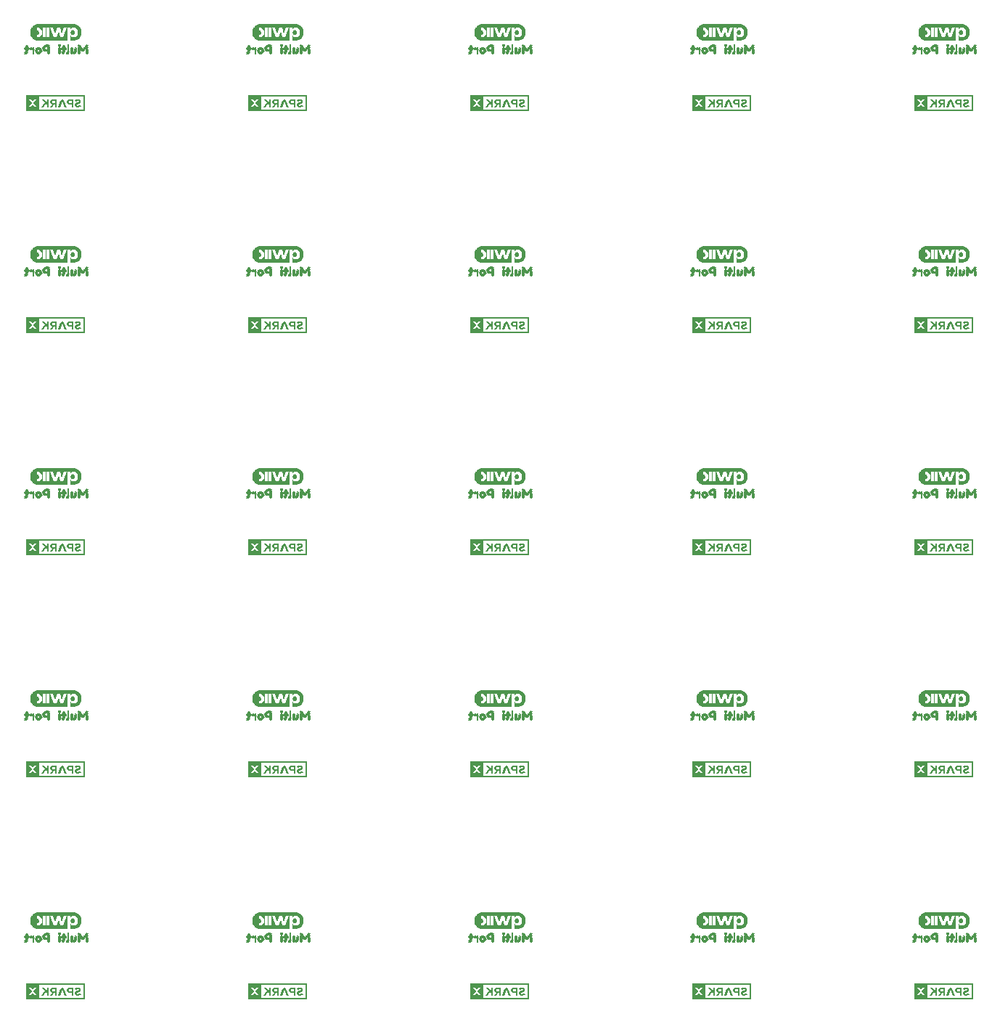
<source format=gbo>
G04 EAGLE Gerber RS-274X export*
G75*
%MOMM*%
%FSLAX34Y34*%
%LPD*%
%INSilkscreen Bottom*%
%IPPOS*%
%AMOC8*
5,1,8,0,0,1.08239X$1,22.5*%
G01*
%ADD10R,0.160000X0.040000*%
%ADD11R,0.200000X0.040000*%
%ADD12R,0.040000X0.040000*%
%ADD13R,0.240000X0.040000*%
%ADD14R,0.280000X0.040000*%
%ADD15R,0.120000X0.040000*%
%ADD16R,0.320000X0.040000*%
%ADD17R,0.360000X0.040000*%
%ADD18R,0.400000X0.040000*%
%ADD19R,0.440000X0.040000*%
%ADD20R,0.480000X0.040000*%
%ADD21R,0.520000X0.040000*%
%ADD22R,0.600000X0.040000*%
%ADD23R,0.560000X0.040000*%
%ADD24R,1.160000X0.040000*%
%ADD25R,0.080000X0.040000*%
%ADD26R,0.760000X0.040000*%
%ADD27R,0.720000X0.040000*%
%ADD28R,0.680000X0.040000*%
%ADD29R,0.800000X0.040000*%
%ADD30R,0.640000X0.040000*%

G36*
X1197657Y46375D02*
X1197657Y46375D01*
X1197652Y46383D01*
X1197659Y46389D01*
X1197659Y65371D01*
X1197623Y65419D01*
X1197616Y65413D01*
X1197610Y65421D01*
X1129030Y65421D01*
X1128983Y65385D01*
X1128988Y65377D01*
X1128981Y65371D01*
X1128981Y46389D01*
X1129017Y46341D01*
X1129024Y46347D01*
X1129030Y46339D01*
X1197610Y46339D01*
X1197657Y46375D01*
G37*
G36*
X938577Y823615D02*
X938577Y823615D01*
X938572Y823623D01*
X938579Y823629D01*
X938579Y842611D01*
X938543Y842659D01*
X938536Y842653D01*
X938530Y842661D01*
X869950Y842661D01*
X869903Y842625D01*
X869908Y842617D01*
X869901Y842611D01*
X869901Y823629D01*
X869937Y823581D01*
X869944Y823587D01*
X869950Y823579D01*
X938530Y823579D01*
X938577Y823615D01*
G37*
G36*
X679497Y46375D02*
X679497Y46375D01*
X679492Y46383D01*
X679499Y46389D01*
X679499Y65371D01*
X679463Y65419D01*
X679456Y65413D01*
X679450Y65421D01*
X610870Y65421D01*
X610823Y65385D01*
X610828Y65377D01*
X610821Y65371D01*
X610821Y46389D01*
X610857Y46341D01*
X610864Y46347D01*
X610870Y46339D01*
X679450Y46339D01*
X679497Y46375D01*
G37*
G36*
X420417Y46375D02*
X420417Y46375D01*
X420412Y46383D01*
X420419Y46389D01*
X420419Y65371D01*
X420383Y65419D01*
X420376Y65413D01*
X420370Y65421D01*
X351790Y65421D01*
X351743Y65385D01*
X351748Y65377D01*
X351741Y65371D01*
X351741Y46389D01*
X351777Y46341D01*
X351784Y46347D01*
X351790Y46339D01*
X420370Y46339D01*
X420417Y46375D01*
G37*
G36*
X938577Y46375D02*
X938577Y46375D01*
X938572Y46383D01*
X938579Y46389D01*
X938579Y65371D01*
X938543Y65419D01*
X938536Y65413D01*
X938530Y65421D01*
X869950Y65421D01*
X869903Y65385D01*
X869908Y65377D01*
X869901Y65371D01*
X869901Y46389D01*
X869937Y46341D01*
X869944Y46347D01*
X869950Y46339D01*
X938530Y46339D01*
X938577Y46375D01*
G37*
G36*
X92697Y46341D02*
X92697Y46341D01*
X92704Y46347D01*
X92710Y46339D01*
X161290Y46339D01*
X161337Y46375D01*
X161332Y46383D01*
X161339Y46389D01*
X161339Y65371D01*
X161303Y65419D01*
X161296Y65413D01*
X161290Y65421D01*
X92710Y65421D01*
X92663Y65385D01*
X92668Y65377D01*
X92661Y65371D01*
X92661Y46389D01*
X92697Y46341D01*
G37*
G36*
X161337Y823615D02*
X161337Y823615D01*
X161332Y823623D01*
X161339Y823629D01*
X161339Y842611D01*
X161303Y842659D01*
X161296Y842653D01*
X161290Y842661D01*
X92710Y842661D01*
X92663Y842625D01*
X92668Y842617D01*
X92661Y842611D01*
X92661Y823629D01*
X92697Y823581D01*
X92704Y823587D01*
X92710Y823579D01*
X161290Y823579D01*
X161337Y823615D01*
G37*
G36*
X679497Y1082695D02*
X679497Y1082695D01*
X679492Y1082703D01*
X679499Y1082709D01*
X679499Y1101691D01*
X679463Y1101739D01*
X679456Y1101733D01*
X679450Y1101741D01*
X610870Y1101741D01*
X610823Y1101705D01*
X610828Y1101697D01*
X610821Y1101691D01*
X610821Y1082709D01*
X610857Y1082661D01*
X610864Y1082667D01*
X610870Y1082659D01*
X679450Y1082659D01*
X679497Y1082695D01*
G37*
G36*
X161337Y1082695D02*
X161337Y1082695D01*
X161332Y1082703D01*
X161339Y1082709D01*
X161339Y1101691D01*
X161303Y1101739D01*
X161296Y1101733D01*
X161290Y1101741D01*
X92710Y1101741D01*
X92663Y1101705D01*
X92668Y1101697D01*
X92661Y1101691D01*
X92661Y1082709D01*
X92697Y1082661D01*
X92704Y1082667D01*
X92710Y1082659D01*
X161290Y1082659D01*
X161337Y1082695D01*
G37*
G36*
X420417Y1082695D02*
X420417Y1082695D01*
X420412Y1082703D01*
X420419Y1082709D01*
X420419Y1101691D01*
X420383Y1101739D01*
X420376Y1101733D01*
X420370Y1101741D01*
X351790Y1101741D01*
X351743Y1101705D01*
X351748Y1101697D01*
X351741Y1101691D01*
X351741Y1082709D01*
X351777Y1082661D01*
X351784Y1082667D01*
X351790Y1082659D01*
X420370Y1082659D01*
X420417Y1082695D01*
G37*
G36*
X1197657Y1082695D02*
X1197657Y1082695D01*
X1197652Y1082703D01*
X1197659Y1082709D01*
X1197659Y1101691D01*
X1197623Y1101739D01*
X1197616Y1101733D01*
X1197610Y1101741D01*
X1129030Y1101741D01*
X1128983Y1101705D01*
X1128988Y1101697D01*
X1128981Y1101691D01*
X1128981Y1082709D01*
X1129017Y1082661D01*
X1129024Y1082667D01*
X1129030Y1082659D01*
X1197610Y1082659D01*
X1197657Y1082695D01*
G37*
G36*
X679497Y305455D02*
X679497Y305455D01*
X679492Y305463D01*
X679499Y305469D01*
X679499Y324451D01*
X679463Y324499D01*
X679456Y324493D01*
X679450Y324501D01*
X610870Y324501D01*
X610823Y324465D01*
X610828Y324457D01*
X610821Y324451D01*
X610821Y305469D01*
X610857Y305421D01*
X610864Y305427D01*
X610870Y305419D01*
X679450Y305419D01*
X679497Y305455D01*
G37*
G36*
X938577Y305455D02*
X938577Y305455D01*
X938572Y305463D01*
X938579Y305469D01*
X938579Y324451D01*
X938543Y324499D01*
X938536Y324493D01*
X938530Y324501D01*
X869950Y324501D01*
X869903Y324465D01*
X869908Y324457D01*
X869901Y324451D01*
X869901Y305469D01*
X869937Y305421D01*
X869944Y305427D01*
X869950Y305419D01*
X938530Y305419D01*
X938577Y305455D01*
G37*
G36*
X1197657Y305455D02*
X1197657Y305455D01*
X1197652Y305463D01*
X1197659Y305469D01*
X1197659Y324451D01*
X1197623Y324499D01*
X1197616Y324493D01*
X1197610Y324501D01*
X1129030Y324501D01*
X1128983Y324465D01*
X1128988Y324457D01*
X1128981Y324451D01*
X1128981Y305469D01*
X1129017Y305421D01*
X1129024Y305427D01*
X1129030Y305419D01*
X1197610Y305419D01*
X1197657Y305455D01*
G37*
G36*
X679497Y823615D02*
X679497Y823615D01*
X679492Y823623D01*
X679499Y823629D01*
X679499Y842611D01*
X679463Y842659D01*
X679456Y842653D01*
X679450Y842661D01*
X610870Y842661D01*
X610823Y842625D01*
X610828Y842617D01*
X610821Y842611D01*
X610821Y823629D01*
X610857Y823581D01*
X610864Y823587D01*
X610870Y823579D01*
X679450Y823579D01*
X679497Y823615D01*
G37*
G36*
X420417Y823615D02*
X420417Y823615D01*
X420412Y823623D01*
X420419Y823629D01*
X420419Y842611D01*
X420383Y842659D01*
X420376Y842653D01*
X420370Y842661D01*
X351790Y842661D01*
X351743Y842625D01*
X351748Y842617D01*
X351741Y842611D01*
X351741Y823629D01*
X351777Y823581D01*
X351784Y823587D01*
X351790Y823579D01*
X420370Y823579D01*
X420417Y823615D01*
G37*
G36*
X161337Y305455D02*
X161337Y305455D01*
X161332Y305463D01*
X161339Y305469D01*
X161339Y324451D01*
X161303Y324499D01*
X161296Y324493D01*
X161290Y324501D01*
X92710Y324501D01*
X92663Y324465D01*
X92668Y324457D01*
X92661Y324451D01*
X92661Y305469D01*
X92697Y305421D01*
X92704Y305427D01*
X92710Y305419D01*
X161290Y305419D01*
X161337Y305455D01*
G37*
G36*
X420417Y305455D02*
X420417Y305455D01*
X420412Y305463D01*
X420419Y305469D01*
X420419Y324451D01*
X420383Y324499D01*
X420376Y324493D01*
X420370Y324501D01*
X351790Y324501D01*
X351743Y324465D01*
X351748Y324457D01*
X351741Y324451D01*
X351741Y305469D01*
X351777Y305421D01*
X351784Y305427D01*
X351790Y305419D01*
X420370Y305419D01*
X420417Y305455D01*
G37*
G36*
X161337Y564535D02*
X161337Y564535D01*
X161332Y564543D01*
X161339Y564549D01*
X161339Y583531D01*
X161303Y583579D01*
X161296Y583573D01*
X161290Y583581D01*
X92710Y583581D01*
X92663Y583545D01*
X92668Y583537D01*
X92661Y583531D01*
X92661Y564549D01*
X92697Y564501D01*
X92704Y564507D01*
X92710Y564499D01*
X161290Y564499D01*
X161337Y564535D01*
G37*
G36*
X938577Y1082695D02*
X938577Y1082695D01*
X938572Y1082703D01*
X938579Y1082709D01*
X938579Y1101691D01*
X938543Y1101739D01*
X938536Y1101733D01*
X938530Y1101741D01*
X869950Y1101741D01*
X869903Y1101705D01*
X869908Y1101697D01*
X869901Y1101691D01*
X869901Y1082709D01*
X869937Y1082661D01*
X869944Y1082667D01*
X869950Y1082659D01*
X938530Y1082659D01*
X938577Y1082695D01*
G37*
G36*
X1197657Y564535D02*
X1197657Y564535D01*
X1197652Y564543D01*
X1197659Y564549D01*
X1197659Y583531D01*
X1197623Y583579D01*
X1197616Y583573D01*
X1197610Y583581D01*
X1129030Y583581D01*
X1128983Y583545D01*
X1128988Y583537D01*
X1128981Y583531D01*
X1128981Y564549D01*
X1129017Y564501D01*
X1129024Y564507D01*
X1129030Y564499D01*
X1197610Y564499D01*
X1197657Y564535D01*
G37*
G36*
X938577Y564535D02*
X938577Y564535D01*
X938572Y564543D01*
X938579Y564549D01*
X938579Y583531D01*
X938543Y583579D01*
X938536Y583573D01*
X938530Y583581D01*
X869950Y583581D01*
X869903Y583545D01*
X869908Y583537D01*
X869901Y583531D01*
X869901Y564549D01*
X869937Y564501D01*
X869944Y564507D01*
X869950Y564499D01*
X938530Y564499D01*
X938577Y564535D01*
G37*
G36*
X420417Y564535D02*
X420417Y564535D01*
X420412Y564543D01*
X420419Y564549D01*
X420419Y583531D01*
X420383Y583579D01*
X420376Y583573D01*
X420370Y583581D01*
X351790Y583581D01*
X351743Y583545D01*
X351748Y583537D01*
X351741Y583531D01*
X351741Y564549D01*
X351777Y564501D01*
X351784Y564507D01*
X351790Y564499D01*
X420370Y564499D01*
X420417Y564535D01*
G37*
G36*
X679497Y564535D02*
X679497Y564535D01*
X679492Y564543D01*
X679499Y564549D01*
X679499Y583531D01*
X679463Y583579D01*
X679456Y583573D01*
X679450Y583581D01*
X610870Y583581D01*
X610823Y583545D01*
X610828Y583537D01*
X610821Y583531D01*
X610821Y564549D01*
X610857Y564501D01*
X610864Y564507D01*
X610870Y564499D01*
X679450Y564499D01*
X679497Y564535D01*
G37*
G36*
X1197657Y823615D02*
X1197657Y823615D01*
X1197652Y823623D01*
X1197659Y823629D01*
X1197659Y842611D01*
X1197623Y842659D01*
X1197616Y842653D01*
X1197610Y842661D01*
X1129030Y842661D01*
X1128983Y842625D01*
X1128988Y842617D01*
X1128981Y842611D01*
X1128981Y823629D01*
X1129017Y823581D01*
X1129024Y823587D01*
X1129030Y823579D01*
X1197610Y823579D01*
X1197657Y823615D01*
G37*
G36*
X406802Y128759D02*
X406802Y128759D01*
X406806Y128758D01*
X408516Y128928D01*
X408520Y128931D01*
X408528Y128930D01*
X410528Y129520D01*
X410545Y129540D01*
X410546Y129540D01*
X410551Y129537D01*
X410560Y129544D01*
X410581Y129545D01*
X410970Y129765D01*
X411309Y129945D01*
X411310Y129945D01*
X411720Y130165D01*
X411720Y130166D01*
X411723Y130166D01*
X412183Y130446D01*
X412184Y130449D01*
X412187Y130450D01*
X412417Y130620D01*
X412418Y130621D01*
X412420Y130621D01*
X413580Y131571D01*
X413581Y131576D01*
X413588Y131580D01*
X414208Y132320D01*
X414548Y132730D01*
X414549Y132731D01*
X414550Y132732D01*
X414910Y133212D01*
X414911Y133218D01*
X414915Y133218D01*
X414926Y133243D01*
X414943Y133266D01*
X414939Y133274D01*
X414942Y133280D01*
X415035Y133450D01*
X415305Y133950D01*
X415555Y134400D01*
X415555Y134403D01*
X415558Y134406D01*
X415778Y134946D01*
X415778Y134948D01*
X415780Y134950D01*
X416060Y135790D01*
X416059Y135792D01*
X416061Y135794D01*
X416241Y136454D01*
X416240Y136455D01*
X416241Y136457D01*
X416311Y136787D01*
X416310Y136790D01*
X416312Y136794D01*
X416352Y137183D01*
X416402Y137653D01*
X416402Y137654D01*
X416452Y138164D01*
X416451Y138166D01*
X416453Y138169D01*
X416463Y138599D01*
X416462Y138599D01*
X416466Y138601D01*
X416465Y138613D01*
X416473Y138635D01*
X416443Y139035D01*
X416442Y139035D01*
X416442Y139036D01*
X416372Y139716D01*
X416312Y140326D01*
X416310Y140330D01*
X416311Y140336D01*
X416041Y141336D01*
X416037Y141340D01*
X415970Y141568D01*
X415969Y141569D01*
X415969Y141571D01*
X415689Y142361D01*
X415686Y142363D01*
X415686Y142369D01*
X415286Y143149D01*
X415285Y143149D01*
X415285Y143150D01*
X415125Y143440D01*
X415124Y143441D01*
X415124Y143442D01*
X414944Y143752D01*
X414942Y143753D01*
X414941Y143756D01*
X414751Y144026D01*
X414750Y144027D01*
X414750Y144028D01*
X414530Y144318D01*
X414529Y144318D01*
X414529Y144319D01*
X414529Y144320D01*
X414209Y144710D01*
X414208Y144710D01*
X413858Y145130D01*
X413857Y145130D01*
X413857Y145132D01*
X413607Y145412D01*
X413604Y145413D01*
X413602Y145417D01*
X413422Y145577D01*
X413421Y145577D01*
X413181Y145787D01*
X413181Y145788D01*
X412901Y146028D01*
X412900Y146028D01*
X412900Y146029D01*
X412410Y146429D01*
X412407Y146429D01*
X412406Y146432D01*
X412056Y146672D01*
X412039Y146672D01*
X412036Y146674D01*
X412025Y146687D01*
X412018Y146696D01*
X412000Y146705D01*
X411341Y147075D01*
X411340Y147075D01*
X410730Y147405D01*
X410726Y147405D01*
X410722Y147409D01*
X410042Y147669D01*
X410040Y147668D01*
X410038Y147670D01*
X408788Y148040D01*
X408784Y148039D01*
X408780Y148042D01*
X408110Y148152D01*
X408108Y148151D01*
X408105Y148153D01*
X406465Y148283D01*
X406463Y148281D01*
X406460Y148283D01*
X403730Y148283D01*
X403726Y148280D01*
X403720Y148283D01*
X395720Y148283D01*
X395710Y148276D01*
X395706Y148276D01*
X395690Y148283D01*
X379680Y148283D01*
X379667Y148274D01*
X379662Y148274D01*
X379638Y148279D01*
X379634Y148273D01*
X371180Y148283D01*
X371168Y148275D01*
X371166Y148277D01*
X371156Y148276D01*
X371140Y148283D01*
X366160Y148283D01*
X366157Y148281D01*
X366153Y148282D01*
X364013Y148032D01*
X363998Y148020D01*
X363985Y148018D01*
X363971Y148020D01*
X363041Y147730D01*
X362511Y147560D01*
X362508Y147556D01*
X362502Y147556D01*
X361852Y147226D01*
X361851Y147225D01*
X361850Y147225D01*
X361010Y146765D01*
X361009Y146764D01*
X361008Y146764D01*
X360578Y146504D01*
X360576Y146500D01*
X360569Y146498D01*
X360240Y146219D01*
X359800Y145859D01*
X359800Y145858D01*
X359400Y145528D01*
X359399Y145525D01*
X359395Y145523D01*
X359015Y145123D01*
X359014Y145121D01*
X359011Y145119D01*
X358251Y144179D01*
X358250Y144171D01*
X358243Y144166D01*
X358244Y144160D01*
X358240Y144158D01*
X358000Y143838D01*
X358000Y143834D01*
X357995Y143830D01*
X357685Y143270D01*
X357295Y142550D01*
X357295Y142548D01*
X357293Y142546D01*
X357293Y142545D01*
X357292Y142544D01*
X357092Y142054D01*
X357092Y142051D01*
X357090Y142049D01*
X356810Y141169D01*
X356814Y141154D01*
X356812Y141152D01*
X356803Y141146D01*
X356804Y141141D01*
X356799Y141136D01*
X356760Y140988D01*
X356640Y140598D01*
X356641Y140594D01*
X356638Y140590D01*
X356588Y140270D01*
X356589Y140268D01*
X356588Y140267D01*
X356478Y139257D01*
X356478Y139256D01*
X356477Y139254D01*
X356417Y138384D01*
X356420Y138380D01*
X356418Y138374D01*
X356578Y136824D01*
X356579Y136822D01*
X356578Y136818D01*
X356668Y136348D01*
X356671Y136346D01*
X356670Y136341D01*
X356870Y135701D01*
X356871Y135700D01*
X356870Y135691D01*
X357050Y135111D01*
X357051Y135111D01*
X357051Y135109D01*
X357171Y134769D01*
X357174Y134767D01*
X357174Y134761D01*
X357564Y134011D01*
X357565Y134010D01*
X357566Y134009D01*
X358166Y132959D01*
X358169Y132957D01*
X358170Y132952D01*
X358390Y132662D01*
X358392Y132661D01*
X358393Y132659D01*
X358425Y132644D01*
X358432Y132620D01*
X358577Y132445D01*
X358734Y132257D01*
X358891Y132069D01*
X359032Y131900D01*
X359034Y131899D01*
X359035Y131896D01*
X359465Y131456D01*
X359468Y131456D01*
X359470Y131452D01*
X360220Y130822D01*
X360221Y130822D01*
X360222Y130820D01*
X360842Y130350D01*
X360846Y130350D01*
X360850Y130345D01*
X361510Y129985D01*
X361511Y129984D01*
X362081Y129684D01*
X362083Y129685D01*
X362085Y129682D01*
X362705Y129412D01*
X362708Y129413D01*
X362712Y129410D01*
X363412Y129200D01*
X363413Y129200D01*
X364031Y129020D01*
X364210Y128960D01*
X364216Y128962D01*
X364224Y128958D01*
X365391Y128848D01*
X365394Y128843D01*
X365403Y128844D01*
X365417Y128837D01*
X366317Y128787D01*
X366318Y128788D01*
X366320Y128787D01*
X376410Y128787D01*
X376423Y128795D01*
X376424Y128793D01*
X376434Y128794D01*
X376450Y128787D01*
X385330Y128787D01*
X385347Y128798D01*
X385350Y128797D01*
X392800Y128787D01*
X392810Y128794D01*
X392814Y128794D01*
X392830Y128787D01*
X400000Y128787D01*
X400019Y128799D01*
X400041Y128803D01*
X400048Y128818D01*
X400057Y128824D01*
X400056Y128834D01*
X400063Y128850D01*
X400073Y143977D01*
X403667Y143977D01*
X403667Y142630D01*
X403675Y142618D01*
X403673Y142605D01*
X403692Y142592D01*
X403704Y142573D01*
X403718Y142575D01*
X403730Y142567D01*
X403761Y142581D01*
X403771Y142583D01*
X403773Y142587D01*
X403777Y142588D01*
X403856Y142677D01*
X404103Y142925D01*
X404350Y143152D01*
X404646Y143378D01*
X404901Y143536D01*
X405177Y143683D01*
X405464Y143802D01*
X405679Y143890D01*
X405914Y143949D01*
X406044Y143979D01*
X406339Y144038D01*
X406546Y144058D01*
X406853Y144087D01*
X407019Y144087D01*
X407486Y144067D01*
X407902Y144028D01*
X408397Y143939D01*
X408801Y143840D01*
X409145Y143702D01*
X409454Y143563D01*
X409463Y143564D01*
X409470Y143555D01*
X409826Y143357D01*
X410102Y143160D01*
X410626Y142735D01*
X410941Y142380D01*
X411169Y142083D01*
X411316Y141867D01*
X411504Y141522D01*
X411673Y141165D01*
X411801Y140858D01*
X411930Y140453D01*
X412009Y140127D01*
X412078Y139809D01*
X412118Y139523D01*
X412178Y138835D01*
X412189Y138820D01*
X412191Y138801D01*
X412195Y138799D01*
X412195Y138797D01*
X412187Y138778D01*
X412197Y138451D01*
X412187Y138192D01*
X412148Y137547D01*
X412098Y137232D01*
X411999Y136794D01*
X411890Y136307D01*
X411782Y135993D01*
X411633Y135655D01*
X411531Y135429D01*
X411503Y135367D01*
X411503Y135366D01*
X411504Y135359D01*
X411501Y135352D01*
X411486Y135341D01*
X411366Y135133D01*
X411128Y134756D01*
X410951Y134520D01*
X410734Y134272D01*
X410467Y133996D01*
X410172Y133740D01*
X409876Y133543D01*
X409529Y133325D01*
X409215Y133168D01*
X408918Y133059D01*
X408911Y133049D01*
X408902Y133050D01*
X408286Y132861D01*
X407682Y132762D01*
X407326Y132733D01*
X407029Y132723D01*
X406734Y132723D01*
X406378Y132762D01*
X406062Y132812D01*
X405777Y132880D01*
X405412Y132999D01*
X405138Y133116D01*
X404842Y133284D01*
X404627Y133420D01*
X404440Y133568D01*
X404213Y133756D01*
X404029Y133950D01*
X403933Y134084D01*
X403874Y134182D01*
X403804Y134302D01*
X403778Y134315D01*
X403754Y134333D01*
X403748Y134330D01*
X403744Y134332D01*
X403735Y134325D01*
X403706Y134314D01*
X403696Y134304D01*
X403694Y134297D01*
X403691Y134290D01*
X403691Y134289D01*
X403677Y134260D01*
X403677Y128820D01*
X403689Y128801D01*
X403693Y128779D01*
X403708Y128772D01*
X403714Y128763D01*
X403724Y128764D01*
X403740Y128757D01*
X406800Y128757D01*
X406802Y128759D01*
G37*
G36*
X924962Y646919D02*
X924962Y646919D01*
X924966Y646918D01*
X926676Y647088D01*
X926680Y647091D01*
X926688Y647090D01*
X928688Y647680D01*
X928705Y647700D01*
X928706Y647700D01*
X928711Y647697D01*
X928720Y647704D01*
X928741Y647705D01*
X929130Y647925D01*
X929469Y648105D01*
X929470Y648105D01*
X929880Y648325D01*
X929880Y648326D01*
X929883Y648326D01*
X930343Y648606D01*
X930344Y648609D01*
X930347Y648610D01*
X930577Y648780D01*
X930578Y648781D01*
X930580Y648781D01*
X931740Y649731D01*
X931741Y649736D01*
X931748Y649740D01*
X932368Y650480D01*
X932708Y650890D01*
X932709Y650891D01*
X932710Y650892D01*
X933070Y651372D01*
X933071Y651378D01*
X933075Y651378D01*
X933086Y651403D01*
X933103Y651426D01*
X933099Y651434D01*
X933102Y651440D01*
X933195Y651610D01*
X933465Y652110D01*
X933715Y652560D01*
X933715Y652563D01*
X933718Y652566D01*
X933938Y653106D01*
X933938Y653108D01*
X933940Y653110D01*
X934220Y653950D01*
X934219Y653952D01*
X934221Y653954D01*
X934401Y654614D01*
X934400Y654615D01*
X934401Y654617D01*
X934471Y654947D01*
X934470Y654950D01*
X934472Y654954D01*
X934512Y655343D01*
X934562Y655813D01*
X934562Y655814D01*
X934612Y656324D01*
X934611Y656326D01*
X934613Y656329D01*
X934623Y656759D01*
X934622Y656759D01*
X934626Y656761D01*
X934625Y656773D01*
X934633Y656795D01*
X934603Y657195D01*
X934602Y657195D01*
X934602Y657196D01*
X934532Y657876D01*
X934472Y658486D01*
X934470Y658490D01*
X934471Y658496D01*
X934201Y659496D01*
X934197Y659500D01*
X934130Y659728D01*
X934129Y659729D01*
X934129Y659731D01*
X933849Y660521D01*
X933846Y660523D01*
X933846Y660529D01*
X933446Y661309D01*
X933445Y661309D01*
X933445Y661310D01*
X933285Y661600D01*
X933284Y661601D01*
X933284Y661602D01*
X933104Y661912D01*
X933102Y661913D01*
X933101Y661916D01*
X932911Y662186D01*
X932910Y662187D01*
X932910Y662188D01*
X932690Y662478D01*
X932689Y662478D01*
X932689Y662479D01*
X932689Y662480D01*
X932369Y662870D01*
X932368Y662870D01*
X932018Y663290D01*
X932017Y663290D01*
X932017Y663292D01*
X931767Y663572D01*
X931764Y663573D01*
X931762Y663577D01*
X931582Y663737D01*
X931581Y663737D01*
X931341Y663947D01*
X931341Y663948D01*
X931061Y664188D01*
X931060Y664188D01*
X931060Y664189D01*
X930570Y664589D01*
X930567Y664589D01*
X930566Y664592D01*
X930216Y664832D01*
X930199Y664832D01*
X930196Y664834D01*
X930185Y664847D01*
X930178Y664856D01*
X930160Y664865D01*
X929501Y665235D01*
X929500Y665235D01*
X928890Y665565D01*
X928886Y665565D01*
X928882Y665569D01*
X928202Y665829D01*
X928200Y665828D01*
X928198Y665830D01*
X926948Y666200D01*
X926944Y666199D01*
X926940Y666202D01*
X926270Y666312D01*
X926268Y666311D01*
X926265Y666313D01*
X924625Y666443D01*
X924623Y666441D01*
X924620Y666443D01*
X921890Y666443D01*
X921886Y666440D01*
X921880Y666443D01*
X913880Y666443D01*
X913870Y666436D01*
X913866Y666436D01*
X913850Y666443D01*
X897840Y666443D01*
X897827Y666434D01*
X897822Y666434D01*
X897798Y666439D01*
X897794Y666433D01*
X889340Y666443D01*
X889328Y666435D01*
X889326Y666437D01*
X889316Y666436D01*
X889300Y666443D01*
X884320Y666443D01*
X884317Y666441D01*
X884313Y666442D01*
X882173Y666192D01*
X882158Y666180D01*
X882145Y666178D01*
X882131Y666180D01*
X881201Y665890D01*
X880671Y665720D01*
X880668Y665716D01*
X880662Y665716D01*
X880012Y665386D01*
X880011Y665385D01*
X880010Y665385D01*
X879170Y664925D01*
X879169Y664924D01*
X879168Y664924D01*
X878738Y664664D01*
X878736Y664660D01*
X878729Y664658D01*
X878400Y664379D01*
X877960Y664019D01*
X877960Y664018D01*
X877560Y663688D01*
X877559Y663685D01*
X877555Y663683D01*
X877175Y663283D01*
X877174Y663281D01*
X877171Y663279D01*
X876411Y662339D01*
X876410Y662331D01*
X876403Y662326D01*
X876404Y662320D01*
X876400Y662318D01*
X876160Y661998D01*
X876160Y661994D01*
X876155Y661990D01*
X875845Y661430D01*
X875455Y660710D01*
X875455Y660708D01*
X875453Y660706D01*
X875453Y660705D01*
X875452Y660704D01*
X875252Y660214D01*
X875252Y660211D01*
X875250Y660209D01*
X874970Y659329D01*
X874974Y659314D01*
X874972Y659312D01*
X874963Y659306D01*
X874964Y659301D01*
X874959Y659296D01*
X874920Y659148D01*
X874800Y658758D01*
X874801Y658754D01*
X874798Y658750D01*
X874748Y658430D01*
X874749Y658428D01*
X874748Y658427D01*
X874638Y657417D01*
X874638Y657416D01*
X874637Y657414D01*
X874577Y656544D01*
X874580Y656540D01*
X874578Y656534D01*
X874738Y654984D01*
X874739Y654982D01*
X874738Y654978D01*
X874828Y654508D01*
X874831Y654506D01*
X874830Y654501D01*
X875030Y653861D01*
X875031Y653860D01*
X875030Y653851D01*
X875210Y653271D01*
X875211Y653271D01*
X875211Y653269D01*
X875331Y652929D01*
X875334Y652927D01*
X875334Y652921D01*
X875724Y652171D01*
X875725Y652170D01*
X875726Y652169D01*
X876326Y651119D01*
X876329Y651117D01*
X876330Y651112D01*
X876550Y650822D01*
X876552Y650821D01*
X876553Y650819D01*
X876585Y650804D01*
X876592Y650780D01*
X876685Y650668D01*
X876842Y650480D01*
X876999Y650292D01*
X877155Y650103D01*
X877192Y650060D01*
X877194Y650059D01*
X877195Y650056D01*
X877625Y649616D01*
X877628Y649616D01*
X877630Y649612D01*
X878380Y648982D01*
X878381Y648982D01*
X878382Y648980D01*
X879002Y648510D01*
X879006Y648510D01*
X879010Y648505D01*
X879670Y648145D01*
X879671Y648144D01*
X880241Y647844D01*
X880243Y647845D01*
X880245Y647842D01*
X880865Y647572D01*
X880868Y647573D01*
X880872Y647570D01*
X881572Y647360D01*
X881573Y647360D01*
X882191Y647180D01*
X882370Y647120D01*
X882376Y647122D01*
X882384Y647118D01*
X883551Y647008D01*
X883554Y647003D01*
X883563Y647004D01*
X883577Y646997D01*
X884477Y646947D01*
X884478Y646948D01*
X884480Y646947D01*
X894570Y646947D01*
X894583Y646955D01*
X894584Y646953D01*
X894594Y646954D01*
X894610Y646947D01*
X903490Y646947D01*
X903507Y646958D01*
X903510Y646957D01*
X910960Y646947D01*
X910970Y646954D01*
X910974Y646954D01*
X910990Y646947D01*
X918160Y646947D01*
X918179Y646959D01*
X918201Y646963D01*
X918208Y646978D01*
X918217Y646984D01*
X918216Y646994D01*
X918223Y647010D01*
X918233Y662137D01*
X921827Y662137D01*
X921827Y660790D01*
X921835Y660778D01*
X921833Y660765D01*
X921852Y660752D01*
X921864Y660733D01*
X921878Y660735D01*
X921890Y660727D01*
X921921Y660741D01*
X921931Y660743D01*
X921933Y660747D01*
X921937Y660748D01*
X922016Y660837D01*
X922263Y661085D01*
X922510Y661312D01*
X922806Y661538D01*
X923061Y661696D01*
X923337Y661843D01*
X923624Y661962D01*
X923839Y662050D01*
X924074Y662109D01*
X924204Y662139D01*
X924499Y662198D01*
X924706Y662218D01*
X925013Y662247D01*
X925179Y662247D01*
X925646Y662227D01*
X926062Y662188D01*
X926557Y662099D01*
X926961Y662000D01*
X927305Y661862D01*
X927614Y661723D01*
X927623Y661724D01*
X927630Y661715D01*
X927986Y661517D01*
X928262Y661320D01*
X928786Y660895D01*
X929101Y660540D01*
X929329Y660243D01*
X929476Y660027D01*
X929664Y659682D01*
X929833Y659325D01*
X929961Y659018D01*
X930090Y658613D01*
X930169Y658287D01*
X930238Y657969D01*
X930278Y657683D01*
X930338Y656995D01*
X930349Y656980D01*
X930351Y656961D01*
X930355Y656959D01*
X930355Y656957D01*
X930347Y656938D01*
X930357Y656611D01*
X930347Y656352D01*
X930308Y655707D01*
X930258Y655392D01*
X930159Y654954D01*
X930050Y654467D01*
X929942Y654153D01*
X929793Y653815D01*
X929691Y653589D01*
X929663Y653527D01*
X929663Y653526D01*
X929664Y653519D01*
X929661Y653512D01*
X929646Y653501D01*
X929526Y653293D01*
X929288Y652916D01*
X929111Y652680D01*
X928894Y652432D01*
X928627Y652156D01*
X928332Y651900D01*
X928036Y651703D01*
X927689Y651485D01*
X927375Y651328D01*
X927078Y651219D01*
X927071Y651209D01*
X927062Y651210D01*
X926446Y651021D01*
X925842Y650922D01*
X925486Y650893D01*
X925189Y650883D01*
X924894Y650883D01*
X924538Y650922D01*
X924222Y650972D01*
X923937Y651040D01*
X923572Y651159D01*
X923298Y651276D01*
X923002Y651444D01*
X922787Y651580D01*
X922600Y651728D01*
X922373Y651916D01*
X922189Y652110D01*
X922093Y652244D01*
X922034Y652342D01*
X921964Y652462D01*
X921938Y652475D01*
X921914Y652493D01*
X921908Y652490D01*
X921904Y652492D01*
X921895Y652485D01*
X921866Y652474D01*
X921856Y652464D01*
X921854Y652457D01*
X921851Y652450D01*
X921851Y652449D01*
X921837Y652420D01*
X921837Y646980D01*
X921849Y646961D01*
X921853Y646939D01*
X921868Y646932D01*
X921874Y646923D01*
X921884Y646924D01*
X921900Y646917D01*
X924960Y646917D01*
X924962Y646919D01*
G37*
G36*
X1184042Y646919D02*
X1184042Y646919D01*
X1184046Y646918D01*
X1185756Y647088D01*
X1185760Y647091D01*
X1185768Y647090D01*
X1187768Y647680D01*
X1187785Y647700D01*
X1187786Y647700D01*
X1187791Y647697D01*
X1187800Y647704D01*
X1187821Y647705D01*
X1188210Y647925D01*
X1188549Y648105D01*
X1188550Y648105D01*
X1188960Y648325D01*
X1188960Y648326D01*
X1188963Y648326D01*
X1189423Y648606D01*
X1189424Y648609D01*
X1189427Y648610D01*
X1189657Y648780D01*
X1189658Y648781D01*
X1189660Y648781D01*
X1190820Y649731D01*
X1190821Y649736D01*
X1190828Y649740D01*
X1191448Y650480D01*
X1191788Y650890D01*
X1191789Y650891D01*
X1191790Y650892D01*
X1192150Y651372D01*
X1192151Y651378D01*
X1192155Y651378D01*
X1192166Y651403D01*
X1192183Y651426D01*
X1192179Y651434D01*
X1192182Y651440D01*
X1192275Y651610D01*
X1192545Y652110D01*
X1192795Y652560D01*
X1192795Y652563D01*
X1192798Y652566D01*
X1193018Y653106D01*
X1193018Y653108D01*
X1193020Y653110D01*
X1193300Y653950D01*
X1193299Y653952D01*
X1193301Y653954D01*
X1193481Y654614D01*
X1193480Y654615D01*
X1193481Y654617D01*
X1193551Y654947D01*
X1193550Y654950D01*
X1193552Y654954D01*
X1193592Y655343D01*
X1193642Y655813D01*
X1193642Y655814D01*
X1193692Y656324D01*
X1193691Y656326D01*
X1193693Y656329D01*
X1193703Y656759D01*
X1193702Y656759D01*
X1193706Y656761D01*
X1193705Y656773D01*
X1193713Y656795D01*
X1193683Y657195D01*
X1193682Y657195D01*
X1193682Y657196D01*
X1193612Y657876D01*
X1193552Y658486D01*
X1193550Y658490D01*
X1193551Y658496D01*
X1193281Y659496D01*
X1193277Y659500D01*
X1193210Y659728D01*
X1193209Y659729D01*
X1193209Y659731D01*
X1192929Y660521D01*
X1192926Y660523D01*
X1192926Y660529D01*
X1192526Y661309D01*
X1192525Y661309D01*
X1192525Y661310D01*
X1192365Y661600D01*
X1192364Y661601D01*
X1192364Y661602D01*
X1192184Y661912D01*
X1192182Y661913D01*
X1192181Y661916D01*
X1191991Y662186D01*
X1191990Y662187D01*
X1191990Y662188D01*
X1191770Y662478D01*
X1191769Y662478D01*
X1191769Y662479D01*
X1191769Y662480D01*
X1191449Y662870D01*
X1191448Y662870D01*
X1191098Y663290D01*
X1191097Y663290D01*
X1191097Y663292D01*
X1190847Y663572D01*
X1190844Y663573D01*
X1190842Y663577D01*
X1190662Y663737D01*
X1190661Y663737D01*
X1190421Y663947D01*
X1190421Y663948D01*
X1190141Y664188D01*
X1190140Y664188D01*
X1190140Y664189D01*
X1189650Y664589D01*
X1189647Y664589D01*
X1189646Y664592D01*
X1189296Y664832D01*
X1189279Y664832D01*
X1189276Y664834D01*
X1189265Y664847D01*
X1189258Y664856D01*
X1189240Y664865D01*
X1188581Y665235D01*
X1188580Y665235D01*
X1187970Y665565D01*
X1187966Y665565D01*
X1187962Y665569D01*
X1187282Y665829D01*
X1187280Y665828D01*
X1187278Y665830D01*
X1186028Y666200D01*
X1186024Y666199D01*
X1186020Y666202D01*
X1185350Y666312D01*
X1185348Y666311D01*
X1185345Y666313D01*
X1183705Y666443D01*
X1183703Y666441D01*
X1183700Y666443D01*
X1180970Y666443D01*
X1180966Y666440D01*
X1180960Y666443D01*
X1172960Y666443D01*
X1172950Y666436D01*
X1172946Y666436D01*
X1172930Y666443D01*
X1156920Y666443D01*
X1156907Y666434D01*
X1156902Y666434D01*
X1156878Y666439D01*
X1156874Y666433D01*
X1148420Y666443D01*
X1148408Y666435D01*
X1148406Y666437D01*
X1148396Y666436D01*
X1148380Y666443D01*
X1143400Y666443D01*
X1143397Y666441D01*
X1143393Y666442D01*
X1141253Y666192D01*
X1141238Y666180D01*
X1141225Y666178D01*
X1141211Y666180D01*
X1140281Y665890D01*
X1139751Y665720D01*
X1139748Y665716D01*
X1139742Y665716D01*
X1139092Y665386D01*
X1139091Y665385D01*
X1139090Y665385D01*
X1138250Y664925D01*
X1138249Y664924D01*
X1138248Y664924D01*
X1137818Y664664D01*
X1137816Y664660D01*
X1137809Y664658D01*
X1137480Y664379D01*
X1137040Y664019D01*
X1137040Y664018D01*
X1136640Y663688D01*
X1136639Y663685D01*
X1136635Y663683D01*
X1136255Y663283D01*
X1136254Y663281D01*
X1136251Y663279D01*
X1135491Y662339D01*
X1135490Y662331D01*
X1135483Y662326D01*
X1135484Y662320D01*
X1135480Y662318D01*
X1135240Y661998D01*
X1135240Y661994D01*
X1135235Y661990D01*
X1134925Y661430D01*
X1134535Y660710D01*
X1134535Y660708D01*
X1134533Y660706D01*
X1134533Y660705D01*
X1134532Y660704D01*
X1134332Y660214D01*
X1134332Y660211D01*
X1134330Y660209D01*
X1134050Y659329D01*
X1134054Y659314D01*
X1134052Y659312D01*
X1134043Y659306D01*
X1134044Y659301D01*
X1134039Y659296D01*
X1134000Y659148D01*
X1133880Y658758D01*
X1133881Y658754D01*
X1133878Y658750D01*
X1133828Y658430D01*
X1133829Y658428D01*
X1133828Y658427D01*
X1133718Y657417D01*
X1133718Y657416D01*
X1133717Y657414D01*
X1133657Y656544D01*
X1133660Y656540D01*
X1133658Y656534D01*
X1133818Y654984D01*
X1133819Y654982D01*
X1133818Y654978D01*
X1133908Y654508D01*
X1133911Y654506D01*
X1133910Y654501D01*
X1134110Y653861D01*
X1134111Y653860D01*
X1134110Y653851D01*
X1134290Y653271D01*
X1134291Y653271D01*
X1134291Y653269D01*
X1134411Y652929D01*
X1134414Y652927D01*
X1134414Y652921D01*
X1134804Y652171D01*
X1134805Y652170D01*
X1134806Y652169D01*
X1135406Y651119D01*
X1135409Y651117D01*
X1135410Y651112D01*
X1135630Y650822D01*
X1135632Y650821D01*
X1135633Y650819D01*
X1135665Y650804D01*
X1135672Y650780D01*
X1135765Y650668D01*
X1135922Y650480D01*
X1136079Y650292D01*
X1136235Y650103D01*
X1136272Y650060D01*
X1136274Y650059D01*
X1136275Y650056D01*
X1136705Y649616D01*
X1136708Y649616D01*
X1136710Y649612D01*
X1137460Y648982D01*
X1137461Y648982D01*
X1137462Y648980D01*
X1138082Y648510D01*
X1138086Y648510D01*
X1138090Y648505D01*
X1138750Y648145D01*
X1138751Y648144D01*
X1139321Y647844D01*
X1139323Y647845D01*
X1139325Y647842D01*
X1139945Y647572D01*
X1139948Y647573D01*
X1139952Y647570D01*
X1140652Y647360D01*
X1140653Y647360D01*
X1141271Y647180D01*
X1141450Y647120D01*
X1141456Y647122D01*
X1141464Y647118D01*
X1142631Y647008D01*
X1142634Y647003D01*
X1142643Y647004D01*
X1142657Y646997D01*
X1143557Y646947D01*
X1143558Y646948D01*
X1143560Y646947D01*
X1153650Y646947D01*
X1153663Y646955D01*
X1153664Y646953D01*
X1153674Y646954D01*
X1153690Y646947D01*
X1162570Y646947D01*
X1162587Y646958D01*
X1162590Y646957D01*
X1170040Y646947D01*
X1170050Y646954D01*
X1170054Y646954D01*
X1170070Y646947D01*
X1177240Y646947D01*
X1177259Y646959D01*
X1177281Y646963D01*
X1177288Y646978D01*
X1177297Y646984D01*
X1177296Y646994D01*
X1177303Y647010D01*
X1177313Y662137D01*
X1180907Y662137D01*
X1180907Y660790D01*
X1180915Y660778D01*
X1180913Y660765D01*
X1180932Y660752D01*
X1180944Y660733D01*
X1180958Y660735D01*
X1180970Y660727D01*
X1181001Y660741D01*
X1181011Y660743D01*
X1181013Y660747D01*
X1181017Y660748D01*
X1181096Y660837D01*
X1181343Y661085D01*
X1181590Y661312D01*
X1181886Y661538D01*
X1182141Y661696D01*
X1182417Y661843D01*
X1182704Y661962D01*
X1182919Y662050D01*
X1183154Y662109D01*
X1183284Y662139D01*
X1183579Y662198D01*
X1183786Y662218D01*
X1184093Y662247D01*
X1184259Y662247D01*
X1184726Y662227D01*
X1185142Y662188D01*
X1185637Y662099D01*
X1186041Y662000D01*
X1186385Y661862D01*
X1186694Y661723D01*
X1186703Y661724D01*
X1186710Y661715D01*
X1187066Y661517D01*
X1187342Y661320D01*
X1187866Y660895D01*
X1188181Y660540D01*
X1188409Y660243D01*
X1188556Y660027D01*
X1188744Y659682D01*
X1188913Y659325D01*
X1189041Y659018D01*
X1189170Y658613D01*
X1189249Y658287D01*
X1189318Y657969D01*
X1189358Y657683D01*
X1189418Y656995D01*
X1189429Y656980D01*
X1189431Y656961D01*
X1189435Y656959D01*
X1189435Y656957D01*
X1189427Y656938D01*
X1189437Y656611D01*
X1189427Y656352D01*
X1189388Y655707D01*
X1189338Y655392D01*
X1189239Y654954D01*
X1189130Y654467D01*
X1189022Y654153D01*
X1188873Y653815D01*
X1188771Y653589D01*
X1188743Y653527D01*
X1188743Y653526D01*
X1188744Y653519D01*
X1188741Y653512D01*
X1188726Y653501D01*
X1188606Y653293D01*
X1188368Y652916D01*
X1188191Y652680D01*
X1187974Y652432D01*
X1187707Y652156D01*
X1187412Y651900D01*
X1187116Y651703D01*
X1186769Y651485D01*
X1186455Y651328D01*
X1186158Y651219D01*
X1186151Y651209D01*
X1186142Y651210D01*
X1185526Y651021D01*
X1184922Y650922D01*
X1184566Y650893D01*
X1184269Y650883D01*
X1183974Y650883D01*
X1183618Y650922D01*
X1183302Y650972D01*
X1183017Y651040D01*
X1182652Y651159D01*
X1182378Y651276D01*
X1182082Y651444D01*
X1181867Y651580D01*
X1181680Y651728D01*
X1181453Y651916D01*
X1181269Y652110D01*
X1181173Y652244D01*
X1181114Y652342D01*
X1181044Y652462D01*
X1181018Y652475D01*
X1180994Y652493D01*
X1180988Y652490D01*
X1180984Y652492D01*
X1180975Y652485D01*
X1180946Y652474D01*
X1180936Y652464D01*
X1180934Y652457D01*
X1180931Y652450D01*
X1180931Y652449D01*
X1180917Y652420D01*
X1180917Y646980D01*
X1180929Y646961D01*
X1180933Y646939D01*
X1180948Y646932D01*
X1180954Y646923D01*
X1180964Y646924D01*
X1180980Y646917D01*
X1184040Y646917D01*
X1184042Y646919D01*
G37*
G36*
X147722Y1165079D02*
X147722Y1165079D01*
X147726Y1165078D01*
X149436Y1165248D01*
X149440Y1165251D01*
X149448Y1165250D01*
X151448Y1165840D01*
X151465Y1165860D01*
X151466Y1165860D01*
X151471Y1165857D01*
X151480Y1165864D01*
X151501Y1165865D01*
X151890Y1166085D01*
X152229Y1166265D01*
X152230Y1166265D01*
X152640Y1166485D01*
X152640Y1166486D01*
X152643Y1166486D01*
X153103Y1166766D01*
X153104Y1166769D01*
X153107Y1166770D01*
X153337Y1166940D01*
X153338Y1166941D01*
X153340Y1166941D01*
X154500Y1167891D01*
X154501Y1167896D01*
X154508Y1167900D01*
X155128Y1168640D01*
X155468Y1169050D01*
X155469Y1169051D01*
X155470Y1169052D01*
X155830Y1169532D01*
X155831Y1169538D01*
X155835Y1169538D01*
X155846Y1169563D01*
X155863Y1169586D01*
X155859Y1169594D01*
X155862Y1169600D01*
X155955Y1169770D01*
X156225Y1170270D01*
X156475Y1170720D01*
X156475Y1170723D01*
X156478Y1170726D01*
X156698Y1171266D01*
X156698Y1171268D01*
X156700Y1171270D01*
X156980Y1172110D01*
X156979Y1172112D01*
X156981Y1172114D01*
X157161Y1172774D01*
X157160Y1172775D01*
X157161Y1172777D01*
X157231Y1173107D01*
X157230Y1173110D01*
X157232Y1173114D01*
X157272Y1173503D01*
X157322Y1173973D01*
X157322Y1173974D01*
X157372Y1174484D01*
X157371Y1174486D01*
X157373Y1174489D01*
X157383Y1174919D01*
X157382Y1174919D01*
X157386Y1174921D01*
X157385Y1174933D01*
X157393Y1174955D01*
X157363Y1175355D01*
X157362Y1175355D01*
X157362Y1175356D01*
X157292Y1176036D01*
X157232Y1176646D01*
X157230Y1176650D01*
X157231Y1176656D01*
X156961Y1177656D01*
X156957Y1177660D01*
X156890Y1177888D01*
X156889Y1177889D01*
X156889Y1177891D01*
X156609Y1178681D01*
X156606Y1178683D01*
X156606Y1178689D01*
X156206Y1179469D01*
X156205Y1179469D01*
X156205Y1179470D01*
X156045Y1179760D01*
X156044Y1179761D01*
X156044Y1179762D01*
X155864Y1180072D01*
X155862Y1180073D01*
X155861Y1180076D01*
X155671Y1180346D01*
X155670Y1180347D01*
X155670Y1180348D01*
X155450Y1180638D01*
X155449Y1180638D01*
X155449Y1180639D01*
X155449Y1180640D01*
X155129Y1181030D01*
X155128Y1181030D01*
X154778Y1181450D01*
X154777Y1181450D01*
X154777Y1181452D01*
X154527Y1181732D01*
X154524Y1181733D01*
X154522Y1181737D01*
X154342Y1181897D01*
X154341Y1181897D01*
X154101Y1182107D01*
X154101Y1182108D01*
X153821Y1182348D01*
X153820Y1182348D01*
X153820Y1182349D01*
X153330Y1182749D01*
X153327Y1182749D01*
X153326Y1182752D01*
X152976Y1182992D01*
X152959Y1182992D01*
X152956Y1182994D01*
X152945Y1183007D01*
X152938Y1183016D01*
X152920Y1183025D01*
X152261Y1183395D01*
X152260Y1183395D01*
X151650Y1183725D01*
X151646Y1183725D01*
X151642Y1183729D01*
X150962Y1183989D01*
X150960Y1183988D01*
X150958Y1183990D01*
X149708Y1184360D01*
X149704Y1184359D01*
X149700Y1184362D01*
X149030Y1184472D01*
X149028Y1184471D01*
X149025Y1184473D01*
X147385Y1184603D01*
X147383Y1184601D01*
X147380Y1184603D01*
X144650Y1184603D01*
X144646Y1184600D01*
X144640Y1184603D01*
X136640Y1184603D01*
X136630Y1184596D01*
X136626Y1184596D01*
X136610Y1184603D01*
X120600Y1184603D01*
X120587Y1184594D01*
X120582Y1184594D01*
X120558Y1184599D01*
X120554Y1184593D01*
X112100Y1184603D01*
X112088Y1184595D01*
X112086Y1184597D01*
X112076Y1184596D01*
X112060Y1184603D01*
X107080Y1184603D01*
X107077Y1184601D01*
X107073Y1184602D01*
X104933Y1184352D01*
X104918Y1184340D01*
X104905Y1184338D01*
X104891Y1184340D01*
X103961Y1184050D01*
X103431Y1183880D01*
X103428Y1183876D01*
X103422Y1183876D01*
X102772Y1183546D01*
X102771Y1183545D01*
X102770Y1183545D01*
X101930Y1183085D01*
X101929Y1183084D01*
X101928Y1183084D01*
X101498Y1182824D01*
X101496Y1182820D01*
X101489Y1182818D01*
X101160Y1182539D01*
X100720Y1182179D01*
X100720Y1182178D01*
X100320Y1181848D01*
X100319Y1181845D01*
X100315Y1181843D01*
X99935Y1181443D01*
X99934Y1181441D01*
X99931Y1181439D01*
X99171Y1180499D01*
X99170Y1180491D01*
X99163Y1180486D01*
X99164Y1180480D01*
X99160Y1180478D01*
X98920Y1180158D01*
X98920Y1180154D01*
X98915Y1180150D01*
X98605Y1179590D01*
X98215Y1178870D01*
X98215Y1178868D01*
X98213Y1178866D01*
X98213Y1178865D01*
X98212Y1178864D01*
X98012Y1178374D01*
X98012Y1178371D01*
X98010Y1178369D01*
X97730Y1177489D01*
X97734Y1177474D01*
X97732Y1177472D01*
X97723Y1177466D01*
X97724Y1177461D01*
X97719Y1177456D01*
X97680Y1177308D01*
X97560Y1176918D01*
X97561Y1176914D01*
X97558Y1176910D01*
X97508Y1176590D01*
X97509Y1176588D01*
X97508Y1176587D01*
X97398Y1175577D01*
X97398Y1175576D01*
X97397Y1175574D01*
X97337Y1174704D01*
X97340Y1174700D01*
X97338Y1174694D01*
X97498Y1173144D01*
X97499Y1173142D01*
X97498Y1173138D01*
X97588Y1172668D01*
X97591Y1172666D01*
X97590Y1172661D01*
X97790Y1172021D01*
X97791Y1172020D01*
X97790Y1172011D01*
X97970Y1171431D01*
X97971Y1171431D01*
X97971Y1171429D01*
X98091Y1171089D01*
X98094Y1171087D01*
X98094Y1171081D01*
X98484Y1170331D01*
X98485Y1170330D01*
X98486Y1170329D01*
X99086Y1169279D01*
X99089Y1169277D01*
X99090Y1169272D01*
X99310Y1168982D01*
X99312Y1168981D01*
X99313Y1168979D01*
X99345Y1168964D01*
X99352Y1168940D01*
X99445Y1168828D01*
X99602Y1168640D01*
X99759Y1168452D01*
X99915Y1168263D01*
X99952Y1168220D01*
X99954Y1168219D01*
X99955Y1168216D01*
X100385Y1167776D01*
X100388Y1167776D01*
X100390Y1167772D01*
X101140Y1167142D01*
X101141Y1167142D01*
X101142Y1167140D01*
X101762Y1166670D01*
X101766Y1166670D01*
X101770Y1166665D01*
X102430Y1166305D01*
X102431Y1166304D01*
X103001Y1166004D01*
X103003Y1166005D01*
X103005Y1166002D01*
X103625Y1165732D01*
X103628Y1165733D01*
X103632Y1165730D01*
X104332Y1165520D01*
X104333Y1165520D01*
X104951Y1165340D01*
X105130Y1165280D01*
X105136Y1165282D01*
X105144Y1165278D01*
X106311Y1165168D01*
X106314Y1165163D01*
X106323Y1165164D01*
X106337Y1165157D01*
X107237Y1165107D01*
X107238Y1165108D01*
X107240Y1165107D01*
X117330Y1165107D01*
X117343Y1165115D01*
X117344Y1165113D01*
X117354Y1165114D01*
X117370Y1165107D01*
X126250Y1165107D01*
X126267Y1165118D01*
X126270Y1165117D01*
X133720Y1165107D01*
X133730Y1165114D01*
X133734Y1165114D01*
X133750Y1165107D01*
X140920Y1165107D01*
X140939Y1165119D01*
X140961Y1165123D01*
X140968Y1165138D01*
X140977Y1165144D01*
X140976Y1165154D01*
X140983Y1165170D01*
X140993Y1180297D01*
X144587Y1180297D01*
X144587Y1178950D01*
X144595Y1178938D01*
X144593Y1178925D01*
X144612Y1178912D01*
X144624Y1178893D01*
X144638Y1178895D01*
X144650Y1178887D01*
X144681Y1178901D01*
X144691Y1178903D01*
X144693Y1178907D01*
X144697Y1178908D01*
X144776Y1178997D01*
X145023Y1179245D01*
X145270Y1179472D01*
X145566Y1179698D01*
X145821Y1179856D01*
X146097Y1180003D01*
X146384Y1180122D01*
X146599Y1180210D01*
X146834Y1180269D01*
X146964Y1180299D01*
X147259Y1180358D01*
X147466Y1180378D01*
X147773Y1180407D01*
X147939Y1180407D01*
X148406Y1180387D01*
X148822Y1180348D01*
X149317Y1180259D01*
X149721Y1180160D01*
X150065Y1180022D01*
X150374Y1179883D01*
X150383Y1179884D01*
X150390Y1179875D01*
X150746Y1179677D01*
X151022Y1179480D01*
X151546Y1179055D01*
X151861Y1178700D01*
X152089Y1178403D01*
X152236Y1178187D01*
X152424Y1177842D01*
X152593Y1177485D01*
X152721Y1177178D01*
X152850Y1176773D01*
X152929Y1176447D01*
X152998Y1176129D01*
X153038Y1175843D01*
X153098Y1175155D01*
X153109Y1175140D01*
X153111Y1175121D01*
X153115Y1175119D01*
X153115Y1175117D01*
X153107Y1175098D01*
X153117Y1174771D01*
X153107Y1174512D01*
X153068Y1173867D01*
X153018Y1173552D01*
X152919Y1173114D01*
X152810Y1172627D01*
X152702Y1172313D01*
X152553Y1171975D01*
X152451Y1171749D01*
X152423Y1171687D01*
X152423Y1171686D01*
X152424Y1171679D01*
X152421Y1171672D01*
X152406Y1171661D01*
X152286Y1171453D01*
X152048Y1171076D01*
X151871Y1170840D01*
X151654Y1170592D01*
X151387Y1170316D01*
X151092Y1170060D01*
X150796Y1169863D01*
X150449Y1169645D01*
X150135Y1169488D01*
X149838Y1169379D01*
X149831Y1169369D01*
X149822Y1169370D01*
X149206Y1169181D01*
X148602Y1169082D01*
X148246Y1169053D01*
X147949Y1169043D01*
X147654Y1169043D01*
X147298Y1169082D01*
X146982Y1169132D01*
X146697Y1169200D01*
X146332Y1169319D01*
X146058Y1169436D01*
X145762Y1169604D01*
X145547Y1169740D01*
X145360Y1169888D01*
X145133Y1170076D01*
X144949Y1170270D01*
X144853Y1170404D01*
X144794Y1170502D01*
X144724Y1170622D01*
X144698Y1170635D01*
X144674Y1170653D01*
X144668Y1170650D01*
X144664Y1170652D01*
X144655Y1170645D01*
X144626Y1170634D01*
X144616Y1170624D01*
X144614Y1170617D01*
X144611Y1170610D01*
X144611Y1170609D01*
X144597Y1170580D01*
X144597Y1165140D01*
X144609Y1165121D01*
X144613Y1165099D01*
X144628Y1165092D01*
X144634Y1165083D01*
X144644Y1165084D01*
X144660Y1165077D01*
X147720Y1165077D01*
X147722Y1165079D01*
G37*
G36*
X406802Y1165079D02*
X406802Y1165079D01*
X406806Y1165078D01*
X408516Y1165248D01*
X408520Y1165251D01*
X408528Y1165250D01*
X410528Y1165840D01*
X410545Y1165860D01*
X410546Y1165860D01*
X410551Y1165857D01*
X410560Y1165864D01*
X410581Y1165865D01*
X410970Y1166085D01*
X411309Y1166265D01*
X411310Y1166265D01*
X411720Y1166485D01*
X411720Y1166486D01*
X411723Y1166486D01*
X412183Y1166766D01*
X412184Y1166769D01*
X412187Y1166770D01*
X412417Y1166940D01*
X412418Y1166941D01*
X412420Y1166941D01*
X413580Y1167891D01*
X413581Y1167896D01*
X413588Y1167900D01*
X414208Y1168640D01*
X414548Y1169050D01*
X414549Y1169051D01*
X414550Y1169052D01*
X414910Y1169532D01*
X414911Y1169538D01*
X414915Y1169538D01*
X414926Y1169563D01*
X414943Y1169586D01*
X414939Y1169594D01*
X414942Y1169600D01*
X415035Y1169770D01*
X415305Y1170270D01*
X415555Y1170720D01*
X415555Y1170723D01*
X415558Y1170726D01*
X415778Y1171266D01*
X415778Y1171268D01*
X415780Y1171270D01*
X416060Y1172110D01*
X416059Y1172112D01*
X416061Y1172114D01*
X416241Y1172774D01*
X416240Y1172775D01*
X416241Y1172777D01*
X416311Y1173107D01*
X416310Y1173110D01*
X416312Y1173114D01*
X416352Y1173503D01*
X416402Y1173973D01*
X416402Y1173974D01*
X416452Y1174484D01*
X416451Y1174486D01*
X416453Y1174489D01*
X416463Y1174919D01*
X416462Y1174919D01*
X416466Y1174921D01*
X416465Y1174933D01*
X416473Y1174955D01*
X416443Y1175355D01*
X416442Y1175355D01*
X416442Y1175356D01*
X416372Y1176036D01*
X416312Y1176646D01*
X416310Y1176650D01*
X416311Y1176656D01*
X416041Y1177656D01*
X416037Y1177660D01*
X415970Y1177888D01*
X415969Y1177889D01*
X415969Y1177891D01*
X415689Y1178681D01*
X415686Y1178683D01*
X415686Y1178689D01*
X415286Y1179469D01*
X415285Y1179469D01*
X415285Y1179470D01*
X415125Y1179760D01*
X415124Y1179761D01*
X415124Y1179762D01*
X414944Y1180072D01*
X414942Y1180073D01*
X414941Y1180076D01*
X414751Y1180346D01*
X414750Y1180347D01*
X414750Y1180348D01*
X414530Y1180638D01*
X414529Y1180638D01*
X414529Y1180639D01*
X414529Y1180640D01*
X414209Y1181030D01*
X414208Y1181030D01*
X413858Y1181450D01*
X413857Y1181450D01*
X413857Y1181452D01*
X413607Y1181732D01*
X413604Y1181733D01*
X413602Y1181737D01*
X413422Y1181897D01*
X413421Y1181897D01*
X413181Y1182107D01*
X413181Y1182108D01*
X412901Y1182348D01*
X412900Y1182348D01*
X412900Y1182349D01*
X412410Y1182749D01*
X412407Y1182749D01*
X412406Y1182752D01*
X412056Y1182992D01*
X412039Y1182992D01*
X412036Y1182994D01*
X412025Y1183007D01*
X412018Y1183016D01*
X412000Y1183025D01*
X411341Y1183395D01*
X411340Y1183395D01*
X410730Y1183725D01*
X410726Y1183725D01*
X410722Y1183729D01*
X410042Y1183989D01*
X410040Y1183988D01*
X410038Y1183990D01*
X408788Y1184360D01*
X408784Y1184359D01*
X408780Y1184362D01*
X408110Y1184472D01*
X408108Y1184471D01*
X408105Y1184473D01*
X406465Y1184603D01*
X406463Y1184601D01*
X406460Y1184603D01*
X403730Y1184603D01*
X403726Y1184600D01*
X403720Y1184603D01*
X395720Y1184603D01*
X395710Y1184596D01*
X395706Y1184596D01*
X395690Y1184603D01*
X379680Y1184603D01*
X379667Y1184594D01*
X379662Y1184594D01*
X379638Y1184599D01*
X379634Y1184593D01*
X371180Y1184603D01*
X371168Y1184595D01*
X371166Y1184597D01*
X371156Y1184596D01*
X371140Y1184603D01*
X366160Y1184603D01*
X366157Y1184601D01*
X366153Y1184602D01*
X364013Y1184352D01*
X363998Y1184340D01*
X363985Y1184338D01*
X363971Y1184340D01*
X363041Y1184050D01*
X362511Y1183880D01*
X362508Y1183876D01*
X362502Y1183876D01*
X361852Y1183546D01*
X361851Y1183545D01*
X361850Y1183545D01*
X361010Y1183085D01*
X361009Y1183084D01*
X361008Y1183084D01*
X360578Y1182824D01*
X360576Y1182820D01*
X360569Y1182818D01*
X360240Y1182539D01*
X359800Y1182179D01*
X359800Y1182178D01*
X359400Y1181848D01*
X359399Y1181845D01*
X359395Y1181843D01*
X359015Y1181443D01*
X359014Y1181441D01*
X359011Y1181439D01*
X358251Y1180499D01*
X358250Y1180491D01*
X358243Y1180486D01*
X358244Y1180480D01*
X358240Y1180478D01*
X358000Y1180158D01*
X358000Y1180154D01*
X357995Y1180150D01*
X357685Y1179590D01*
X357295Y1178870D01*
X357295Y1178868D01*
X357293Y1178866D01*
X357293Y1178865D01*
X357292Y1178864D01*
X357092Y1178374D01*
X357092Y1178371D01*
X357090Y1178369D01*
X356810Y1177489D01*
X356814Y1177474D01*
X356812Y1177472D01*
X356803Y1177466D01*
X356804Y1177461D01*
X356799Y1177456D01*
X356760Y1177308D01*
X356640Y1176918D01*
X356641Y1176914D01*
X356638Y1176910D01*
X356588Y1176590D01*
X356589Y1176588D01*
X356588Y1176587D01*
X356478Y1175577D01*
X356478Y1175576D01*
X356477Y1175574D01*
X356417Y1174704D01*
X356420Y1174700D01*
X356418Y1174694D01*
X356578Y1173144D01*
X356579Y1173142D01*
X356578Y1173138D01*
X356668Y1172668D01*
X356671Y1172666D01*
X356670Y1172661D01*
X356870Y1172021D01*
X356871Y1172020D01*
X356870Y1172011D01*
X357050Y1171431D01*
X357051Y1171431D01*
X357051Y1171429D01*
X357171Y1171089D01*
X357174Y1171087D01*
X357174Y1171081D01*
X357564Y1170331D01*
X357565Y1170330D01*
X357566Y1170329D01*
X358166Y1169279D01*
X358169Y1169277D01*
X358170Y1169272D01*
X358390Y1168982D01*
X358392Y1168981D01*
X358393Y1168979D01*
X358425Y1168964D01*
X358432Y1168940D01*
X358525Y1168828D01*
X358682Y1168640D01*
X358839Y1168452D01*
X358995Y1168263D01*
X359032Y1168220D01*
X359034Y1168219D01*
X359035Y1168216D01*
X359465Y1167776D01*
X359468Y1167776D01*
X359470Y1167772D01*
X360220Y1167142D01*
X360221Y1167142D01*
X360222Y1167140D01*
X360842Y1166670D01*
X360846Y1166670D01*
X360850Y1166665D01*
X361510Y1166305D01*
X361511Y1166304D01*
X362081Y1166004D01*
X362083Y1166005D01*
X362085Y1166002D01*
X362705Y1165732D01*
X362708Y1165733D01*
X362712Y1165730D01*
X363412Y1165520D01*
X363413Y1165520D01*
X364031Y1165340D01*
X364210Y1165280D01*
X364216Y1165282D01*
X364224Y1165278D01*
X365391Y1165168D01*
X365394Y1165163D01*
X365403Y1165164D01*
X365417Y1165157D01*
X366317Y1165107D01*
X366318Y1165108D01*
X366320Y1165107D01*
X376410Y1165107D01*
X376423Y1165115D01*
X376424Y1165113D01*
X376434Y1165114D01*
X376450Y1165107D01*
X385330Y1165107D01*
X385347Y1165118D01*
X385350Y1165117D01*
X392800Y1165107D01*
X392810Y1165114D01*
X392814Y1165114D01*
X392830Y1165107D01*
X400000Y1165107D01*
X400019Y1165119D01*
X400041Y1165123D01*
X400048Y1165138D01*
X400057Y1165144D01*
X400056Y1165154D01*
X400063Y1165170D01*
X400073Y1180297D01*
X403667Y1180297D01*
X403667Y1178950D01*
X403675Y1178938D01*
X403673Y1178925D01*
X403692Y1178912D01*
X403704Y1178893D01*
X403718Y1178895D01*
X403730Y1178887D01*
X403761Y1178901D01*
X403771Y1178903D01*
X403773Y1178907D01*
X403777Y1178908D01*
X403856Y1178997D01*
X404103Y1179245D01*
X404350Y1179472D01*
X404646Y1179698D01*
X404901Y1179856D01*
X405177Y1180003D01*
X405464Y1180122D01*
X405679Y1180210D01*
X405914Y1180269D01*
X406044Y1180299D01*
X406339Y1180358D01*
X406546Y1180378D01*
X406853Y1180407D01*
X407019Y1180407D01*
X407486Y1180387D01*
X407902Y1180348D01*
X408397Y1180259D01*
X408801Y1180160D01*
X409145Y1180022D01*
X409454Y1179883D01*
X409463Y1179884D01*
X409470Y1179875D01*
X409826Y1179677D01*
X410102Y1179480D01*
X410626Y1179055D01*
X410941Y1178700D01*
X411169Y1178403D01*
X411316Y1178187D01*
X411504Y1177842D01*
X411673Y1177485D01*
X411801Y1177178D01*
X411930Y1176773D01*
X412009Y1176447D01*
X412078Y1176129D01*
X412118Y1175843D01*
X412178Y1175155D01*
X412189Y1175140D01*
X412191Y1175121D01*
X412195Y1175119D01*
X412195Y1175117D01*
X412187Y1175098D01*
X412197Y1174771D01*
X412187Y1174512D01*
X412148Y1173867D01*
X412098Y1173552D01*
X411999Y1173114D01*
X411890Y1172627D01*
X411782Y1172313D01*
X411633Y1171975D01*
X411531Y1171749D01*
X411503Y1171687D01*
X411503Y1171686D01*
X411504Y1171679D01*
X411501Y1171672D01*
X411486Y1171661D01*
X411366Y1171453D01*
X411128Y1171076D01*
X410951Y1170840D01*
X410734Y1170592D01*
X410467Y1170316D01*
X410172Y1170060D01*
X409876Y1169863D01*
X409529Y1169645D01*
X409215Y1169488D01*
X408918Y1169379D01*
X408911Y1169369D01*
X408902Y1169370D01*
X408286Y1169181D01*
X407682Y1169082D01*
X407326Y1169053D01*
X407029Y1169043D01*
X406734Y1169043D01*
X406378Y1169082D01*
X406062Y1169132D01*
X405777Y1169200D01*
X405412Y1169319D01*
X405138Y1169436D01*
X404842Y1169604D01*
X404627Y1169740D01*
X404440Y1169888D01*
X404213Y1170076D01*
X404029Y1170270D01*
X403933Y1170404D01*
X403874Y1170502D01*
X403804Y1170622D01*
X403778Y1170635D01*
X403754Y1170653D01*
X403748Y1170650D01*
X403744Y1170652D01*
X403735Y1170645D01*
X403706Y1170634D01*
X403696Y1170624D01*
X403694Y1170617D01*
X403691Y1170610D01*
X403691Y1170609D01*
X403677Y1170580D01*
X403677Y1165140D01*
X403689Y1165121D01*
X403693Y1165099D01*
X403708Y1165092D01*
X403714Y1165083D01*
X403724Y1165084D01*
X403740Y1165077D01*
X406800Y1165077D01*
X406802Y1165079D01*
G37*
G36*
X1184042Y1165079D02*
X1184042Y1165079D01*
X1184046Y1165078D01*
X1185756Y1165248D01*
X1185760Y1165251D01*
X1185768Y1165250D01*
X1187768Y1165840D01*
X1187785Y1165860D01*
X1187786Y1165860D01*
X1187791Y1165857D01*
X1187800Y1165864D01*
X1187821Y1165865D01*
X1188210Y1166085D01*
X1188549Y1166265D01*
X1188550Y1166265D01*
X1188960Y1166485D01*
X1188960Y1166486D01*
X1188963Y1166486D01*
X1189423Y1166766D01*
X1189424Y1166769D01*
X1189427Y1166770D01*
X1189657Y1166940D01*
X1189658Y1166941D01*
X1189660Y1166941D01*
X1190820Y1167891D01*
X1190821Y1167896D01*
X1190828Y1167900D01*
X1191448Y1168640D01*
X1191788Y1169050D01*
X1191789Y1169051D01*
X1191790Y1169052D01*
X1192150Y1169532D01*
X1192151Y1169538D01*
X1192155Y1169538D01*
X1192166Y1169563D01*
X1192183Y1169586D01*
X1192179Y1169594D01*
X1192182Y1169600D01*
X1192275Y1169770D01*
X1192545Y1170270D01*
X1192795Y1170720D01*
X1192795Y1170723D01*
X1192798Y1170726D01*
X1193018Y1171266D01*
X1193018Y1171268D01*
X1193020Y1171270D01*
X1193300Y1172110D01*
X1193299Y1172112D01*
X1193301Y1172114D01*
X1193481Y1172774D01*
X1193480Y1172775D01*
X1193481Y1172777D01*
X1193551Y1173107D01*
X1193550Y1173110D01*
X1193552Y1173114D01*
X1193592Y1173503D01*
X1193642Y1173973D01*
X1193642Y1173974D01*
X1193692Y1174484D01*
X1193691Y1174486D01*
X1193693Y1174489D01*
X1193703Y1174919D01*
X1193702Y1174919D01*
X1193706Y1174921D01*
X1193705Y1174933D01*
X1193713Y1174955D01*
X1193683Y1175355D01*
X1193682Y1175355D01*
X1193682Y1175356D01*
X1193612Y1176036D01*
X1193552Y1176646D01*
X1193550Y1176650D01*
X1193551Y1176656D01*
X1193281Y1177656D01*
X1193277Y1177660D01*
X1193210Y1177888D01*
X1193209Y1177889D01*
X1193209Y1177891D01*
X1192929Y1178681D01*
X1192926Y1178683D01*
X1192926Y1178689D01*
X1192526Y1179469D01*
X1192525Y1179469D01*
X1192525Y1179470D01*
X1192365Y1179760D01*
X1192364Y1179761D01*
X1192364Y1179762D01*
X1192184Y1180072D01*
X1192182Y1180073D01*
X1192181Y1180076D01*
X1191991Y1180346D01*
X1191990Y1180347D01*
X1191990Y1180348D01*
X1191770Y1180638D01*
X1191769Y1180638D01*
X1191769Y1180639D01*
X1191769Y1180640D01*
X1191449Y1181030D01*
X1191448Y1181030D01*
X1191098Y1181450D01*
X1191097Y1181450D01*
X1191097Y1181452D01*
X1190847Y1181732D01*
X1190844Y1181733D01*
X1190842Y1181737D01*
X1190662Y1181897D01*
X1190661Y1181897D01*
X1190421Y1182107D01*
X1190421Y1182108D01*
X1190141Y1182348D01*
X1190140Y1182348D01*
X1190140Y1182349D01*
X1189650Y1182749D01*
X1189647Y1182749D01*
X1189646Y1182752D01*
X1189296Y1182992D01*
X1189279Y1182992D01*
X1189276Y1182994D01*
X1189265Y1183007D01*
X1189258Y1183016D01*
X1189240Y1183025D01*
X1188581Y1183395D01*
X1188580Y1183395D01*
X1187970Y1183725D01*
X1187966Y1183725D01*
X1187962Y1183729D01*
X1187282Y1183989D01*
X1187280Y1183988D01*
X1187278Y1183990D01*
X1186028Y1184360D01*
X1186024Y1184359D01*
X1186020Y1184362D01*
X1185350Y1184472D01*
X1185348Y1184471D01*
X1185345Y1184473D01*
X1183705Y1184603D01*
X1183703Y1184601D01*
X1183700Y1184603D01*
X1180970Y1184603D01*
X1180966Y1184600D01*
X1180960Y1184603D01*
X1172960Y1184603D01*
X1172950Y1184596D01*
X1172946Y1184596D01*
X1172930Y1184603D01*
X1156920Y1184603D01*
X1156907Y1184594D01*
X1156902Y1184594D01*
X1156878Y1184599D01*
X1156874Y1184593D01*
X1148420Y1184603D01*
X1148408Y1184595D01*
X1148406Y1184597D01*
X1148396Y1184596D01*
X1148380Y1184603D01*
X1143400Y1184603D01*
X1143397Y1184601D01*
X1143393Y1184602D01*
X1141253Y1184352D01*
X1141238Y1184340D01*
X1141225Y1184338D01*
X1141211Y1184340D01*
X1140281Y1184050D01*
X1139751Y1183880D01*
X1139748Y1183876D01*
X1139742Y1183876D01*
X1139092Y1183546D01*
X1139091Y1183545D01*
X1139090Y1183545D01*
X1138250Y1183085D01*
X1138249Y1183084D01*
X1138248Y1183084D01*
X1137818Y1182824D01*
X1137816Y1182820D01*
X1137809Y1182818D01*
X1137480Y1182539D01*
X1137040Y1182179D01*
X1137040Y1182178D01*
X1136640Y1181848D01*
X1136639Y1181845D01*
X1136635Y1181843D01*
X1136255Y1181443D01*
X1136254Y1181441D01*
X1136251Y1181439D01*
X1135491Y1180499D01*
X1135490Y1180491D01*
X1135483Y1180486D01*
X1135484Y1180480D01*
X1135480Y1180478D01*
X1135240Y1180158D01*
X1135240Y1180154D01*
X1135235Y1180150D01*
X1134925Y1179590D01*
X1134535Y1178870D01*
X1134535Y1178868D01*
X1134533Y1178866D01*
X1134533Y1178865D01*
X1134532Y1178864D01*
X1134332Y1178374D01*
X1134332Y1178371D01*
X1134330Y1178369D01*
X1134050Y1177489D01*
X1134054Y1177474D01*
X1134052Y1177472D01*
X1134043Y1177466D01*
X1134044Y1177461D01*
X1134039Y1177456D01*
X1134000Y1177308D01*
X1133880Y1176918D01*
X1133881Y1176914D01*
X1133878Y1176910D01*
X1133828Y1176590D01*
X1133829Y1176588D01*
X1133828Y1176587D01*
X1133718Y1175577D01*
X1133718Y1175576D01*
X1133717Y1175574D01*
X1133657Y1174704D01*
X1133660Y1174700D01*
X1133658Y1174694D01*
X1133818Y1173144D01*
X1133819Y1173142D01*
X1133818Y1173138D01*
X1133908Y1172668D01*
X1133911Y1172666D01*
X1133910Y1172661D01*
X1134110Y1172021D01*
X1134111Y1172020D01*
X1134110Y1172011D01*
X1134290Y1171431D01*
X1134291Y1171431D01*
X1134291Y1171429D01*
X1134411Y1171089D01*
X1134414Y1171087D01*
X1134414Y1171081D01*
X1134804Y1170331D01*
X1134805Y1170330D01*
X1134806Y1170329D01*
X1135406Y1169279D01*
X1135409Y1169277D01*
X1135410Y1169272D01*
X1135630Y1168982D01*
X1135632Y1168981D01*
X1135633Y1168979D01*
X1135665Y1168964D01*
X1135672Y1168940D01*
X1135765Y1168828D01*
X1135922Y1168640D01*
X1136079Y1168452D01*
X1136235Y1168263D01*
X1136272Y1168220D01*
X1136274Y1168219D01*
X1136275Y1168216D01*
X1136705Y1167776D01*
X1136708Y1167776D01*
X1136710Y1167772D01*
X1137460Y1167142D01*
X1137461Y1167142D01*
X1137462Y1167140D01*
X1138082Y1166670D01*
X1138086Y1166670D01*
X1138090Y1166665D01*
X1138750Y1166305D01*
X1138751Y1166304D01*
X1139321Y1166004D01*
X1139323Y1166005D01*
X1139325Y1166002D01*
X1139945Y1165732D01*
X1139948Y1165733D01*
X1139952Y1165730D01*
X1140652Y1165520D01*
X1140653Y1165520D01*
X1141271Y1165340D01*
X1141450Y1165280D01*
X1141456Y1165282D01*
X1141464Y1165278D01*
X1142631Y1165168D01*
X1142634Y1165163D01*
X1142643Y1165164D01*
X1142657Y1165157D01*
X1143557Y1165107D01*
X1143558Y1165108D01*
X1143560Y1165107D01*
X1153650Y1165107D01*
X1153663Y1165115D01*
X1153664Y1165113D01*
X1153674Y1165114D01*
X1153690Y1165107D01*
X1162570Y1165107D01*
X1162587Y1165118D01*
X1162590Y1165117D01*
X1170040Y1165107D01*
X1170050Y1165114D01*
X1170054Y1165114D01*
X1170070Y1165107D01*
X1177240Y1165107D01*
X1177259Y1165119D01*
X1177281Y1165123D01*
X1177288Y1165138D01*
X1177297Y1165144D01*
X1177296Y1165154D01*
X1177303Y1165170D01*
X1177313Y1180297D01*
X1180907Y1180297D01*
X1180907Y1178950D01*
X1180915Y1178938D01*
X1180913Y1178925D01*
X1180932Y1178912D01*
X1180944Y1178893D01*
X1180958Y1178895D01*
X1180970Y1178887D01*
X1181001Y1178901D01*
X1181011Y1178903D01*
X1181013Y1178907D01*
X1181017Y1178908D01*
X1181096Y1178997D01*
X1181343Y1179245D01*
X1181590Y1179472D01*
X1181886Y1179698D01*
X1182141Y1179856D01*
X1182417Y1180003D01*
X1182704Y1180122D01*
X1182919Y1180210D01*
X1183154Y1180269D01*
X1183284Y1180299D01*
X1183579Y1180358D01*
X1183786Y1180378D01*
X1184093Y1180407D01*
X1184259Y1180407D01*
X1184726Y1180387D01*
X1185142Y1180348D01*
X1185637Y1180259D01*
X1186041Y1180160D01*
X1186385Y1180022D01*
X1186694Y1179883D01*
X1186703Y1179884D01*
X1186710Y1179875D01*
X1187066Y1179677D01*
X1187342Y1179480D01*
X1187866Y1179055D01*
X1188181Y1178700D01*
X1188409Y1178403D01*
X1188556Y1178187D01*
X1188744Y1177842D01*
X1188913Y1177485D01*
X1189041Y1177178D01*
X1189170Y1176773D01*
X1189249Y1176447D01*
X1189318Y1176129D01*
X1189358Y1175843D01*
X1189418Y1175155D01*
X1189429Y1175140D01*
X1189431Y1175121D01*
X1189435Y1175119D01*
X1189435Y1175117D01*
X1189427Y1175098D01*
X1189437Y1174771D01*
X1189427Y1174512D01*
X1189388Y1173867D01*
X1189338Y1173552D01*
X1189239Y1173114D01*
X1189130Y1172627D01*
X1189022Y1172313D01*
X1188873Y1171975D01*
X1188771Y1171749D01*
X1188743Y1171687D01*
X1188743Y1171686D01*
X1188744Y1171679D01*
X1188741Y1171672D01*
X1188726Y1171661D01*
X1188606Y1171453D01*
X1188368Y1171076D01*
X1188191Y1170840D01*
X1187974Y1170592D01*
X1187707Y1170316D01*
X1187412Y1170060D01*
X1187116Y1169863D01*
X1186769Y1169645D01*
X1186455Y1169488D01*
X1186158Y1169379D01*
X1186151Y1169369D01*
X1186142Y1169370D01*
X1185526Y1169181D01*
X1184922Y1169082D01*
X1184566Y1169053D01*
X1184269Y1169043D01*
X1183974Y1169043D01*
X1183618Y1169082D01*
X1183302Y1169132D01*
X1183017Y1169200D01*
X1182652Y1169319D01*
X1182378Y1169436D01*
X1182082Y1169604D01*
X1181867Y1169740D01*
X1181680Y1169888D01*
X1181453Y1170076D01*
X1181269Y1170270D01*
X1181173Y1170404D01*
X1181114Y1170502D01*
X1181044Y1170622D01*
X1181018Y1170635D01*
X1180994Y1170653D01*
X1180988Y1170650D01*
X1180984Y1170652D01*
X1180975Y1170645D01*
X1180946Y1170634D01*
X1180936Y1170624D01*
X1180934Y1170617D01*
X1180931Y1170610D01*
X1180931Y1170609D01*
X1180917Y1170580D01*
X1180917Y1165140D01*
X1180929Y1165121D01*
X1180933Y1165099D01*
X1180948Y1165092D01*
X1180954Y1165083D01*
X1180964Y1165084D01*
X1180980Y1165077D01*
X1184040Y1165077D01*
X1184042Y1165079D01*
G37*
G36*
X665882Y1165079D02*
X665882Y1165079D01*
X665886Y1165078D01*
X667596Y1165248D01*
X667600Y1165251D01*
X667608Y1165250D01*
X669608Y1165840D01*
X669625Y1165860D01*
X669626Y1165860D01*
X669631Y1165857D01*
X669640Y1165864D01*
X669661Y1165865D01*
X670050Y1166085D01*
X670389Y1166265D01*
X670390Y1166265D01*
X670800Y1166485D01*
X670800Y1166486D01*
X670803Y1166486D01*
X671263Y1166766D01*
X671264Y1166769D01*
X671267Y1166770D01*
X671497Y1166940D01*
X671498Y1166941D01*
X671500Y1166941D01*
X672660Y1167891D01*
X672661Y1167896D01*
X672668Y1167900D01*
X673288Y1168640D01*
X673628Y1169050D01*
X673629Y1169051D01*
X673630Y1169052D01*
X673990Y1169532D01*
X673991Y1169538D01*
X673995Y1169538D01*
X674006Y1169563D01*
X674023Y1169586D01*
X674019Y1169594D01*
X674022Y1169600D01*
X674115Y1169770D01*
X674385Y1170270D01*
X674635Y1170720D01*
X674635Y1170723D01*
X674638Y1170726D01*
X674858Y1171266D01*
X674858Y1171268D01*
X674860Y1171270D01*
X675140Y1172110D01*
X675139Y1172112D01*
X675141Y1172114D01*
X675321Y1172774D01*
X675320Y1172775D01*
X675321Y1172777D01*
X675391Y1173107D01*
X675390Y1173110D01*
X675392Y1173114D01*
X675432Y1173503D01*
X675482Y1173973D01*
X675482Y1173974D01*
X675532Y1174484D01*
X675531Y1174486D01*
X675533Y1174489D01*
X675543Y1174919D01*
X675542Y1174919D01*
X675546Y1174921D01*
X675545Y1174933D01*
X675553Y1174955D01*
X675523Y1175355D01*
X675522Y1175355D01*
X675522Y1175356D01*
X675452Y1176036D01*
X675392Y1176646D01*
X675390Y1176650D01*
X675391Y1176656D01*
X675121Y1177656D01*
X675117Y1177660D01*
X675050Y1177888D01*
X675049Y1177889D01*
X675049Y1177891D01*
X674769Y1178681D01*
X674766Y1178683D01*
X674766Y1178689D01*
X674366Y1179469D01*
X674365Y1179469D01*
X674365Y1179470D01*
X674205Y1179760D01*
X674204Y1179761D01*
X674204Y1179762D01*
X674024Y1180072D01*
X674022Y1180073D01*
X674021Y1180076D01*
X673831Y1180346D01*
X673830Y1180347D01*
X673830Y1180348D01*
X673610Y1180638D01*
X673609Y1180638D01*
X673609Y1180639D01*
X673609Y1180640D01*
X673289Y1181030D01*
X673288Y1181030D01*
X672938Y1181450D01*
X672937Y1181450D01*
X672937Y1181452D01*
X672687Y1181732D01*
X672684Y1181733D01*
X672682Y1181737D01*
X672502Y1181897D01*
X672501Y1181897D01*
X672261Y1182107D01*
X672261Y1182108D01*
X671981Y1182348D01*
X671980Y1182348D01*
X671980Y1182349D01*
X671490Y1182749D01*
X671487Y1182749D01*
X671486Y1182752D01*
X671136Y1182992D01*
X671119Y1182992D01*
X671116Y1182994D01*
X671105Y1183007D01*
X671098Y1183016D01*
X671080Y1183025D01*
X670421Y1183395D01*
X670420Y1183395D01*
X669810Y1183725D01*
X669806Y1183725D01*
X669802Y1183729D01*
X669122Y1183989D01*
X669120Y1183988D01*
X669118Y1183990D01*
X667868Y1184360D01*
X667864Y1184359D01*
X667860Y1184362D01*
X667190Y1184472D01*
X667188Y1184471D01*
X667185Y1184473D01*
X665545Y1184603D01*
X665543Y1184601D01*
X665540Y1184603D01*
X662810Y1184603D01*
X662806Y1184600D01*
X662800Y1184603D01*
X654800Y1184603D01*
X654790Y1184596D01*
X654786Y1184596D01*
X654770Y1184603D01*
X638760Y1184603D01*
X638747Y1184594D01*
X638742Y1184594D01*
X638718Y1184599D01*
X638714Y1184593D01*
X630260Y1184603D01*
X630248Y1184595D01*
X630246Y1184597D01*
X630236Y1184596D01*
X630220Y1184603D01*
X625240Y1184603D01*
X625237Y1184601D01*
X625233Y1184602D01*
X623093Y1184352D01*
X623078Y1184340D01*
X623065Y1184338D01*
X623051Y1184340D01*
X622121Y1184050D01*
X621591Y1183880D01*
X621588Y1183876D01*
X621582Y1183876D01*
X620932Y1183546D01*
X620931Y1183545D01*
X620930Y1183545D01*
X620090Y1183085D01*
X620089Y1183084D01*
X620088Y1183084D01*
X619658Y1182824D01*
X619656Y1182820D01*
X619649Y1182818D01*
X619320Y1182539D01*
X618880Y1182179D01*
X618880Y1182178D01*
X618480Y1181848D01*
X618479Y1181845D01*
X618475Y1181843D01*
X618095Y1181443D01*
X618094Y1181441D01*
X618091Y1181439D01*
X617331Y1180499D01*
X617330Y1180491D01*
X617323Y1180486D01*
X617324Y1180480D01*
X617320Y1180478D01*
X617080Y1180158D01*
X617080Y1180154D01*
X617075Y1180150D01*
X616765Y1179590D01*
X616375Y1178870D01*
X616375Y1178868D01*
X616373Y1178866D01*
X616373Y1178865D01*
X616372Y1178864D01*
X616172Y1178374D01*
X616172Y1178371D01*
X616170Y1178369D01*
X615890Y1177489D01*
X615894Y1177474D01*
X615892Y1177472D01*
X615883Y1177466D01*
X615884Y1177461D01*
X615879Y1177456D01*
X615840Y1177308D01*
X615720Y1176918D01*
X615721Y1176914D01*
X615718Y1176910D01*
X615668Y1176590D01*
X615669Y1176588D01*
X615668Y1176587D01*
X615558Y1175577D01*
X615558Y1175576D01*
X615557Y1175574D01*
X615497Y1174704D01*
X615500Y1174700D01*
X615498Y1174694D01*
X615658Y1173144D01*
X615659Y1173142D01*
X615658Y1173138D01*
X615748Y1172668D01*
X615751Y1172666D01*
X615750Y1172661D01*
X615950Y1172021D01*
X615951Y1172020D01*
X615950Y1172011D01*
X616130Y1171431D01*
X616131Y1171431D01*
X616131Y1171429D01*
X616251Y1171089D01*
X616254Y1171087D01*
X616254Y1171081D01*
X616644Y1170331D01*
X616645Y1170330D01*
X616646Y1170329D01*
X617246Y1169279D01*
X617249Y1169277D01*
X617250Y1169272D01*
X617470Y1168982D01*
X617472Y1168981D01*
X617473Y1168979D01*
X617505Y1168964D01*
X617512Y1168940D01*
X617605Y1168828D01*
X617762Y1168640D01*
X617919Y1168452D01*
X618075Y1168263D01*
X618112Y1168220D01*
X618114Y1168219D01*
X618115Y1168216D01*
X618545Y1167776D01*
X618548Y1167776D01*
X618550Y1167772D01*
X619300Y1167142D01*
X619301Y1167142D01*
X619302Y1167140D01*
X619922Y1166670D01*
X619926Y1166670D01*
X619930Y1166665D01*
X620590Y1166305D01*
X620591Y1166304D01*
X621161Y1166004D01*
X621163Y1166005D01*
X621165Y1166002D01*
X621785Y1165732D01*
X621788Y1165733D01*
X621792Y1165730D01*
X622492Y1165520D01*
X622493Y1165520D01*
X623111Y1165340D01*
X623290Y1165280D01*
X623296Y1165282D01*
X623304Y1165278D01*
X624471Y1165168D01*
X624474Y1165163D01*
X624483Y1165164D01*
X624497Y1165157D01*
X625397Y1165107D01*
X625398Y1165108D01*
X625400Y1165107D01*
X635490Y1165107D01*
X635503Y1165115D01*
X635504Y1165113D01*
X635514Y1165114D01*
X635530Y1165107D01*
X644410Y1165107D01*
X644427Y1165118D01*
X644430Y1165117D01*
X651880Y1165107D01*
X651890Y1165114D01*
X651894Y1165114D01*
X651910Y1165107D01*
X659080Y1165107D01*
X659099Y1165119D01*
X659121Y1165123D01*
X659128Y1165138D01*
X659137Y1165144D01*
X659136Y1165154D01*
X659143Y1165170D01*
X659153Y1180297D01*
X662747Y1180297D01*
X662747Y1178950D01*
X662755Y1178938D01*
X662753Y1178925D01*
X662772Y1178912D01*
X662784Y1178893D01*
X662798Y1178895D01*
X662810Y1178887D01*
X662841Y1178901D01*
X662851Y1178903D01*
X662853Y1178907D01*
X662857Y1178908D01*
X662936Y1178997D01*
X663183Y1179245D01*
X663430Y1179472D01*
X663726Y1179698D01*
X663981Y1179856D01*
X664257Y1180003D01*
X664544Y1180122D01*
X664759Y1180210D01*
X664994Y1180269D01*
X665124Y1180299D01*
X665419Y1180358D01*
X665626Y1180378D01*
X665933Y1180407D01*
X666099Y1180407D01*
X666566Y1180387D01*
X666982Y1180348D01*
X667477Y1180259D01*
X667881Y1180160D01*
X668225Y1180022D01*
X668534Y1179883D01*
X668543Y1179884D01*
X668550Y1179875D01*
X668906Y1179677D01*
X669182Y1179480D01*
X669706Y1179055D01*
X670021Y1178700D01*
X670249Y1178403D01*
X670396Y1178187D01*
X670584Y1177842D01*
X670753Y1177485D01*
X670881Y1177178D01*
X671010Y1176773D01*
X671089Y1176447D01*
X671158Y1176129D01*
X671198Y1175843D01*
X671258Y1175155D01*
X671269Y1175140D01*
X671271Y1175121D01*
X671275Y1175119D01*
X671275Y1175117D01*
X671267Y1175098D01*
X671277Y1174771D01*
X671267Y1174512D01*
X671228Y1173867D01*
X671178Y1173552D01*
X671079Y1173114D01*
X670970Y1172627D01*
X670862Y1172313D01*
X670713Y1171975D01*
X670611Y1171749D01*
X670583Y1171687D01*
X670583Y1171686D01*
X670584Y1171679D01*
X670581Y1171672D01*
X670566Y1171661D01*
X670446Y1171453D01*
X670208Y1171076D01*
X670031Y1170840D01*
X669814Y1170592D01*
X669547Y1170316D01*
X669252Y1170060D01*
X668956Y1169863D01*
X668609Y1169645D01*
X668295Y1169488D01*
X667998Y1169379D01*
X667991Y1169369D01*
X667982Y1169370D01*
X667366Y1169181D01*
X666762Y1169082D01*
X666406Y1169053D01*
X666109Y1169043D01*
X665814Y1169043D01*
X665458Y1169082D01*
X665142Y1169132D01*
X664857Y1169200D01*
X664492Y1169319D01*
X664218Y1169436D01*
X663922Y1169604D01*
X663707Y1169740D01*
X663520Y1169888D01*
X663293Y1170076D01*
X663109Y1170270D01*
X663013Y1170404D01*
X662954Y1170502D01*
X662884Y1170622D01*
X662858Y1170635D01*
X662834Y1170653D01*
X662828Y1170650D01*
X662824Y1170652D01*
X662815Y1170645D01*
X662786Y1170634D01*
X662776Y1170624D01*
X662774Y1170617D01*
X662771Y1170610D01*
X662771Y1170609D01*
X662757Y1170580D01*
X662757Y1165140D01*
X662769Y1165121D01*
X662773Y1165099D01*
X662788Y1165092D01*
X662794Y1165083D01*
X662804Y1165084D01*
X662820Y1165077D01*
X665880Y1165077D01*
X665882Y1165079D01*
G37*
G36*
X924962Y1165079D02*
X924962Y1165079D01*
X924966Y1165078D01*
X926676Y1165248D01*
X926680Y1165251D01*
X926688Y1165250D01*
X928688Y1165840D01*
X928705Y1165860D01*
X928706Y1165860D01*
X928711Y1165857D01*
X928720Y1165864D01*
X928741Y1165865D01*
X929130Y1166085D01*
X929469Y1166265D01*
X929470Y1166265D01*
X929880Y1166485D01*
X929880Y1166486D01*
X929883Y1166486D01*
X930343Y1166766D01*
X930344Y1166769D01*
X930347Y1166770D01*
X930577Y1166940D01*
X930578Y1166941D01*
X930580Y1166941D01*
X931740Y1167891D01*
X931741Y1167896D01*
X931748Y1167900D01*
X932368Y1168640D01*
X932708Y1169050D01*
X932709Y1169051D01*
X932710Y1169052D01*
X933070Y1169532D01*
X933071Y1169538D01*
X933075Y1169538D01*
X933086Y1169563D01*
X933103Y1169586D01*
X933099Y1169594D01*
X933102Y1169600D01*
X933195Y1169770D01*
X933465Y1170270D01*
X933715Y1170720D01*
X933715Y1170723D01*
X933718Y1170726D01*
X933938Y1171266D01*
X933938Y1171268D01*
X933940Y1171270D01*
X934220Y1172110D01*
X934219Y1172112D01*
X934221Y1172114D01*
X934401Y1172774D01*
X934400Y1172775D01*
X934401Y1172777D01*
X934471Y1173107D01*
X934470Y1173110D01*
X934472Y1173114D01*
X934512Y1173503D01*
X934562Y1173973D01*
X934562Y1173974D01*
X934612Y1174484D01*
X934611Y1174486D01*
X934613Y1174489D01*
X934623Y1174919D01*
X934622Y1174919D01*
X934626Y1174921D01*
X934625Y1174933D01*
X934633Y1174955D01*
X934603Y1175355D01*
X934602Y1175355D01*
X934602Y1175356D01*
X934532Y1176036D01*
X934472Y1176646D01*
X934470Y1176650D01*
X934471Y1176656D01*
X934201Y1177656D01*
X934197Y1177660D01*
X934130Y1177888D01*
X934129Y1177889D01*
X934129Y1177891D01*
X933849Y1178681D01*
X933846Y1178683D01*
X933846Y1178689D01*
X933446Y1179469D01*
X933445Y1179469D01*
X933445Y1179470D01*
X933285Y1179760D01*
X933284Y1179761D01*
X933284Y1179762D01*
X933104Y1180072D01*
X933102Y1180073D01*
X933101Y1180076D01*
X932911Y1180346D01*
X932910Y1180347D01*
X932910Y1180348D01*
X932690Y1180638D01*
X932689Y1180638D01*
X932689Y1180639D01*
X932689Y1180640D01*
X932369Y1181030D01*
X932368Y1181030D01*
X932018Y1181450D01*
X932017Y1181450D01*
X932017Y1181452D01*
X931767Y1181732D01*
X931764Y1181733D01*
X931762Y1181737D01*
X931582Y1181897D01*
X931581Y1181897D01*
X931341Y1182107D01*
X931341Y1182108D01*
X931061Y1182348D01*
X931060Y1182348D01*
X931060Y1182349D01*
X930570Y1182749D01*
X930567Y1182749D01*
X930566Y1182752D01*
X930216Y1182992D01*
X930199Y1182992D01*
X930196Y1182994D01*
X930185Y1183007D01*
X930178Y1183016D01*
X930160Y1183025D01*
X929501Y1183395D01*
X929500Y1183395D01*
X928890Y1183725D01*
X928886Y1183725D01*
X928882Y1183729D01*
X928202Y1183989D01*
X928200Y1183988D01*
X928198Y1183990D01*
X926948Y1184360D01*
X926944Y1184359D01*
X926940Y1184362D01*
X926270Y1184472D01*
X926268Y1184471D01*
X926265Y1184473D01*
X924625Y1184603D01*
X924623Y1184601D01*
X924620Y1184603D01*
X921890Y1184603D01*
X921886Y1184600D01*
X921880Y1184603D01*
X913880Y1184603D01*
X913870Y1184596D01*
X913866Y1184596D01*
X913850Y1184603D01*
X897840Y1184603D01*
X897827Y1184594D01*
X897822Y1184594D01*
X897798Y1184599D01*
X897794Y1184593D01*
X889340Y1184603D01*
X889328Y1184595D01*
X889326Y1184597D01*
X889316Y1184596D01*
X889300Y1184603D01*
X884320Y1184603D01*
X884317Y1184601D01*
X884313Y1184602D01*
X882173Y1184352D01*
X882158Y1184340D01*
X882145Y1184338D01*
X882131Y1184340D01*
X881201Y1184050D01*
X880671Y1183880D01*
X880668Y1183876D01*
X880662Y1183876D01*
X880012Y1183546D01*
X880011Y1183545D01*
X880010Y1183545D01*
X879170Y1183085D01*
X879169Y1183084D01*
X879168Y1183084D01*
X878738Y1182824D01*
X878736Y1182820D01*
X878729Y1182818D01*
X878400Y1182539D01*
X877960Y1182179D01*
X877960Y1182178D01*
X877560Y1181848D01*
X877559Y1181845D01*
X877555Y1181843D01*
X877175Y1181443D01*
X877174Y1181441D01*
X877171Y1181439D01*
X876411Y1180499D01*
X876410Y1180491D01*
X876403Y1180486D01*
X876404Y1180480D01*
X876400Y1180478D01*
X876160Y1180158D01*
X876160Y1180154D01*
X876155Y1180150D01*
X875845Y1179590D01*
X875455Y1178870D01*
X875455Y1178868D01*
X875453Y1178866D01*
X875453Y1178865D01*
X875452Y1178864D01*
X875252Y1178374D01*
X875252Y1178371D01*
X875250Y1178369D01*
X874970Y1177489D01*
X874974Y1177474D01*
X874972Y1177472D01*
X874963Y1177466D01*
X874964Y1177461D01*
X874959Y1177456D01*
X874920Y1177308D01*
X874800Y1176918D01*
X874801Y1176914D01*
X874798Y1176910D01*
X874748Y1176590D01*
X874749Y1176588D01*
X874748Y1176587D01*
X874638Y1175577D01*
X874638Y1175576D01*
X874637Y1175574D01*
X874577Y1174704D01*
X874580Y1174700D01*
X874578Y1174694D01*
X874738Y1173144D01*
X874739Y1173142D01*
X874738Y1173138D01*
X874828Y1172668D01*
X874831Y1172666D01*
X874830Y1172661D01*
X875030Y1172021D01*
X875031Y1172020D01*
X875030Y1172011D01*
X875210Y1171431D01*
X875211Y1171431D01*
X875211Y1171429D01*
X875331Y1171089D01*
X875334Y1171087D01*
X875334Y1171081D01*
X875724Y1170331D01*
X875725Y1170330D01*
X875726Y1170329D01*
X876326Y1169279D01*
X876329Y1169277D01*
X876330Y1169272D01*
X876550Y1168982D01*
X876552Y1168981D01*
X876553Y1168979D01*
X876585Y1168964D01*
X876592Y1168940D01*
X876685Y1168828D01*
X876842Y1168640D01*
X876999Y1168452D01*
X877155Y1168263D01*
X877192Y1168220D01*
X877194Y1168219D01*
X877195Y1168216D01*
X877625Y1167776D01*
X877628Y1167776D01*
X877630Y1167772D01*
X878380Y1167142D01*
X878381Y1167142D01*
X878382Y1167140D01*
X879002Y1166670D01*
X879006Y1166670D01*
X879010Y1166665D01*
X879670Y1166305D01*
X879671Y1166304D01*
X880241Y1166004D01*
X880243Y1166005D01*
X880245Y1166002D01*
X880865Y1165732D01*
X880868Y1165733D01*
X880872Y1165730D01*
X881572Y1165520D01*
X881573Y1165520D01*
X882191Y1165340D01*
X882370Y1165280D01*
X882376Y1165282D01*
X882384Y1165278D01*
X883551Y1165168D01*
X883554Y1165163D01*
X883563Y1165164D01*
X883577Y1165157D01*
X884477Y1165107D01*
X884478Y1165108D01*
X884480Y1165107D01*
X894570Y1165107D01*
X894583Y1165115D01*
X894584Y1165113D01*
X894594Y1165114D01*
X894610Y1165107D01*
X903490Y1165107D01*
X903507Y1165118D01*
X903510Y1165117D01*
X910960Y1165107D01*
X910970Y1165114D01*
X910974Y1165114D01*
X910990Y1165107D01*
X918160Y1165107D01*
X918179Y1165119D01*
X918201Y1165123D01*
X918208Y1165138D01*
X918217Y1165144D01*
X918216Y1165154D01*
X918223Y1165170D01*
X918233Y1180297D01*
X921827Y1180297D01*
X921827Y1178950D01*
X921835Y1178938D01*
X921833Y1178925D01*
X921852Y1178912D01*
X921864Y1178893D01*
X921878Y1178895D01*
X921890Y1178887D01*
X921921Y1178901D01*
X921931Y1178903D01*
X921933Y1178907D01*
X921937Y1178908D01*
X922016Y1178997D01*
X922263Y1179245D01*
X922510Y1179472D01*
X922806Y1179698D01*
X923061Y1179856D01*
X923337Y1180003D01*
X923624Y1180122D01*
X923839Y1180210D01*
X924074Y1180269D01*
X924204Y1180299D01*
X924499Y1180358D01*
X924706Y1180378D01*
X925013Y1180407D01*
X925179Y1180407D01*
X925646Y1180387D01*
X926062Y1180348D01*
X926557Y1180259D01*
X926961Y1180160D01*
X927305Y1180022D01*
X927614Y1179883D01*
X927623Y1179884D01*
X927630Y1179875D01*
X927986Y1179677D01*
X928262Y1179480D01*
X928786Y1179055D01*
X929101Y1178700D01*
X929329Y1178403D01*
X929476Y1178187D01*
X929664Y1177842D01*
X929833Y1177485D01*
X929961Y1177178D01*
X930090Y1176773D01*
X930169Y1176447D01*
X930238Y1176129D01*
X930278Y1175843D01*
X930338Y1175155D01*
X930349Y1175140D01*
X930351Y1175121D01*
X930355Y1175119D01*
X930355Y1175117D01*
X930347Y1175098D01*
X930357Y1174771D01*
X930347Y1174512D01*
X930308Y1173867D01*
X930258Y1173552D01*
X930159Y1173114D01*
X930050Y1172627D01*
X929942Y1172313D01*
X929793Y1171975D01*
X929691Y1171749D01*
X929663Y1171687D01*
X929663Y1171686D01*
X929664Y1171679D01*
X929661Y1171672D01*
X929646Y1171661D01*
X929526Y1171453D01*
X929288Y1171076D01*
X929111Y1170840D01*
X928894Y1170592D01*
X928627Y1170316D01*
X928332Y1170060D01*
X928036Y1169863D01*
X927689Y1169645D01*
X927375Y1169488D01*
X927078Y1169379D01*
X927071Y1169369D01*
X927062Y1169370D01*
X926446Y1169181D01*
X925842Y1169082D01*
X925486Y1169053D01*
X925189Y1169043D01*
X924894Y1169043D01*
X924538Y1169082D01*
X924222Y1169132D01*
X923937Y1169200D01*
X923572Y1169319D01*
X923298Y1169436D01*
X923002Y1169604D01*
X922787Y1169740D01*
X922600Y1169888D01*
X922373Y1170076D01*
X922189Y1170270D01*
X922093Y1170404D01*
X922034Y1170502D01*
X921964Y1170622D01*
X921938Y1170635D01*
X921914Y1170653D01*
X921908Y1170650D01*
X921904Y1170652D01*
X921895Y1170645D01*
X921866Y1170634D01*
X921856Y1170624D01*
X921854Y1170617D01*
X921851Y1170610D01*
X921851Y1170609D01*
X921837Y1170580D01*
X921837Y1165140D01*
X921849Y1165121D01*
X921853Y1165099D01*
X921868Y1165092D01*
X921874Y1165083D01*
X921884Y1165084D01*
X921900Y1165077D01*
X924960Y1165077D01*
X924962Y1165079D01*
G37*
G36*
X665882Y128759D02*
X665882Y128759D01*
X665886Y128758D01*
X667596Y128928D01*
X667600Y128931D01*
X667608Y128930D01*
X669608Y129520D01*
X669625Y129540D01*
X669626Y129540D01*
X669631Y129537D01*
X669640Y129544D01*
X669661Y129545D01*
X670050Y129765D01*
X670389Y129945D01*
X670390Y129945D01*
X670800Y130165D01*
X670800Y130166D01*
X670803Y130166D01*
X671263Y130446D01*
X671264Y130449D01*
X671267Y130450D01*
X671497Y130620D01*
X671498Y130621D01*
X671500Y130621D01*
X672660Y131571D01*
X672661Y131576D01*
X672668Y131580D01*
X673288Y132320D01*
X673628Y132730D01*
X673629Y132731D01*
X673630Y132732D01*
X673990Y133212D01*
X673991Y133218D01*
X673995Y133218D01*
X674006Y133243D01*
X674023Y133266D01*
X674019Y133274D01*
X674022Y133280D01*
X674115Y133450D01*
X674385Y133950D01*
X674635Y134400D01*
X674635Y134403D01*
X674638Y134406D01*
X674858Y134946D01*
X674858Y134948D01*
X674860Y134950D01*
X675140Y135790D01*
X675139Y135792D01*
X675141Y135794D01*
X675321Y136454D01*
X675320Y136455D01*
X675321Y136457D01*
X675391Y136787D01*
X675390Y136790D01*
X675392Y136794D01*
X675432Y137183D01*
X675482Y137653D01*
X675482Y137654D01*
X675532Y138164D01*
X675531Y138166D01*
X675533Y138169D01*
X675543Y138599D01*
X675542Y138599D01*
X675546Y138601D01*
X675545Y138613D01*
X675553Y138635D01*
X675523Y139035D01*
X675522Y139035D01*
X675522Y139036D01*
X675452Y139716D01*
X675392Y140326D01*
X675390Y140330D01*
X675391Y140336D01*
X675121Y141336D01*
X675117Y141340D01*
X675050Y141568D01*
X675049Y141569D01*
X675049Y141571D01*
X674769Y142361D01*
X674766Y142363D01*
X674766Y142369D01*
X674366Y143149D01*
X674365Y143149D01*
X674365Y143150D01*
X674205Y143440D01*
X674204Y143441D01*
X674204Y143442D01*
X674024Y143752D01*
X674022Y143753D01*
X674021Y143756D01*
X673831Y144026D01*
X673830Y144027D01*
X673830Y144028D01*
X673610Y144318D01*
X673609Y144318D01*
X673609Y144319D01*
X673609Y144320D01*
X673289Y144710D01*
X673288Y144710D01*
X672938Y145130D01*
X672937Y145130D01*
X672937Y145132D01*
X672687Y145412D01*
X672684Y145413D01*
X672682Y145417D01*
X672502Y145577D01*
X672501Y145577D01*
X672261Y145787D01*
X672261Y145788D01*
X671981Y146028D01*
X671980Y146028D01*
X671980Y146029D01*
X671490Y146429D01*
X671487Y146429D01*
X671486Y146432D01*
X671136Y146672D01*
X671119Y146672D01*
X671116Y146674D01*
X671105Y146687D01*
X671098Y146696D01*
X671080Y146705D01*
X670421Y147075D01*
X670420Y147075D01*
X669810Y147405D01*
X669806Y147405D01*
X669802Y147409D01*
X669122Y147669D01*
X669120Y147668D01*
X669118Y147670D01*
X667868Y148040D01*
X667864Y148039D01*
X667860Y148042D01*
X667190Y148152D01*
X667188Y148151D01*
X667185Y148153D01*
X665545Y148283D01*
X665543Y148281D01*
X665540Y148283D01*
X662810Y148283D01*
X662806Y148280D01*
X662800Y148283D01*
X654800Y148283D01*
X654790Y148276D01*
X654786Y148276D01*
X654770Y148283D01*
X638760Y148283D01*
X638747Y148274D01*
X638742Y148274D01*
X638718Y148279D01*
X638714Y148273D01*
X630260Y148283D01*
X630248Y148275D01*
X630246Y148277D01*
X630236Y148276D01*
X630220Y148283D01*
X625240Y148283D01*
X625237Y148281D01*
X625233Y148282D01*
X623093Y148032D01*
X623078Y148020D01*
X623065Y148018D01*
X623051Y148020D01*
X622121Y147730D01*
X621591Y147560D01*
X621588Y147556D01*
X621582Y147556D01*
X620932Y147226D01*
X620931Y147225D01*
X620930Y147225D01*
X620090Y146765D01*
X620089Y146764D01*
X620088Y146764D01*
X619658Y146504D01*
X619656Y146500D01*
X619649Y146498D01*
X619320Y146219D01*
X618880Y145859D01*
X618880Y145858D01*
X618480Y145528D01*
X618479Y145525D01*
X618475Y145523D01*
X618095Y145123D01*
X618094Y145121D01*
X618091Y145119D01*
X617331Y144179D01*
X617330Y144171D01*
X617323Y144166D01*
X617324Y144160D01*
X617320Y144158D01*
X617080Y143838D01*
X617080Y143834D01*
X617075Y143830D01*
X616765Y143270D01*
X616375Y142550D01*
X616375Y142548D01*
X616373Y142546D01*
X616373Y142545D01*
X616372Y142544D01*
X616172Y142054D01*
X616172Y142051D01*
X616170Y142049D01*
X615890Y141169D01*
X615894Y141154D01*
X615892Y141152D01*
X615883Y141146D01*
X615884Y141141D01*
X615879Y141136D01*
X615840Y140988D01*
X615720Y140598D01*
X615721Y140594D01*
X615718Y140590D01*
X615668Y140270D01*
X615669Y140268D01*
X615668Y140267D01*
X615558Y139257D01*
X615558Y139256D01*
X615557Y139254D01*
X615497Y138384D01*
X615500Y138380D01*
X615498Y138374D01*
X615658Y136824D01*
X615659Y136822D01*
X615658Y136818D01*
X615748Y136348D01*
X615751Y136346D01*
X615750Y136341D01*
X615950Y135701D01*
X615951Y135700D01*
X615950Y135691D01*
X616130Y135111D01*
X616131Y135111D01*
X616131Y135109D01*
X616251Y134769D01*
X616254Y134767D01*
X616254Y134761D01*
X616644Y134011D01*
X616645Y134010D01*
X616646Y134009D01*
X617246Y132959D01*
X617249Y132957D01*
X617250Y132952D01*
X617470Y132662D01*
X617472Y132661D01*
X617473Y132659D01*
X617505Y132644D01*
X617512Y132620D01*
X617657Y132445D01*
X617814Y132257D01*
X617971Y132069D01*
X618112Y131900D01*
X618114Y131899D01*
X618115Y131896D01*
X618545Y131456D01*
X618548Y131456D01*
X618550Y131452D01*
X619300Y130822D01*
X619301Y130822D01*
X619302Y130820D01*
X619922Y130350D01*
X619926Y130350D01*
X619930Y130345D01*
X620590Y129985D01*
X620591Y129984D01*
X621161Y129684D01*
X621163Y129685D01*
X621165Y129682D01*
X621785Y129412D01*
X621788Y129413D01*
X621792Y129410D01*
X622492Y129200D01*
X622493Y129200D01*
X623111Y129020D01*
X623290Y128960D01*
X623296Y128962D01*
X623304Y128958D01*
X624471Y128848D01*
X624474Y128843D01*
X624483Y128844D01*
X624497Y128837D01*
X625397Y128787D01*
X625398Y128788D01*
X625400Y128787D01*
X635490Y128787D01*
X635503Y128795D01*
X635504Y128793D01*
X635514Y128794D01*
X635530Y128787D01*
X644410Y128787D01*
X644427Y128798D01*
X644430Y128797D01*
X651880Y128787D01*
X651890Y128794D01*
X651894Y128794D01*
X651910Y128787D01*
X659080Y128787D01*
X659099Y128799D01*
X659121Y128803D01*
X659128Y128818D01*
X659137Y128824D01*
X659136Y128834D01*
X659143Y128850D01*
X659153Y143977D01*
X662747Y143977D01*
X662747Y142630D01*
X662755Y142618D01*
X662753Y142605D01*
X662772Y142592D01*
X662784Y142573D01*
X662798Y142575D01*
X662810Y142567D01*
X662841Y142581D01*
X662851Y142583D01*
X662853Y142587D01*
X662857Y142588D01*
X662936Y142677D01*
X663183Y142925D01*
X663430Y143152D01*
X663726Y143378D01*
X663981Y143536D01*
X664257Y143683D01*
X664544Y143802D01*
X664759Y143890D01*
X664994Y143949D01*
X665124Y143979D01*
X665419Y144038D01*
X665626Y144058D01*
X665933Y144087D01*
X666099Y144087D01*
X666566Y144067D01*
X666982Y144028D01*
X667477Y143939D01*
X667881Y143840D01*
X668225Y143702D01*
X668534Y143563D01*
X668543Y143564D01*
X668550Y143555D01*
X668906Y143357D01*
X669182Y143160D01*
X669706Y142735D01*
X670021Y142380D01*
X670249Y142083D01*
X670396Y141867D01*
X670584Y141522D01*
X670753Y141165D01*
X670881Y140858D01*
X671010Y140453D01*
X671089Y140127D01*
X671158Y139809D01*
X671198Y139523D01*
X671258Y138835D01*
X671269Y138820D01*
X671271Y138801D01*
X671275Y138799D01*
X671275Y138797D01*
X671267Y138778D01*
X671277Y138451D01*
X671267Y138192D01*
X671228Y137547D01*
X671178Y137232D01*
X671079Y136794D01*
X670970Y136307D01*
X670862Y135993D01*
X670713Y135655D01*
X670611Y135429D01*
X670583Y135367D01*
X670583Y135366D01*
X670584Y135359D01*
X670581Y135352D01*
X670566Y135341D01*
X670446Y135133D01*
X670208Y134756D01*
X670031Y134520D01*
X669814Y134272D01*
X669547Y133996D01*
X669252Y133740D01*
X668956Y133543D01*
X668609Y133325D01*
X668295Y133168D01*
X667998Y133059D01*
X667991Y133049D01*
X667982Y133050D01*
X667366Y132861D01*
X666762Y132762D01*
X666406Y132733D01*
X666109Y132723D01*
X665814Y132723D01*
X665458Y132762D01*
X665142Y132812D01*
X664857Y132880D01*
X664492Y132999D01*
X664218Y133116D01*
X663922Y133284D01*
X663707Y133420D01*
X663520Y133568D01*
X663293Y133756D01*
X663109Y133950D01*
X663013Y134084D01*
X662954Y134182D01*
X662884Y134302D01*
X662858Y134315D01*
X662834Y134333D01*
X662828Y134330D01*
X662824Y134332D01*
X662815Y134325D01*
X662786Y134314D01*
X662776Y134304D01*
X662774Y134297D01*
X662771Y134290D01*
X662771Y134289D01*
X662757Y134260D01*
X662757Y128820D01*
X662769Y128801D01*
X662773Y128779D01*
X662788Y128772D01*
X662794Y128763D01*
X662804Y128764D01*
X662820Y128757D01*
X665880Y128757D01*
X665882Y128759D01*
G37*
G36*
X924962Y128759D02*
X924962Y128759D01*
X924966Y128758D01*
X926676Y128928D01*
X926680Y128931D01*
X926688Y128930D01*
X928688Y129520D01*
X928705Y129540D01*
X928706Y129540D01*
X928711Y129537D01*
X928720Y129544D01*
X928741Y129545D01*
X929130Y129765D01*
X929469Y129945D01*
X929470Y129945D01*
X929880Y130165D01*
X929880Y130166D01*
X929883Y130166D01*
X930343Y130446D01*
X930344Y130449D01*
X930347Y130450D01*
X930577Y130620D01*
X930578Y130621D01*
X930580Y130621D01*
X931740Y131571D01*
X931741Y131576D01*
X931748Y131580D01*
X932368Y132320D01*
X932708Y132730D01*
X932709Y132731D01*
X932710Y132732D01*
X933070Y133212D01*
X933071Y133218D01*
X933075Y133218D01*
X933086Y133243D01*
X933103Y133266D01*
X933099Y133274D01*
X933102Y133280D01*
X933195Y133450D01*
X933465Y133950D01*
X933715Y134400D01*
X933715Y134403D01*
X933718Y134406D01*
X933938Y134946D01*
X933938Y134948D01*
X933940Y134950D01*
X934220Y135790D01*
X934219Y135792D01*
X934221Y135794D01*
X934401Y136454D01*
X934400Y136455D01*
X934401Y136457D01*
X934471Y136787D01*
X934470Y136790D01*
X934472Y136794D01*
X934512Y137183D01*
X934562Y137653D01*
X934562Y137654D01*
X934612Y138164D01*
X934611Y138166D01*
X934613Y138169D01*
X934623Y138599D01*
X934622Y138599D01*
X934626Y138601D01*
X934625Y138613D01*
X934633Y138635D01*
X934603Y139035D01*
X934602Y139035D01*
X934602Y139036D01*
X934532Y139716D01*
X934472Y140326D01*
X934470Y140330D01*
X934471Y140336D01*
X934201Y141336D01*
X934197Y141340D01*
X934130Y141568D01*
X934129Y141569D01*
X934129Y141571D01*
X933849Y142361D01*
X933846Y142363D01*
X933846Y142369D01*
X933446Y143149D01*
X933445Y143149D01*
X933445Y143150D01*
X933285Y143440D01*
X933284Y143441D01*
X933284Y143442D01*
X933104Y143752D01*
X933102Y143753D01*
X933101Y143756D01*
X932911Y144026D01*
X932910Y144027D01*
X932910Y144028D01*
X932690Y144318D01*
X932689Y144318D01*
X932689Y144319D01*
X932689Y144320D01*
X932369Y144710D01*
X932368Y144710D01*
X932018Y145130D01*
X932017Y145130D01*
X932017Y145132D01*
X931767Y145412D01*
X931764Y145413D01*
X931762Y145417D01*
X931582Y145577D01*
X931581Y145577D01*
X931341Y145787D01*
X931341Y145788D01*
X931061Y146028D01*
X931060Y146028D01*
X931060Y146029D01*
X930570Y146429D01*
X930567Y146429D01*
X930566Y146432D01*
X930216Y146672D01*
X930199Y146672D01*
X930196Y146674D01*
X930185Y146687D01*
X930178Y146696D01*
X930160Y146705D01*
X929501Y147075D01*
X929500Y147075D01*
X928890Y147405D01*
X928886Y147405D01*
X928882Y147409D01*
X928202Y147669D01*
X928200Y147668D01*
X928198Y147670D01*
X926948Y148040D01*
X926944Y148039D01*
X926940Y148042D01*
X926270Y148152D01*
X926268Y148151D01*
X926265Y148153D01*
X924625Y148283D01*
X924623Y148281D01*
X924620Y148283D01*
X921890Y148283D01*
X921886Y148280D01*
X921880Y148283D01*
X913880Y148283D01*
X913870Y148276D01*
X913866Y148276D01*
X913850Y148283D01*
X897840Y148283D01*
X897827Y148274D01*
X897822Y148274D01*
X897798Y148279D01*
X897794Y148273D01*
X889340Y148283D01*
X889328Y148275D01*
X889326Y148277D01*
X889316Y148276D01*
X889300Y148283D01*
X884320Y148283D01*
X884317Y148281D01*
X884313Y148282D01*
X882173Y148032D01*
X882158Y148020D01*
X882145Y148018D01*
X882131Y148020D01*
X881201Y147730D01*
X880671Y147560D01*
X880668Y147556D01*
X880662Y147556D01*
X880012Y147226D01*
X880011Y147225D01*
X880010Y147225D01*
X879170Y146765D01*
X879169Y146764D01*
X879168Y146764D01*
X878738Y146504D01*
X878736Y146500D01*
X878729Y146498D01*
X878400Y146219D01*
X877960Y145859D01*
X877960Y145858D01*
X877560Y145528D01*
X877559Y145525D01*
X877555Y145523D01*
X877175Y145123D01*
X877174Y145121D01*
X877171Y145119D01*
X876411Y144179D01*
X876410Y144171D01*
X876403Y144166D01*
X876404Y144160D01*
X876400Y144158D01*
X876160Y143838D01*
X876160Y143834D01*
X876155Y143830D01*
X875845Y143270D01*
X875455Y142550D01*
X875455Y142548D01*
X875453Y142546D01*
X875453Y142545D01*
X875452Y142544D01*
X875252Y142054D01*
X875252Y142051D01*
X875250Y142049D01*
X874970Y141169D01*
X874974Y141154D01*
X874972Y141152D01*
X874963Y141146D01*
X874964Y141141D01*
X874959Y141136D01*
X874920Y140988D01*
X874800Y140598D01*
X874801Y140594D01*
X874798Y140590D01*
X874748Y140270D01*
X874749Y140268D01*
X874748Y140267D01*
X874638Y139257D01*
X874638Y139256D01*
X874637Y139254D01*
X874577Y138384D01*
X874580Y138380D01*
X874578Y138374D01*
X874738Y136824D01*
X874739Y136822D01*
X874738Y136818D01*
X874828Y136348D01*
X874831Y136346D01*
X874830Y136341D01*
X875030Y135701D01*
X875031Y135700D01*
X875030Y135691D01*
X875210Y135111D01*
X875211Y135111D01*
X875211Y135109D01*
X875331Y134769D01*
X875334Y134767D01*
X875334Y134761D01*
X875724Y134011D01*
X875725Y134010D01*
X875726Y134009D01*
X876326Y132959D01*
X876329Y132957D01*
X876330Y132952D01*
X876550Y132662D01*
X876552Y132661D01*
X876553Y132659D01*
X876585Y132644D01*
X876592Y132620D01*
X876737Y132445D01*
X876894Y132257D01*
X877051Y132069D01*
X877192Y131900D01*
X877194Y131899D01*
X877195Y131896D01*
X877625Y131456D01*
X877628Y131456D01*
X877630Y131452D01*
X878380Y130822D01*
X878381Y130822D01*
X878382Y130820D01*
X879002Y130350D01*
X879006Y130350D01*
X879010Y130345D01*
X879670Y129985D01*
X879671Y129984D01*
X880241Y129684D01*
X880243Y129685D01*
X880245Y129682D01*
X880865Y129412D01*
X880868Y129413D01*
X880872Y129410D01*
X881572Y129200D01*
X881573Y129200D01*
X882191Y129020D01*
X882370Y128960D01*
X882376Y128962D01*
X882384Y128958D01*
X883551Y128848D01*
X883554Y128843D01*
X883563Y128844D01*
X883577Y128837D01*
X884477Y128787D01*
X884478Y128788D01*
X884480Y128787D01*
X894570Y128787D01*
X894583Y128795D01*
X894584Y128793D01*
X894594Y128794D01*
X894610Y128787D01*
X903490Y128787D01*
X903507Y128798D01*
X903510Y128797D01*
X910960Y128787D01*
X910970Y128794D01*
X910974Y128794D01*
X910990Y128787D01*
X918160Y128787D01*
X918179Y128799D01*
X918201Y128803D01*
X918208Y128818D01*
X918217Y128824D01*
X918216Y128834D01*
X918223Y128850D01*
X918233Y143977D01*
X921827Y143977D01*
X921827Y142630D01*
X921835Y142618D01*
X921833Y142605D01*
X921852Y142592D01*
X921864Y142573D01*
X921878Y142575D01*
X921890Y142567D01*
X921921Y142581D01*
X921931Y142583D01*
X921933Y142587D01*
X921937Y142588D01*
X922016Y142677D01*
X922263Y142925D01*
X922510Y143152D01*
X922806Y143378D01*
X923061Y143536D01*
X923337Y143683D01*
X923624Y143802D01*
X923839Y143890D01*
X924074Y143949D01*
X924204Y143979D01*
X924499Y144038D01*
X924706Y144058D01*
X925013Y144087D01*
X925179Y144087D01*
X925646Y144067D01*
X926062Y144028D01*
X926557Y143939D01*
X926961Y143840D01*
X927305Y143702D01*
X927614Y143563D01*
X927623Y143564D01*
X927630Y143555D01*
X927986Y143357D01*
X928262Y143160D01*
X928786Y142735D01*
X929101Y142380D01*
X929329Y142083D01*
X929476Y141867D01*
X929664Y141522D01*
X929833Y141165D01*
X929961Y140858D01*
X930090Y140453D01*
X930169Y140127D01*
X930238Y139809D01*
X930278Y139523D01*
X930338Y138835D01*
X930349Y138820D01*
X930351Y138801D01*
X930355Y138799D01*
X930355Y138797D01*
X930347Y138778D01*
X930357Y138451D01*
X930347Y138192D01*
X930308Y137547D01*
X930258Y137232D01*
X930159Y136794D01*
X930050Y136307D01*
X929942Y135993D01*
X929793Y135655D01*
X929691Y135429D01*
X929663Y135367D01*
X929663Y135366D01*
X929664Y135359D01*
X929661Y135352D01*
X929646Y135341D01*
X929526Y135133D01*
X929288Y134756D01*
X929111Y134520D01*
X928894Y134272D01*
X928627Y133996D01*
X928332Y133740D01*
X928036Y133543D01*
X927689Y133325D01*
X927375Y133168D01*
X927078Y133059D01*
X927071Y133049D01*
X927062Y133050D01*
X926446Y132861D01*
X925842Y132762D01*
X925486Y132733D01*
X925189Y132723D01*
X924894Y132723D01*
X924538Y132762D01*
X924222Y132812D01*
X923937Y132880D01*
X923572Y132999D01*
X923298Y133116D01*
X923002Y133284D01*
X922787Y133420D01*
X922600Y133568D01*
X922373Y133756D01*
X922189Y133950D01*
X922093Y134084D01*
X922034Y134182D01*
X921964Y134302D01*
X921938Y134315D01*
X921914Y134333D01*
X921908Y134330D01*
X921904Y134332D01*
X921895Y134325D01*
X921866Y134314D01*
X921856Y134304D01*
X921854Y134297D01*
X921851Y134290D01*
X921851Y134289D01*
X921837Y134260D01*
X921837Y128820D01*
X921849Y128801D01*
X921853Y128779D01*
X921868Y128772D01*
X921874Y128763D01*
X921884Y128764D01*
X921900Y128757D01*
X924960Y128757D01*
X924962Y128759D01*
G37*
G36*
X1184042Y128759D02*
X1184042Y128759D01*
X1184046Y128758D01*
X1185756Y128928D01*
X1185760Y128931D01*
X1185768Y128930D01*
X1187768Y129520D01*
X1187785Y129540D01*
X1187786Y129540D01*
X1187791Y129537D01*
X1187800Y129544D01*
X1187821Y129545D01*
X1188210Y129765D01*
X1188549Y129945D01*
X1188550Y129945D01*
X1188960Y130165D01*
X1188960Y130166D01*
X1188963Y130166D01*
X1189423Y130446D01*
X1189424Y130449D01*
X1189427Y130450D01*
X1189657Y130620D01*
X1189658Y130621D01*
X1189660Y130621D01*
X1190820Y131571D01*
X1190821Y131576D01*
X1190828Y131580D01*
X1191448Y132320D01*
X1191788Y132730D01*
X1191789Y132731D01*
X1191790Y132732D01*
X1192150Y133212D01*
X1192151Y133218D01*
X1192155Y133218D01*
X1192166Y133243D01*
X1192183Y133266D01*
X1192179Y133274D01*
X1192182Y133280D01*
X1192275Y133450D01*
X1192545Y133950D01*
X1192795Y134400D01*
X1192795Y134403D01*
X1192798Y134406D01*
X1193018Y134946D01*
X1193018Y134948D01*
X1193020Y134950D01*
X1193300Y135790D01*
X1193299Y135792D01*
X1193301Y135794D01*
X1193481Y136454D01*
X1193480Y136455D01*
X1193481Y136457D01*
X1193551Y136787D01*
X1193550Y136790D01*
X1193552Y136794D01*
X1193592Y137183D01*
X1193642Y137653D01*
X1193642Y137654D01*
X1193692Y138164D01*
X1193691Y138166D01*
X1193693Y138169D01*
X1193703Y138599D01*
X1193702Y138599D01*
X1193706Y138601D01*
X1193705Y138613D01*
X1193713Y138635D01*
X1193683Y139035D01*
X1193682Y139035D01*
X1193682Y139036D01*
X1193612Y139716D01*
X1193552Y140326D01*
X1193550Y140330D01*
X1193551Y140336D01*
X1193281Y141336D01*
X1193277Y141340D01*
X1193210Y141568D01*
X1193209Y141569D01*
X1193209Y141571D01*
X1192929Y142361D01*
X1192926Y142363D01*
X1192926Y142369D01*
X1192526Y143149D01*
X1192525Y143149D01*
X1192525Y143150D01*
X1192365Y143440D01*
X1192364Y143441D01*
X1192364Y143442D01*
X1192184Y143752D01*
X1192182Y143753D01*
X1192181Y143756D01*
X1191991Y144026D01*
X1191990Y144027D01*
X1191990Y144028D01*
X1191770Y144318D01*
X1191769Y144318D01*
X1191769Y144319D01*
X1191769Y144320D01*
X1191449Y144710D01*
X1191448Y144710D01*
X1191098Y145130D01*
X1191097Y145130D01*
X1191097Y145132D01*
X1190847Y145412D01*
X1190844Y145413D01*
X1190842Y145417D01*
X1190662Y145577D01*
X1190661Y145577D01*
X1190421Y145787D01*
X1190421Y145788D01*
X1190141Y146028D01*
X1190140Y146028D01*
X1190140Y146029D01*
X1189650Y146429D01*
X1189647Y146429D01*
X1189646Y146432D01*
X1189296Y146672D01*
X1189279Y146672D01*
X1189276Y146674D01*
X1189265Y146687D01*
X1189258Y146696D01*
X1189240Y146705D01*
X1188581Y147075D01*
X1188580Y147075D01*
X1187970Y147405D01*
X1187966Y147405D01*
X1187962Y147409D01*
X1187282Y147669D01*
X1187280Y147668D01*
X1187278Y147670D01*
X1186028Y148040D01*
X1186024Y148039D01*
X1186020Y148042D01*
X1185350Y148152D01*
X1185348Y148151D01*
X1185345Y148153D01*
X1183705Y148283D01*
X1183703Y148281D01*
X1183700Y148283D01*
X1180970Y148283D01*
X1180966Y148280D01*
X1180960Y148283D01*
X1172960Y148283D01*
X1172950Y148276D01*
X1172946Y148276D01*
X1172930Y148283D01*
X1156920Y148283D01*
X1156907Y148274D01*
X1156902Y148274D01*
X1156878Y148279D01*
X1156874Y148273D01*
X1148420Y148283D01*
X1148408Y148275D01*
X1148406Y148277D01*
X1148396Y148276D01*
X1148380Y148283D01*
X1143400Y148283D01*
X1143397Y148281D01*
X1143393Y148282D01*
X1141253Y148032D01*
X1141238Y148020D01*
X1141225Y148018D01*
X1141211Y148020D01*
X1140281Y147730D01*
X1139751Y147560D01*
X1139748Y147556D01*
X1139742Y147556D01*
X1139092Y147226D01*
X1139091Y147225D01*
X1139090Y147225D01*
X1138250Y146765D01*
X1138249Y146764D01*
X1138248Y146764D01*
X1137818Y146504D01*
X1137816Y146500D01*
X1137809Y146498D01*
X1137480Y146219D01*
X1137040Y145859D01*
X1137040Y145858D01*
X1136640Y145528D01*
X1136639Y145525D01*
X1136635Y145523D01*
X1136255Y145123D01*
X1136254Y145121D01*
X1136251Y145119D01*
X1135491Y144179D01*
X1135490Y144171D01*
X1135483Y144166D01*
X1135484Y144160D01*
X1135480Y144158D01*
X1135240Y143838D01*
X1135240Y143834D01*
X1135235Y143830D01*
X1134925Y143270D01*
X1134535Y142550D01*
X1134535Y142548D01*
X1134533Y142546D01*
X1134533Y142545D01*
X1134532Y142544D01*
X1134332Y142054D01*
X1134332Y142051D01*
X1134330Y142049D01*
X1134050Y141169D01*
X1134054Y141154D01*
X1134052Y141152D01*
X1134043Y141146D01*
X1134044Y141141D01*
X1134039Y141136D01*
X1134000Y140988D01*
X1133880Y140598D01*
X1133881Y140594D01*
X1133878Y140590D01*
X1133828Y140270D01*
X1133829Y140268D01*
X1133828Y140267D01*
X1133718Y139257D01*
X1133718Y139256D01*
X1133717Y139254D01*
X1133657Y138384D01*
X1133660Y138380D01*
X1133658Y138374D01*
X1133818Y136824D01*
X1133819Y136822D01*
X1133818Y136818D01*
X1133908Y136348D01*
X1133911Y136346D01*
X1133910Y136341D01*
X1134110Y135701D01*
X1134111Y135700D01*
X1134110Y135691D01*
X1134290Y135111D01*
X1134291Y135111D01*
X1134291Y135109D01*
X1134411Y134769D01*
X1134414Y134767D01*
X1134414Y134761D01*
X1134804Y134011D01*
X1134805Y134010D01*
X1134806Y134009D01*
X1135406Y132959D01*
X1135409Y132957D01*
X1135410Y132952D01*
X1135630Y132662D01*
X1135632Y132661D01*
X1135633Y132659D01*
X1135665Y132644D01*
X1135672Y132620D01*
X1135817Y132445D01*
X1135974Y132257D01*
X1136131Y132069D01*
X1136272Y131900D01*
X1136274Y131899D01*
X1136275Y131896D01*
X1136705Y131456D01*
X1136708Y131456D01*
X1136710Y131452D01*
X1137460Y130822D01*
X1137461Y130822D01*
X1137462Y130820D01*
X1138082Y130350D01*
X1138086Y130350D01*
X1138090Y130345D01*
X1138750Y129985D01*
X1138751Y129984D01*
X1139321Y129684D01*
X1139323Y129685D01*
X1139325Y129682D01*
X1139945Y129412D01*
X1139948Y129413D01*
X1139952Y129410D01*
X1140652Y129200D01*
X1140653Y129200D01*
X1141271Y129020D01*
X1141450Y128960D01*
X1141456Y128962D01*
X1141464Y128958D01*
X1142631Y128848D01*
X1142634Y128843D01*
X1142643Y128844D01*
X1142657Y128837D01*
X1143557Y128787D01*
X1143558Y128788D01*
X1143560Y128787D01*
X1153650Y128787D01*
X1153663Y128795D01*
X1153664Y128793D01*
X1153674Y128794D01*
X1153690Y128787D01*
X1162570Y128787D01*
X1162587Y128798D01*
X1162590Y128797D01*
X1170040Y128787D01*
X1170050Y128794D01*
X1170054Y128794D01*
X1170070Y128787D01*
X1177240Y128787D01*
X1177259Y128799D01*
X1177281Y128803D01*
X1177288Y128818D01*
X1177297Y128824D01*
X1177296Y128834D01*
X1177303Y128850D01*
X1177313Y143977D01*
X1180907Y143977D01*
X1180907Y142630D01*
X1180915Y142618D01*
X1180913Y142605D01*
X1180932Y142592D01*
X1180944Y142573D01*
X1180958Y142575D01*
X1180970Y142567D01*
X1181001Y142581D01*
X1181011Y142583D01*
X1181013Y142587D01*
X1181017Y142588D01*
X1181096Y142677D01*
X1181343Y142925D01*
X1181590Y143152D01*
X1181886Y143378D01*
X1182141Y143536D01*
X1182417Y143683D01*
X1182704Y143802D01*
X1182919Y143890D01*
X1183154Y143949D01*
X1183284Y143979D01*
X1183579Y144038D01*
X1183786Y144058D01*
X1184093Y144087D01*
X1184259Y144087D01*
X1184726Y144067D01*
X1185142Y144028D01*
X1185637Y143939D01*
X1186041Y143840D01*
X1186385Y143702D01*
X1186694Y143563D01*
X1186703Y143564D01*
X1186710Y143555D01*
X1187066Y143357D01*
X1187342Y143160D01*
X1187866Y142735D01*
X1188181Y142380D01*
X1188409Y142083D01*
X1188556Y141867D01*
X1188744Y141522D01*
X1188913Y141165D01*
X1189041Y140858D01*
X1189170Y140453D01*
X1189249Y140127D01*
X1189318Y139809D01*
X1189358Y139523D01*
X1189418Y138835D01*
X1189429Y138820D01*
X1189431Y138801D01*
X1189435Y138799D01*
X1189435Y138797D01*
X1189427Y138778D01*
X1189437Y138451D01*
X1189427Y138192D01*
X1189388Y137547D01*
X1189338Y137232D01*
X1189239Y136794D01*
X1189130Y136307D01*
X1189022Y135993D01*
X1188873Y135655D01*
X1188771Y135429D01*
X1188743Y135367D01*
X1188743Y135366D01*
X1188744Y135359D01*
X1188741Y135352D01*
X1188726Y135341D01*
X1188606Y135133D01*
X1188368Y134756D01*
X1188191Y134520D01*
X1187974Y134272D01*
X1187707Y133996D01*
X1187412Y133740D01*
X1187116Y133543D01*
X1186769Y133325D01*
X1186455Y133168D01*
X1186158Y133059D01*
X1186151Y133049D01*
X1186142Y133050D01*
X1185526Y132861D01*
X1184922Y132762D01*
X1184566Y132733D01*
X1184269Y132723D01*
X1183974Y132723D01*
X1183618Y132762D01*
X1183302Y132812D01*
X1183017Y132880D01*
X1182652Y132999D01*
X1182378Y133116D01*
X1182082Y133284D01*
X1181867Y133420D01*
X1181680Y133568D01*
X1181453Y133756D01*
X1181269Y133950D01*
X1181173Y134084D01*
X1181114Y134182D01*
X1181044Y134302D01*
X1181018Y134315D01*
X1180994Y134333D01*
X1180988Y134330D01*
X1180984Y134332D01*
X1180975Y134325D01*
X1180946Y134314D01*
X1180936Y134304D01*
X1180934Y134297D01*
X1180931Y134290D01*
X1180931Y134289D01*
X1180917Y134260D01*
X1180917Y128820D01*
X1180929Y128801D01*
X1180933Y128779D01*
X1180948Y128772D01*
X1180954Y128763D01*
X1180964Y128764D01*
X1180980Y128757D01*
X1184040Y128757D01*
X1184042Y128759D01*
G37*
G36*
X665882Y646919D02*
X665882Y646919D01*
X665886Y646918D01*
X667596Y647088D01*
X667600Y647091D01*
X667608Y647090D01*
X669608Y647680D01*
X669625Y647700D01*
X669626Y647700D01*
X669631Y647697D01*
X669640Y647704D01*
X669661Y647705D01*
X670050Y647925D01*
X670389Y648105D01*
X670390Y648105D01*
X670800Y648325D01*
X670800Y648326D01*
X670803Y648326D01*
X671263Y648606D01*
X671264Y648609D01*
X671267Y648610D01*
X671497Y648780D01*
X671498Y648781D01*
X671500Y648781D01*
X672660Y649731D01*
X672661Y649736D01*
X672668Y649740D01*
X673288Y650480D01*
X673628Y650890D01*
X673629Y650891D01*
X673630Y650892D01*
X673990Y651372D01*
X673991Y651378D01*
X673995Y651378D01*
X674006Y651403D01*
X674023Y651426D01*
X674019Y651434D01*
X674022Y651440D01*
X674115Y651610D01*
X674385Y652110D01*
X674635Y652560D01*
X674635Y652563D01*
X674638Y652566D01*
X674858Y653106D01*
X674858Y653108D01*
X674860Y653110D01*
X675140Y653950D01*
X675139Y653952D01*
X675141Y653954D01*
X675321Y654614D01*
X675320Y654615D01*
X675321Y654617D01*
X675391Y654947D01*
X675390Y654950D01*
X675392Y654954D01*
X675432Y655343D01*
X675482Y655813D01*
X675482Y655814D01*
X675532Y656324D01*
X675531Y656326D01*
X675533Y656329D01*
X675543Y656759D01*
X675542Y656759D01*
X675546Y656761D01*
X675545Y656773D01*
X675553Y656795D01*
X675523Y657195D01*
X675522Y657195D01*
X675522Y657196D01*
X675452Y657876D01*
X675392Y658486D01*
X675390Y658490D01*
X675391Y658496D01*
X675121Y659496D01*
X675117Y659500D01*
X675050Y659728D01*
X675049Y659729D01*
X675049Y659731D01*
X674769Y660521D01*
X674766Y660523D01*
X674766Y660529D01*
X674366Y661309D01*
X674365Y661309D01*
X674365Y661310D01*
X674205Y661600D01*
X674204Y661601D01*
X674204Y661602D01*
X674024Y661912D01*
X674022Y661913D01*
X674021Y661916D01*
X673831Y662186D01*
X673830Y662187D01*
X673830Y662188D01*
X673610Y662478D01*
X673609Y662478D01*
X673609Y662479D01*
X673609Y662480D01*
X673289Y662870D01*
X673288Y662870D01*
X672938Y663290D01*
X672937Y663290D01*
X672937Y663292D01*
X672687Y663572D01*
X672684Y663573D01*
X672682Y663577D01*
X672502Y663737D01*
X672501Y663737D01*
X672261Y663947D01*
X672261Y663948D01*
X671981Y664188D01*
X671980Y664188D01*
X671980Y664189D01*
X671490Y664589D01*
X671487Y664589D01*
X671486Y664592D01*
X671136Y664832D01*
X671119Y664832D01*
X671116Y664834D01*
X671105Y664847D01*
X671098Y664856D01*
X671080Y664865D01*
X670421Y665235D01*
X670420Y665235D01*
X669810Y665565D01*
X669806Y665565D01*
X669802Y665569D01*
X669122Y665829D01*
X669120Y665828D01*
X669118Y665830D01*
X667868Y666200D01*
X667864Y666199D01*
X667860Y666202D01*
X667190Y666312D01*
X667188Y666311D01*
X667185Y666313D01*
X665545Y666443D01*
X665543Y666441D01*
X665540Y666443D01*
X662810Y666443D01*
X662806Y666440D01*
X662800Y666443D01*
X654800Y666443D01*
X654790Y666436D01*
X654786Y666436D01*
X654770Y666443D01*
X638760Y666443D01*
X638747Y666434D01*
X638742Y666434D01*
X638718Y666439D01*
X638714Y666433D01*
X630260Y666443D01*
X630248Y666435D01*
X630246Y666437D01*
X630236Y666436D01*
X630220Y666443D01*
X625240Y666443D01*
X625237Y666441D01*
X625233Y666442D01*
X623093Y666192D01*
X623078Y666180D01*
X623065Y666178D01*
X623051Y666180D01*
X622121Y665890D01*
X621591Y665720D01*
X621588Y665716D01*
X621582Y665716D01*
X620932Y665386D01*
X620931Y665385D01*
X620930Y665385D01*
X620090Y664925D01*
X620089Y664924D01*
X620088Y664924D01*
X619658Y664664D01*
X619656Y664660D01*
X619649Y664658D01*
X619320Y664379D01*
X618880Y664019D01*
X618880Y664018D01*
X618480Y663688D01*
X618479Y663685D01*
X618475Y663683D01*
X618095Y663283D01*
X618094Y663281D01*
X618091Y663279D01*
X617331Y662339D01*
X617330Y662331D01*
X617323Y662326D01*
X617324Y662320D01*
X617320Y662318D01*
X617080Y661998D01*
X617080Y661994D01*
X617075Y661990D01*
X616765Y661430D01*
X616375Y660710D01*
X616375Y660708D01*
X616373Y660706D01*
X616373Y660705D01*
X616372Y660704D01*
X616172Y660214D01*
X616172Y660211D01*
X616170Y660209D01*
X615890Y659329D01*
X615894Y659314D01*
X615892Y659312D01*
X615883Y659306D01*
X615884Y659301D01*
X615879Y659296D01*
X615840Y659148D01*
X615720Y658758D01*
X615721Y658754D01*
X615718Y658750D01*
X615668Y658430D01*
X615669Y658428D01*
X615668Y658427D01*
X615558Y657417D01*
X615558Y657416D01*
X615557Y657414D01*
X615497Y656544D01*
X615500Y656540D01*
X615498Y656534D01*
X615658Y654984D01*
X615659Y654982D01*
X615658Y654978D01*
X615748Y654508D01*
X615751Y654506D01*
X615750Y654501D01*
X615950Y653861D01*
X615951Y653860D01*
X615950Y653851D01*
X616130Y653271D01*
X616131Y653271D01*
X616131Y653269D01*
X616251Y652929D01*
X616254Y652927D01*
X616254Y652921D01*
X616644Y652171D01*
X616645Y652170D01*
X616646Y652169D01*
X617246Y651119D01*
X617249Y651117D01*
X617250Y651112D01*
X617470Y650822D01*
X617472Y650821D01*
X617473Y650819D01*
X617505Y650804D01*
X617512Y650780D01*
X617605Y650668D01*
X617762Y650480D01*
X617919Y650292D01*
X618075Y650103D01*
X618112Y650060D01*
X618114Y650059D01*
X618115Y650056D01*
X618545Y649616D01*
X618548Y649616D01*
X618550Y649612D01*
X619300Y648982D01*
X619301Y648982D01*
X619302Y648980D01*
X619922Y648510D01*
X619926Y648510D01*
X619930Y648505D01*
X620590Y648145D01*
X620591Y648144D01*
X621161Y647844D01*
X621163Y647845D01*
X621165Y647842D01*
X621785Y647572D01*
X621788Y647573D01*
X621792Y647570D01*
X622492Y647360D01*
X622493Y647360D01*
X623111Y647180D01*
X623290Y647120D01*
X623296Y647122D01*
X623304Y647118D01*
X624471Y647008D01*
X624474Y647003D01*
X624483Y647004D01*
X624497Y646997D01*
X625397Y646947D01*
X625398Y646948D01*
X625400Y646947D01*
X635490Y646947D01*
X635503Y646955D01*
X635504Y646953D01*
X635514Y646954D01*
X635530Y646947D01*
X644410Y646947D01*
X644427Y646958D01*
X644430Y646957D01*
X651880Y646947D01*
X651890Y646954D01*
X651894Y646954D01*
X651910Y646947D01*
X659080Y646947D01*
X659099Y646959D01*
X659121Y646963D01*
X659128Y646978D01*
X659137Y646984D01*
X659136Y646994D01*
X659143Y647010D01*
X659153Y662137D01*
X662747Y662137D01*
X662747Y660790D01*
X662755Y660778D01*
X662753Y660765D01*
X662772Y660752D01*
X662784Y660733D01*
X662798Y660735D01*
X662810Y660727D01*
X662841Y660741D01*
X662851Y660743D01*
X662853Y660747D01*
X662857Y660748D01*
X662936Y660837D01*
X663183Y661085D01*
X663430Y661312D01*
X663726Y661538D01*
X663981Y661696D01*
X664257Y661843D01*
X664544Y661962D01*
X664759Y662050D01*
X664994Y662109D01*
X665124Y662139D01*
X665419Y662198D01*
X665626Y662218D01*
X665933Y662247D01*
X666099Y662247D01*
X666566Y662227D01*
X666982Y662188D01*
X667477Y662099D01*
X667881Y662000D01*
X668225Y661862D01*
X668534Y661723D01*
X668543Y661724D01*
X668550Y661715D01*
X668906Y661517D01*
X669182Y661320D01*
X669706Y660895D01*
X670021Y660540D01*
X670249Y660243D01*
X670396Y660027D01*
X670584Y659682D01*
X670753Y659325D01*
X670881Y659018D01*
X671010Y658613D01*
X671089Y658287D01*
X671158Y657969D01*
X671198Y657683D01*
X671258Y656995D01*
X671269Y656980D01*
X671271Y656961D01*
X671275Y656959D01*
X671275Y656957D01*
X671267Y656938D01*
X671277Y656611D01*
X671267Y656352D01*
X671228Y655707D01*
X671178Y655392D01*
X671079Y654954D01*
X670970Y654467D01*
X670862Y654153D01*
X670713Y653815D01*
X670611Y653589D01*
X670583Y653527D01*
X670583Y653526D01*
X670584Y653519D01*
X670581Y653512D01*
X670566Y653501D01*
X670446Y653293D01*
X670208Y652916D01*
X670031Y652680D01*
X669814Y652432D01*
X669547Y652156D01*
X669252Y651900D01*
X668956Y651703D01*
X668609Y651485D01*
X668295Y651328D01*
X667998Y651219D01*
X667991Y651209D01*
X667982Y651210D01*
X667366Y651021D01*
X666762Y650922D01*
X666406Y650893D01*
X666109Y650883D01*
X665814Y650883D01*
X665458Y650922D01*
X665142Y650972D01*
X664857Y651040D01*
X664492Y651159D01*
X664218Y651276D01*
X663922Y651444D01*
X663707Y651580D01*
X663520Y651728D01*
X663293Y651916D01*
X663109Y652110D01*
X663013Y652244D01*
X662954Y652342D01*
X662884Y652462D01*
X662858Y652475D01*
X662834Y652493D01*
X662828Y652490D01*
X662824Y652492D01*
X662815Y652485D01*
X662786Y652474D01*
X662776Y652464D01*
X662774Y652457D01*
X662771Y652450D01*
X662771Y652449D01*
X662757Y652420D01*
X662757Y646980D01*
X662769Y646961D01*
X662773Y646939D01*
X662788Y646932D01*
X662794Y646923D01*
X662804Y646924D01*
X662820Y646917D01*
X665880Y646917D01*
X665882Y646919D01*
G37*
G36*
X665882Y387839D02*
X665882Y387839D01*
X665886Y387838D01*
X667596Y388008D01*
X667600Y388011D01*
X667608Y388010D01*
X669608Y388600D01*
X669625Y388620D01*
X669626Y388620D01*
X669631Y388617D01*
X669640Y388624D01*
X669661Y388625D01*
X670050Y388845D01*
X670389Y389025D01*
X670390Y389025D01*
X670800Y389245D01*
X670800Y389246D01*
X670803Y389246D01*
X671263Y389526D01*
X671264Y389529D01*
X671267Y389530D01*
X671497Y389700D01*
X671498Y389701D01*
X671500Y389701D01*
X672660Y390651D01*
X672661Y390656D01*
X672668Y390660D01*
X673288Y391400D01*
X673628Y391810D01*
X673629Y391811D01*
X673630Y391812D01*
X673990Y392292D01*
X673991Y392298D01*
X673995Y392298D01*
X674006Y392323D01*
X674023Y392346D01*
X674019Y392354D01*
X674022Y392360D01*
X674115Y392530D01*
X674385Y393030D01*
X674635Y393480D01*
X674635Y393483D01*
X674638Y393486D01*
X674858Y394026D01*
X674858Y394028D01*
X674860Y394030D01*
X675140Y394870D01*
X675139Y394872D01*
X675141Y394874D01*
X675321Y395534D01*
X675320Y395535D01*
X675321Y395537D01*
X675391Y395867D01*
X675390Y395870D01*
X675392Y395874D01*
X675432Y396263D01*
X675482Y396733D01*
X675482Y396734D01*
X675532Y397244D01*
X675531Y397246D01*
X675533Y397249D01*
X675543Y397679D01*
X675542Y397679D01*
X675546Y397681D01*
X675545Y397693D01*
X675553Y397715D01*
X675523Y398115D01*
X675522Y398115D01*
X675522Y398116D01*
X675452Y398796D01*
X675392Y399406D01*
X675390Y399410D01*
X675391Y399416D01*
X675121Y400416D01*
X675117Y400420D01*
X675050Y400648D01*
X675049Y400649D01*
X675049Y400651D01*
X674769Y401441D01*
X674766Y401443D01*
X674766Y401449D01*
X674366Y402229D01*
X674365Y402229D01*
X674365Y402230D01*
X674205Y402520D01*
X674204Y402521D01*
X674204Y402522D01*
X674024Y402832D01*
X674022Y402833D01*
X674021Y402836D01*
X673831Y403106D01*
X673830Y403107D01*
X673830Y403108D01*
X673610Y403398D01*
X673609Y403398D01*
X673609Y403399D01*
X673609Y403400D01*
X673289Y403790D01*
X673288Y403790D01*
X672938Y404210D01*
X672937Y404210D01*
X672937Y404212D01*
X672687Y404492D01*
X672684Y404493D01*
X672682Y404497D01*
X672502Y404657D01*
X672501Y404657D01*
X672261Y404867D01*
X672261Y404868D01*
X671981Y405108D01*
X671980Y405108D01*
X671980Y405109D01*
X671490Y405509D01*
X671487Y405509D01*
X671486Y405512D01*
X671136Y405752D01*
X671119Y405752D01*
X671116Y405754D01*
X671105Y405767D01*
X671098Y405776D01*
X671080Y405785D01*
X670421Y406155D01*
X670420Y406155D01*
X669810Y406485D01*
X669806Y406485D01*
X669802Y406489D01*
X669122Y406749D01*
X669120Y406748D01*
X669118Y406750D01*
X667868Y407120D01*
X667864Y407119D01*
X667860Y407122D01*
X667190Y407232D01*
X667188Y407231D01*
X667185Y407233D01*
X665545Y407363D01*
X665543Y407361D01*
X665540Y407363D01*
X662810Y407363D01*
X662806Y407360D01*
X662800Y407363D01*
X654800Y407363D01*
X654790Y407356D01*
X654786Y407356D01*
X654770Y407363D01*
X638760Y407363D01*
X638747Y407354D01*
X638742Y407354D01*
X638718Y407359D01*
X638714Y407353D01*
X630260Y407363D01*
X630248Y407355D01*
X630246Y407357D01*
X630236Y407356D01*
X630220Y407363D01*
X625240Y407363D01*
X625237Y407361D01*
X625233Y407362D01*
X623093Y407112D01*
X623078Y407100D01*
X623065Y407098D01*
X623051Y407100D01*
X622121Y406810D01*
X621591Y406640D01*
X621588Y406636D01*
X621582Y406636D01*
X620932Y406306D01*
X620931Y406305D01*
X620930Y406305D01*
X620090Y405845D01*
X620089Y405844D01*
X620088Y405844D01*
X619658Y405584D01*
X619656Y405580D01*
X619649Y405578D01*
X619320Y405299D01*
X618880Y404939D01*
X618880Y404938D01*
X618480Y404608D01*
X618479Y404605D01*
X618475Y404603D01*
X618095Y404203D01*
X618094Y404201D01*
X618091Y404199D01*
X617331Y403259D01*
X617330Y403251D01*
X617323Y403246D01*
X617324Y403240D01*
X617320Y403238D01*
X617080Y402918D01*
X617080Y402914D01*
X617075Y402910D01*
X616765Y402350D01*
X616375Y401630D01*
X616375Y401628D01*
X616373Y401626D01*
X616373Y401625D01*
X616372Y401624D01*
X616172Y401134D01*
X616172Y401131D01*
X616170Y401129D01*
X615890Y400249D01*
X615894Y400234D01*
X615892Y400232D01*
X615883Y400226D01*
X615884Y400221D01*
X615879Y400216D01*
X615840Y400068D01*
X615720Y399678D01*
X615721Y399674D01*
X615718Y399670D01*
X615668Y399350D01*
X615669Y399348D01*
X615668Y399347D01*
X615558Y398337D01*
X615558Y398336D01*
X615557Y398334D01*
X615497Y397464D01*
X615500Y397460D01*
X615498Y397454D01*
X615658Y395904D01*
X615659Y395902D01*
X615658Y395898D01*
X615748Y395428D01*
X615751Y395426D01*
X615750Y395421D01*
X615950Y394781D01*
X615951Y394780D01*
X615950Y394771D01*
X616130Y394191D01*
X616131Y394191D01*
X616131Y394189D01*
X616251Y393849D01*
X616254Y393847D01*
X616254Y393841D01*
X616644Y393091D01*
X616645Y393090D01*
X616646Y393089D01*
X617246Y392039D01*
X617249Y392037D01*
X617250Y392032D01*
X617470Y391742D01*
X617472Y391741D01*
X617473Y391739D01*
X617505Y391724D01*
X617512Y391700D01*
X617605Y391588D01*
X617762Y391400D01*
X617919Y391212D01*
X618075Y391023D01*
X618112Y390980D01*
X618114Y390979D01*
X618115Y390976D01*
X618545Y390536D01*
X618548Y390536D01*
X618550Y390532D01*
X619300Y389902D01*
X619301Y389902D01*
X619302Y389900D01*
X619922Y389430D01*
X619926Y389430D01*
X619930Y389425D01*
X620590Y389065D01*
X620591Y389064D01*
X621161Y388764D01*
X621163Y388765D01*
X621165Y388762D01*
X621785Y388492D01*
X621788Y388493D01*
X621792Y388490D01*
X622492Y388280D01*
X622493Y388280D01*
X623111Y388100D01*
X623290Y388040D01*
X623296Y388042D01*
X623304Y388038D01*
X624471Y387928D01*
X624474Y387923D01*
X624483Y387924D01*
X624497Y387917D01*
X625397Y387867D01*
X625398Y387868D01*
X625400Y387867D01*
X635490Y387867D01*
X635503Y387875D01*
X635504Y387873D01*
X635514Y387874D01*
X635530Y387867D01*
X644410Y387867D01*
X644427Y387878D01*
X644430Y387877D01*
X651880Y387867D01*
X651890Y387874D01*
X651894Y387874D01*
X651910Y387867D01*
X659080Y387867D01*
X659099Y387879D01*
X659121Y387883D01*
X659128Y387898D01*
X659137Y387904D01*
X659136Y387914D01*
X659143Y387930D01*
X659153Y403057D01*
X662747Y403057D01*
X662747Y401710D01*
X662755Y401698D01*
X662753Y401685D01*
X662772Y401672D01*
X662784Y401653D01*
X662798Y401655D01*
X662810Y401647D01*
X662841Y401661D01*
X662851Y401663D01*
X662853Y401667D01*
X662857Y401668D01*
X662936Y401757D01*
X663183Y402005D01*
X663430Y402232D01*
X663726Y402458D01*
X663981Y402616D01*
X664257Y402763D01*
X664544Y402882D01*
X664759Y402970D01*
X664994Y403029D01*
X665124Y403059D01*
X665419Y403118D01*
X665626Y403138D01*
X665933Y403167D01*
X666099Y403167D01*
X666566Y403147D01*
X666982Y403108D01*
X667477Y403019D01*
X667881Y402920D01*
X668225Y402782D01*
X668534Y402643D01*
X668543Y402644D01*
X668550Y402635D01*
X668906Y402437D01*
X669182Y402240D01*
X669706Y401815D01*
X670021Y401460D01*
X670249Y401163D01*
X670396Y400947D01*
X670584Y400602D01*
X670753Y400245D01*
X670881Y399938D01*
X671010Y399533D01*
X671089Y399207D01*
X671158Y398889D01*
X671198Y398603D01*
X671258Y397915D01*
X671269Y397900D01*
X671271Y397881D01*
X671275Y397879D01*
X671275Y397877D01*
X671267Y397858D01*
X671277Y397531D01*
X671267Y397272D01*
X671228Y396627D01*
X671178Y396312D01*
X671079Y395874D01*
X670970Y395387D01*
X670862Y395073D01*
X670713Y394735D01*
X670611Y394509D01*
X670583Y394447D01*
X670583Y394446D01*
X670584Y394439D01*
X670581Y394432D01*
X670566Y394421D01*
X670446Y394213D01*
X670208Y393836D01*
X670031Y393600D01*
X669814Y393352D01*
X669547Y393076D01*
X669252Y392820D01*
X668956Y392623D01*
X668609Y392405D01*
X668295Y392248D01*
X667998Y392139D01*
X667991Y392129D01*
X667982Y392130D01*
X667366Y391941D01*
X666762Y391842D01*
X666406Y391813D01*
X666109Y391803D01*
X665814Y391803D01*
X665458Y391842D01*
X665142Y391892D01*
X664857Y391960D01*
X664492Y392079D01*
X664218Y392196D01*
X663922Y392364D01*
X663707Y392500D01*
X663520Y392648D01*
X663293Y392836D01*
X663109Y393030D01*
X663013Y393164D01*
X662954Y393262D01*
X662884Y393382D01*
X662858Y393395D01*
X662834Y393413D01*
X662828Y393410D01*
X662824Y393412D01*
X662815Y393405D01*
X662786Y393394D01*
X662776Y393384D01*
X662774Y393377D01*
X662771Y393370D01*
X662771Y393369D01*
X662757Y393340D01*
X662757Y387900D01*
X662769Y387881D01*
X662773Y387859D01*
X662788Y387852D01*
X662794Y387843D01*
X662804Y387844D01*
X662820Y387837D01*
X665880Y387837D01*
X665882Y387839D01*
G37*
G36*
X406802Y387839D02*
X406802Y387839D01*
X406806Y387838D01*
X408516Y388008D01*
X408520Y388011D01*
X408528Y388010D01*
X410528Y388600D01*
X410545Y388620D01*
X410546Y388620D01*
X410551Y388617D01*
X410560Y388624D01*
X410581Y388625D01*
X410970Y388845D01*
X411309Y389025D01*
X411310Y389025D01*
X411720Y389245D01*
X411720Y389246D01*
X411723Y389246D01*
X412183Y389526D01*
X412184Y389529D01*
X412187Y389530D01*
X412417Y389700D01*
X412418Y389701D01*
X412420Y389701D01*
X413580Y390651D01*
X413581Y390656D01*
X413588Y390660D01*
X414208Y391400D01*
X414548Y391810D01*
X414549Y391811D01*
X414550Y391812D01*
X414910Y392292D01*
X414911Y392298D01*
X414915Y392298D01*
X414926Y392323D01*
X414943Y392346D01*
X414939Y392354D01*
X414942Y392360D01*
X415035Y392530D01*
X415305Y393030D01*
X415555Y393480D01*
X415555Y393483D01*
X415558Y393486D01*
X415778Y394026D01*
X415778Y394028D01*
X415780Y394030D01*
X416060Y394870D01*
X416059Y394872D01*
X416061Y394874D01*
X416241Y395534D01*
X416240Y395535D01*
X416241Y395537D01*
X416311Y395867D01*
X416310Y395870D01*
X416312Y395874D01*
X416352Y396263D01*
X416402Y396733D01*
X416402Y396734D01*
X416452Y397244D01*
X416451Y397246D01*
X416453Y397249D01*
X416463Y397679D01*
X416462Y397679D01*
X416466Y397681D01*
X416465Y397693D01*
X416473Y397715D01*
X416443Y398115D01*
X416442Y398115D01*
X416442Y398116D01*
X416372Y398796D01*
X416312Y399406D01*
X416310Y399410D01*
X416311Y399416D01*
X416041Y400416D01*
X416037Y400420D01*
X415970Y400648D01*
X415969Y400649D01*
X415969Y400651D01*
X415689Y401441D01*
X415686Y401443D01*
X415686Y401449D01*
X415286Y402229D01*
X415285Y402229D01*
X415285Y402230D01*
X415125Y402520D01*
X415124Y402521D01*
X415124Y402522D01*
X414944Y402832D01*
X414942Y402833D01*
X414941Y402836D01*
X414751Y403106D01*
X414750Y403107D01*
X414750Y403108D01*
X414530Y403398D01*
X414529Y403398D01*
X414529Y403399D01*
X414529Y403400D01*
X414209Y403790D01*
X414208Y403790D01*
X413858Y404210D01*
X413857Y404210D01*
X413857Y404212D01*
X413607Y404492D01*
X413604Y404493D01*
X413602Y404497D01*
X413422Y404657D01*
X413421Y404657D01*
X413181Y404867D01*
X413181Y404868D01*
X412901Y405108D01*
X412900Y405108D01*
X412900Y405109D01*
X412410Y405509D01*
X412407Y405509D01*
X412406Y405512D01*
X412056Y405752D01*
X412039Y405752D01*
X412036Y405754D01*
X412025Y405767D01*
X412018Y405776D01*
X412000Y405785D01*
X411341Y406155D01*
X411340Y406155D01*
X410730Y406485D01*
X410726Y406485D01*
X410722Y406489D01*
X410042Y406749D01*
X410040Y406748D01*
X410038Y406750D01*
X408788Y407120D01*
X408784Y407119D01*
X408780Y407122D01*
X408110Y407232D01*
X408108Y407231D01*
X408105Y407233D01*
X406465Y407363D01*
X406463Y407361D01*
X406460Y407363D01*
X403730Y407363D01*
X403726Y407360D01*
X403720Y407363D01*
X395720Y407363D01*
X395710Y407356D01*
X395706Y407356D01*
X395690Y407363D01*
X379680Y407363D01*
X379667Y407354D01*
X379662Y407354D01*
X379638Y407359D01*
X379634Y407353D01*
X371180Y407363D01*
X371168Y407355D01*
X371166Y407357D01*
X371156Y407356D01*
X371140Y407363D01*
X366160Y407363D01*
X366157Y407361D01*
X366153Y407362D01*
X364013Y407112D01*
X363998Y407100D01*
X363985Y407098D01*
X363971Y407100D01*
X363041Y406810D01*
X362511Y406640D01*
X362508Y406636D01*
X362502Y406636D01*
X361852Y406306D01*
X361851Y406305D01*
X361850Y406305D01*
X361010Y405845D01*
X361009Y405844D01*
X361008Y405844D01*
X360578Y405584D01*
X360576Y405580D01*
X360569Y405578D01*
X360240Y405299D01*
X359800Y404939D01*
X359800Y404938D01*
X359400Y404608D01*
X359399Y404605D01*
X359395Y404603D01*
X359015Y404203D01*
X359014Y404201D01*
X359011Y404199D01*
X358251Y403259D01*
X358250Y403251D01*
X358243Y403246D01*
X358244Y403240D01*
X358240Y403238D01*
X358000Y402918D01*
X358000Y402914D01*
X357995Y402910D01*
X357685Y402350D01*
X357295Y401630D01*
X357295Y401628D01*
X357293Y401626D01*
X357293Y401625D01*
X357292Y401624D01*
X357092Y401134D01*
X357092Y401131D01*
X357090Y401129D01*
X356810Y400249D01*
X356814Y400234D01*
X356812Y400232D01*
X356803Y400226D01*
X356804Y400221D01*
X356799Y400216D01*
X356760Y400068D01*
X356640Y399678D01*
X356641Y399674D01*
X356638Y399670D01*
X356588Y399350D01*
X356589Y399348D01*
X356588Y399347D01*
X356478Y398337D01*
X356478Y398336D01*
X356477Y398334D01*
X356417Y397464D01*
X356420Y397460D01*
X356418Y397454D01*
X356578Y395904D01*
X356579Y395902D01*
X356578Y395898D01*
X356668Y395428D01*
X356671Y395426D01*
X356670Y395421D01*
X356870Y394781D01*
X356871Y394780D01*
X356870Y394771D01*
X357050Y394191D01*
X357051Y394191D01*
X357051Y394189D01*
X357171Y393849D01*
X357174Y393847D01*
X357174Y393841D01*
X357564Y393091D01*
X357565Y393090D01*
X357566Y393089D01*
X358166Y392039D01*
X358169Y392037D01*
X358170Y392032D01*
X358390Y391742D01*
X358392Y391741D01*
X358393Y391739D01*
X358425Y391724D01*
X358432Y391700D01*
X358525Y391588D01*
X358682Y391400D01*
X358839Y391212D01*
X358995Y391023D01*
X359032Y390980D01*
X359034Y390979D01*
X359035Y390976D01*
X359465Y390536D01*
X359468Y390536D01*
X359470Y390532D01*
X360220Y389902D01*
X360221Y389902D01*
X360222Y389900D01*
X360842Y389430D01*
X360846Y389430D01*
X360850Y389425D01*
X361510Y389065D01*
X361511Y389064D01*
X362081Y388764D01*
X362083Y388765D01*
X362085Y388762D01*
X362705Y388492D01*
X362708Y388493D01*
X362712Y388490D01*
X363412Y388280D01*
X363413Y388280D01*
X364031Y388100D01*
X364210Y388040D01*
X364216Y388042D01*
X364224Y388038D01*
X365391Y387928D01*
X365394Y387923D01*
X365403Y387924D01*
X365417Y387917D01*
X366317Y387867D01*
X366318Y387868D01*
X366320Y387867D01*
X376410Y387867D01*
X376423Y387875D01*
X376424Y387873D01*
X376434Y387874D01*
X376450Y387867D01*
X385330Y387867D01*
X385347Y387878D01*
X385350Y387877D01*
X392800Y387867D01*
X392810Y387874D01*
X392814Y387874D01*
X392830Y387867D01*
X400000Y387867D01*
X400019Y387879D01*
X400041Y387883D01*
X400048Y387898D01*
X400057Y387904D01*
X400056Y387914D01*
X400063Y387930D01*
X400073Y403057D01*
X403667Y403057D01*
X403667Y401710D01*
X403675Y401698D01*
X403673Y401685D01*
X403692Y401672D01*
X403704Y401653D01*
X403718Y401655D01*
X403730Y401647D01*
X403761Y401661D01*
X403771Y401663D01*
X403773Y401667D01*
X403777Y401668D01*
X403856Y401757D01*
X404103Y402005D01*
X404350Y402232D01*
X404646Y402458D01*
X404901Y402616D01*
X405177Y402763D01*
X405464Y402882D01*
X405679Y402970D01*
X405914Y403029D01*
X406044Y403059D01*
X406339Y403118D01*
X406546Y403138D01*
X406853Y403167D01*
X407019Y403167D01*
X407486Y403147D01*
X407902Y403108D01*
X408397Y403019D01*
X408801Y402920D01*
X409145Y402782D01*
X409454Y402643D01*
X409463Y402644D01*
X409470Y402635D01*
X409826Y402437D01*
X410102Y402240D01*
X410626Y401815D01*
X410941Y401460D01*
X411169Y401163D01*
X411316Y400947D01*
X411504Y400602D01*
X411673Y400245D01*
X411801Y399938D01*
X411930Y399533D01*
X412009Y399207D01*
X412078Y398889D01*
X412118Y398603D01*
X412178Y397915D01*
X412189Y397900D01*
X412191Y397881D01*
X412195Y397879D01*
X412195Y397877D01*
X412187Y397858D01*
X412197Y397531D01*
X412187Y397272D01*
X412148Y396627D01*
X412098Y396312D01*
X411999Y395874D01*
X411890Y395387D01*
X411782Y395073D01*
X411633Y394735D01*
X411531Y394509D01*
X411503Y394447D01*
X411503Y394446D01*
X411504Y394439D01*
X411501Y394432D01*
X411486Y394421D01*
X411366Y394213D01*
X411128Y393836D01*
X410951Y393600D01*
X410734Y393352D01*
X410467Y393076D01*
X410172Y392820D01*
X409876Y392623D01*
X409529Y392405D01*
X409215Y392248D01*
X408918Y392139D01*
X408911Y392129D01*
X408902Y392130D01*
X408286Y391941D01*
X407682Y391842D01*
X407326Y391813D01*
X407029Y391803D01*
X406734Y391803D01*
X406378Y391842D01*
X406062Y391892D01*
X405777Y391960D01*
X405412Y392079D01*
X405138Y392196D01*
X404842Y392364D01*
X404627Y392500D01*
X404440Y392648D01*
X404213Y392836D01*
X404029Y393030D01*
X403933Y393164D01*
X403874Y393262D01*
X403804Y393382D01*
X403778Y393395D01*
X403754Y393413D01*
X403748Y393410D01*
X403744Y393412D01*
X403735Y393405D01*
X403706Y393394D01*
X403696Y393384D01*
X403694Y393377D01*
X403691Y393370D01*
X403691Y393369D01*
X403677Y393340D01*
X403677Y387900D01*
X403689Y387881D01*
X403693Y387859D01*
X403708Y387852D01*
X403714Y387843D01*
X403724Y387844D01*
X403740Y387837D01*
X406800Y387837D01*
X406802Y387839D01*
G37*
G36*
X147722Y387839D02*
X147722Y387839D01*
X147726Y387838D01*
X149436Y388008D01*
X149440Y388011D01*
X149448Y388010D01*
X151448Y388600D01*
X151465Y388620D01*
X151466Y388620D01*
X151471Y388617D01*
X151480Y388624D01*
X151501Y388625D01*
X151890Y388845D01*
X152229Y389025D01*
X152230Y389025D01*
X152640Y389245D01*
X152640Y389246D01*
X152643Y389246D01*
X153103Y389526D01*
X153104Y389529D01*
X153107Y389530D01*
X153337Y389700D01*
X153338Y389701D01*
X153340Y389701D01*
X154500Y390651D01*
X154501Y390656D01*
X154508Y390660D01*
X155128Y391400D01*
X155468Y391810D01*
X155469Y391811D01*
X155470Y391812D01*
X155830Y392292D01*
X155831Y392298D01*
X155835Y392298D01*
X155846Y392323D01*
X155863Y392346D01*
X155859Y392354D01*
X155862Y392360D01*
X155955Y392530D01*
X156225Y393030D01*
X156475Y393480D01*
X156475Y393483D01*
X156478Y393486D01*
X156698Y394026D01*
X156698Y394028D01*
X156700Y394030D01*
X156980Y394870D01*
X156979Y394872D01*
X156981Y394874D01*
X157161Y395534D01*
X157160Y395535D01*
X157161Y395537D01*
X157231Y395867D01*
X157230Y395870D01*
X157232Y395874D01*
X157272Y396263D01*
X157322Y396733D01*
X157322Y396734D01*
X157372Y397244D01*
X157371Y397246D01*
X157373Y397249D01*
X157383Y397679D01*
X157382Y397679D01*
X157386Y397681D01*
X157385Y397693D01*
X157393Y397715D01*
X157363Y398115D01*
X157362Y398115D01*
X157362Y398116D01*
X157292Y398796D01*
X157232Y399406D01*
X157230Y399410D01*
X157231Y399416D01*
X156961Y400416D01*
X156957Y400420D01*
X156890Y400648D01*
X156889Y400649D01*
X156889Y400651D01*
X156609Y401441D01*
X156606Y401443D01*
X156606Y401449D01*
X156206Y402229D01*
X156205Y402229D01*
X156205Y402230D01*
X156045Y402520D01*
X156044Y402521D01*
X156044Y402522D01*
X155864Y402832D01*
X155862Y402833D01*
X155861Y402836D01*
X155671Y403106D01*
X155670Y403107D01*
X155670Y403108D01*
X155450Y403398D01*
X155449Y403398D01*
X155449Y403399D01*
X155449Y403400D01*
X155129Y403790D01*
X155128Y403790D01*
X154778Y404210D01*
X154777Y404210D01*
X154777Y404212D01*
X154527Y404492D01*
X154524Y404493D01*
X154522Y404497D01*
X154342Y404657D01*
X154341Y404657D01*
X154101Y404867D01*
X154101Y404868D01*
X153821Y405108D01*
X153820Y405108D01*
X153820Y405109D01*
X153330Y405509D01*
X153327Y405509D01*
X153326Y405512D01*
X152976Y405752D01*
X152959Y405752D01*
X152956Y405754D01*
X152945Y405767D01*
X152938Y405776D01*
X152920Y405785D01*
X152261Y406155D01*
X152260Y406155D01*
X151650Y406485D01*
X151646Y406485D01*
X151642Y406489D01*
X150962Y406749D01*
X150960Y406748D01*
X150958Y406750D01*
X149708Y407120D01*
X149704Y407119D01*
X149700Y407122D01*
X149030Y407232D01*
X149028Y407231D01*
X149025Y407233D01*
X147385Y407363D01*
X147383Y407361D01*
X147380Y407363D01*
X144650Y407363D01*
X144646Y407360D01*
X144640Y407363D01*
X136640Y407363D01*
X136630Y407356D01*
X136626Y407356D01*
X136610Y407363D01*
X120600Y407363D01*
X120587Y407354D01*
X120582Y407354D01*
X120558Y407359D01*
X120554Y407353D01*
X112100Y407363D01*
X112088Y407355D01*
X112086Y407357D01*
X112076Y407356D01*
X112060Y407363D01*
X107080Y407363D01*
X107077Y407361D01*
X107073Y407362D01*
X104933Y407112D01*
X104918Y407100D01*
X104905Y407098D01*
X104891Y407100D01*
X103961Y406810D01*
X103431Y406640D01*
X103428Y406636D01*
X103422Y406636D01*
X102772Y406306D01*
X102771Y406305D01*
X102770Y406305D01*
X101930Y405845D01*
X101929Y405844D01*
X101928Y405844D01*
X101498Y405584D01*
X101496Y405580D01*
X101489Y405578D01*
X101160Y405299D01*
X100720Y404939D01*
X100720Y404938D01*
X100320Y404608D01*
X100319Y404605D01*
X100315Y404603D01*
X99935Y404203D01*
X99934Y404201D01*
X99931Y404199D01*
X99171Y403259D01*
X99170Y403251D01*
X99163Y403246D01*
X99164Y403240D01*
X99160Y403238D01*
X98920Y402918D01*
X98920Y402914D01*
X98915Y402910D01*
X98605Y402350D01*
X98215Y401630D01*
X98215Y401628D01*
X98213Y401626D01*
X98213Y401625D01*
X98212Y401624D01*
X98012Y401134D01*
X98012Y401131D01*
X98010Y401129D01*
X97730Y400249D01*
X97734Y400234D01*
X97732Y400232D01*
X97723Y400226D01*
X97724Y400221D01*
X97719Y400216D01*
X97680Y400068D01*
X97560Y399678D01*
X97561Y399674D01*
X97558Y399670D01*
X97508Y399350D01*
X97509Y399348D01*
X97508Y399347D01*
X97398Y398337D01*
X97398Y398336D01*
X97397Y398334D01*
X97337Y397464D01*
X97340Y397460D01*
X97338Y397454D01*
X97498Y395904D01*
X97499Y395902D01*
X97498Y395898D01*
X97588Y395428D01*
X97591Y395426D01*
X97590Y395421D01*
X97790Y394781D01*
X97791Y394780D01*
X97790Y394771D01*
X97970Y394191D01*
X97971Y394191D01*
X97971Y394189D01*
X98091Y393849D01*
X98094Y393847D01*
X98094Y393841D01*
X98484Y393091D01*
X98485Y393090D01*
X98486Y393089D01*
X99086Y392039D01*
X99089Y392037D01*
X99090Y392032D01*
X99310Y391742D01*
X99312Y391741D01*
X99313Y391739D01*
X99345Y391724D01*
X99352Y391700D01*
X99445Y391588D01*
X99602Y391400D01*
X99759Y391212D01*
X99915Y391023D01*
X99952Y390980D01*
X99954Y390979D01*
X99955Y390976D01*
X100385Y390536D01*
X100388Y390536D01*
X100390Y390532D01*
X101140Y389902D01*
X101141Y389902D01*
X101142Y389900D01*
X101762Y389430D01*
X101766Y389430D01*
X101770Y389425D01*
X102430Y389065D01*
X102431Y389064D01*
X103001Y388764D01*
X103003Y388765D01*
X103005Y388762D01*
X103625Y388492D01*
X103628Y388493D01*
X103632Y388490D01*
X104332Y388280D01*
X104333Y388280D01*
X104951Y388100D01*
X105130Y388040D01*
X105136Y388042D01*
X105144Y388038D01*
X106311Y387928D01*
X106314Y387923D01*
X106323Y387924D01*
X106337Y387917D01*
X107237Y387867D01*
X107238Y387868D01*
X107240Y387867D01*
X117330Y387867D01*
X117343Y387875D01*
X117344Y387873D01*
X117354Y387874D01*
X117370Y387867D01*
X126250Y387867D01*
X126267Y387878D01*
X126270Y387877D01*
X133720Y387867D01*
X133730Y387874D01*
X133734Y387874D01*
X133750Y387867D01*
X140920Y387867D01*
X140939Y387879D01*
X140961Y387883D01*
X140968Y387898D01*
X140977Y387904D01*
X140976Y387914D01*
X140983Y387930D01*
X140993Y403057D01*
X144587Y403057D01*
X144587Y401710D01*
X144595Y401698D01*
X144593Y401685D01*
X144612Y401672D01*
X144624Y401653D01*
X144638Y401655D01*
X144650Y401647D01*
X144681Y401661D01*
X144691Y401663D01*
X144693Y401667D01*
X144697Y401668D01*
X144776Y401757D01*
X145023Y402005D01*
X145270Y402232D01*
X145566Y402458D01*
X145821Y402616D01*
X146097Y402763D01*
X146384Y402882D01*
X146599Y402970D01*
X146834Y403029D01*
X146964Y403059D01*
X147259Y403118D01*
X147466Y403138D01*
X147773Y403167D01*
X147939Y403167D01*
X148406Y403147D01*
X148822Y403108D01*
X149317Y403019D01*
X149721Y402920D01*
X150065Y402782D01*
X150374Y402643D01*
X150383Y402644D01*
X150390Y402635D01*
X150746Y402437D01*
X151022Y402240D01*
X151546Y401815D01*
X151861Y401460D01*
X152089Y401163D01*
X152236Y400947D01*
X152424Y400602D01*
X152593Y400245D01*
X152721Y399938D01*
X152850Y399533D01*
X152929Y399207D01*
X152998Y398889D01*
X153038Y398603D01*
X153098Y397915D01*
X153109Y397900D01*
X153111Y397881D01*
X153115Y397879D01*
X153115Y397877D01*
X153107Y397858D01*
X153117Y397531D01*
X153107Y397272D01*
X153068Y396627D01*
X153018Y396312D01*
X152919Y395874D01*
X152810Y395387D01*
X152702Y395073D01*
X152553Y394735D01*
X152451Y394509D01*
X152423Y394447D01*
X152423Y394446D01*
X152424Y394439D01*
X152421Y394432D01*
X152406Y394421D01*
X152286Y394213D01*
X152048Y393836D01*
X151871Y393600D01*
X151654Y393352D01*
X151387Y393076D01*
X151092Y392820D01*
X150796Y392623D01*
X150449Y392405D01*
X150135Y392248D01*
X149838Y392139D01*
X149831Y392129D01*
X149822Y392130D01*
X149206Y391941D01*
X148602Y391842D01*
X148246Y391813D01*
X147949Y391803D01*
X147654Y391803D01*
X147298Y391842D01*
X146982Y391892D01*
X146697Y391960D01*
X146332Y392079D01*
X146058Y392196D01*
X145762Y392364D01*
X145547Y392500D01*
X145360Y392648D01*
X145133Y392836D01*
X144949Y393030D01*
X144853Y393164D01*
X144794Y393262D01*
X144724Y393382D01*
X144698Y393395D01*
X144674Y393413D01*
X144668Y393410D01*
X144664Y393412D01*
X144655Y393405D01*
X144626Y393394D01*
X144616Y393384D01*
X144614Y393377D01*
X144611Y393370D01*
X144611Y393369D01*
X144597Y393340D01*
X144597Y387900D01*
X144609Y387881D01*
X144613Y387859D01*
X144628Y387852D01*
X144634Y387843D01*
X144644Y387844D01*
X144660Y387837D01*
X147720Y387837D01*
X147722Y387839D01*
G37*
G36*
X147722Y128759D02*
X147722Y128759D01*
X147726Y128758D01*
X149436Y128928D01*
X149440Y128931D01*
X149448Y128930D01*
X151448Y129520D01*
X151465Y129540D01*
X151466Y129540D01*
X151471Y129537D01*
X151480Y129544D01*
X151501Y129545D01*
X151890Y129765D01*
X152229Y129945D01*
X152230Y129945D01*
X152640Y130165D01*
X152640Y130166D01*
X152643Y130166D01*
X153103Y130446D01*
X153104Y130449D01*
X153107Y130450D01*
X153337Y130620D01*
X153338Y130621D01*
X153340Y130621D01*
X154500Y131571D01*
X154501Y131576D01*
X154508Y131580D01*
X155128Y132320D01*
X155468Y132730D01*
X155469Y132731D01*
X155470Y132732D01*
X155830Y133212D01*
X155831Y133218D01*
X155835Y133218D01*
X155846Y133243D01*
X155863Y133266D01*
X155859Y133274D01*
X155862Y133280D01*
X155955Y133450D01*
X156225Y133950D01*
X156475Y134400D01*
X156475Y134403D01*
X156478Y134406D01*
X156698Y134946D01*
X156698Y134948D01*
X156700Y134950D01*
X156980Y135790D01*
X156979Y135792D01*
X156981Y135794D01*
X157161Y136454D01*
X157160Y136455D01*
X157161Y136457D01*
X157231Y136787D01*
X157230Y136790D01*
X157232Y136794D01*
X157272Y137183D01*
X157322Y137653D01*
X157322Y137654D01*
X157372Y138164D01*
X157371Y138166D01*
X157373Y138169D01*
X157383Y138599D01*
X157382Y138599D01*
X157386Y138601D01*
X157385Y138613D01*
X157393Y138635D01*
X157363Y139035D01*
X157362Y139035D01*
X157362Y139036D01*
X157292Y139716D01*
X157232Y140326D01*
X157230Y140330D01*
X157231Y140336D01*
X156961Y141336D01*
X156957Y141340D01*
X156890Y141568D01*
X156889Y141569D01*
X156889Y141571D01*
X156609Y142361D01*
X156606Y142363D01*
X156606Y142369D01*
X156206Y143149D01*
X156205Y143149D01*
X156205Y143150D01*
X156045Y143440D01*
X156044Y143441D01*
X156044Y143442D01*
X155864Y143752D01*
X155862Y143753D01*
X155861Y143756D01*
X155671Y144026D01*
X155670Y144027D01*
X155670Y144028D01*
X155450Y144318D01*
X155449Y144318D01*
X155449Y144319D01*
X155449Y144320D01*
X155129Y144710D01*
X155128Y144710D01*
X154778Y145130D01*
X154777Y145130D01*
X154777Y145132D01*
X154527Y145412D01*
X154524Y145413D01*
X154522Y145417D01*
X154342Y145577D01*
X154341Y145577D01*
X154101Y145787D01*
X154101Y145788D01*
X153821Y146028D01*
X153820Y146028D01*
X153820Y146029D01*
X153330Y146429D01*
X153327Y146429D01*
X153326Y146432D01*
X152976Y146672D01*
X152959Y146672D01*
X152956Y146674D01*
X152945Y146687D01*
X152938Y146696D01*
X152920Y146705D01*
X152261Y147075D01*
X152260Y147075D01*
X151650Y147405D01*
X151646Y147405D01*
X151642Y147409D01*
X150962Y147669D01*
X150960Y147668D01*
X150958Y147670D01*
X149708Y148040D01*
X149704Y148039D01*
X149700Y148042D01*
X149030Y148152D01*
X149028Y148151D01*
X149025Y148153D01*
X147385Y148283D01*
X147383Y148281D01*
X147380Y148283D01*
X144650Y148283D01*
X144646Y148280D01*
X144640Y148283D01*
X136640Y148283D01*
X136630Y148276D01*
X136626Y148276D01*
X136610Y148283D01*
X120600Y148283D01*
X120587Y148274D01*
X120582Y148274D01*
X120558Y148279D01*
X120554Y148273D01*
X112100Y148283D01*
X112088Y148275D01*
X112086Y148277D01*
X112076Y148276D01*
X112060Y148283D01*
X107080Y148283D01*
X107077Y148281D01*
X107073Y148282D01*
X104933Y148032D01*
X104918Y148020D01*
X104905Y148018D01*
X104891Y148020D01*
X103961Y147730D01*
X103431Y147560D01*
X103428Y147556D01*
X103422Y147556D01*
X102772Y147226D01*
X102771Y147225D01*
X102770Y147225D01*
X101930Y146765D01*
X101929Y146764D01*
X101928Y146764D01*
X101498Y146504D01*
X101496Y146500D01*
X101489Y146498D01*
X101160Y146219D01*
X100720Y145859D01*
X100720Y145858D01*
X100320Y145528D01*
X100319Y145525D01*
X100315Y145523D01*
X99935Y145123D01*
X99934Y145121D01*
X99931Y145119D01*
X99171Y144179D01*
X99170Y144171D01*
X99163Y144166D01*
X99164Y144160D01*
X99160Y144158D01*
X98920Y143838D01*
X98920Y143834D01*
X98915Y143830D01*
X98605Y143270D01*
X98215Y142550D01*
X98215Y142548D01*
X98213Y142546D01*
X98213Y142545D01*
X98212Y142544D01*
X98012Y142054D01*
X98012Y142051D01*
X98010Y142049D01*
X97730Y141169D01*
X97734Y141154D01*
X97732Y141152D01*
X97723Y141146D01*
X97724Y141141D01*
X97719Y141136D01*
X97680Y140988D01*
X97560Y140598D01*
X97561Y140594D01*
X97558Y140590D01*
X97508Y140270D01*
X97509Y140268D01*
X97508Y140267D01*
X97398Y139257D01*
X97398Y139256D01*
X97397Y139254D01*
X97337Y138384D01*
X97340Y138380D01*
X97338Y138374D01*
X97498Y136824D01*
X97499Y136822D01*
X97498Y136818D01*
X97588Y136348D01*
X97591Y136346D01*
X97590Y136341D01*
X97790Y135701D01*
X97791Y135700D01*
X97790Y135691D01*
X97970Y135111D01*
X97971Y135111D01*
X97971Y135109D01*
X98091Y134769D01*
X98094Y134767D01*
X98094Y134761D01*
X98484Y134011D01*
X98485Y134010D01*
X98486Y134009D01*
X99086Y132959D01*
X99089Y132957D01*
X99090Y132952D01*
X99310Y132662D01*
X99312Y132661D01*
X99313Y132659D01*
X99345Y132644D01*
X99352Y132620D01*
X99497Y132445D01*
X99654Y132257D01*
X99811Y132069D01*
X99952Y131900D01*
X99954Y131899D01*
X99955Y131896D01*
X100385Y131456D01*
X100388Y131456D01*
X100390Y131452D01*
X101140Y130822D01*
X101141Y130822D01*
X101142Y130820D01*
X101762Y130350D01*
X101766Y130350D01*
X101770Y130345D01*
X102430Y129985D01*
X102431Y129984D01*
X103001Y129684D01*
X103003Y129685D01*
X103005Y129682D01*
X103625Y129412D01*
X103628Y129413D01*
X103632Y129410D01*
X104332Y129200D01*
X104333Y129200D01*
X104951Y129020D01*
X105130Y128960D01*
X105136Y128962D01*
X105144Y128958D01*
X106311Y128848D01*
X106314Y128843D01*
X106323Y128844D01*
X106337Y128837D01*
X107237Y128787D01*
X107238Y128788D01*
X107240Y128787D01*
X117330Y128787D01*
X117343Y128795D01*
X117344Y128793D01*
X117354Y128794D01*
X117370Y128787D01*
X126250Y128787D01*
X126267Y128798D01*
X126270Y128797D01*
X133720Y128787D01*
X133730Y128794D01*
X133734Y128794D01*
X133750Y128787D01*
X140920Y128787D01*
X140939Y128799D01*
X140961Y128803D01*
X140968Y128818D01*
X140977Y128824D01*
X140976Y128834D01*
X140983Y128850D01*
X140993Y143977D01*
X144587Y143977D01*
X144587Y142630D01*
X144595Y142618D01*
X144593Y142605D01*
X144612Y142592D01*
X144624Y142573D01*
X144638Y142575D01*
X144650Y142567D01*
X144681Y142581D01*
X144691Y142583D01*
X144693Y142587D01*
X144697Y142588D01*
X144776Y142677D01*
X145023Y142925D01*
X145270Y143152D01*
X145566Y143378D01*
X145821Y143536D01*
X146097Y143683D01*
X146384Y143802D01*
X146599Y143890D01*
X146834Y143949D01*
X146964Y143979D01*
X147259Y144038D01*
X147466Y144058D01*
X147773Y144087D01*
X147939Y144087D01*
X148406Y144067D01*
X148822Y144028D01*
X149317Y143939D01*
X149721Y143840D01*
X150065Y143702D01*
X150374Y143563D01*
X150383Y143564D01*
X150390Y143555D01*
X150746Y143357D01*
X151022Y143160D01*
X151546Y142735D01*
X151861Y142380D01*
X152089Y142083D01*
X152236Y141867D01*
X152424Y141522D01*
X152593Y141165D01*
X152721Y140858D01*
X152850Y140453D01*
X152929Y140127D01*
X152998Y139809D01*
X153038Y139523D01*
X153098Y138835D01*
X153109Y138820D01*
X153111Y138801D01*
X153115Y138799D01*
X153115Y138797D01*
X153107Y138778D01*
X153117Y138451D01*
X153107Y138192D01*
X153068Y137547D01*
X153018Y137232D01*
X152919Y136794D01*
X152810Y136307D01*
X152702Y135993D01*
X152553Y135655D01*
X152451Y135429D01*
X152423Y135367D01*
X152423Y135366D01*
X152424Y135359D01*
X152421Y135352D01*
X152406Y135341D01*
X152286Y135133D01*
X152048Y134756D01*
X151871Y134520D01*
X151654Y134272D01*
X151387Y133996D01*
X151092Y133740D01*
X150796Y133543D01*
X150449Y133325D01*
X150135Y133168D01*
X149838Y133059D01*
X149831Y133049D01*
X149822Y133050D01*
X149206Y132861D01*
X148602Y132762D01*
X148246Y132733D01*
X147949Y132723D01*
X147654Y132723D01*
X147298Y132762D01*
X146982Y132812D01*
X146697Y132880D01*
X146332Y132999D01*
X146058Y133116D01*
X145762Y133284D01*
X145547Y133420D01*
X145360Y133568D01*
X145133Y133756D01*
X144949Y133950D01*
X144853Y134084D01*
X144794Y134182D01*
X144724Y134302D01*
X144698Y134315D01*
X144674Y134333D01*
X144668Y134330D01*
X144664Y134332D01*
X144655Y134325D01*
X144626Y134314D01*
X144616Y134304D01*
X144614Y134297D01*
X144611Y134290D01*
X144611Y134289D01*
X144597Y134260D01*
X144597Y128820D01*
X144609Y128801D01*
X144613Y128779D01*
X144628Y128772D01*
X144634Y128763D01*
X144644Y128764D01*
X144660Y128757D01*
X147720Y128757D01*
X147722Y128759D01*
G37*
G36*
X147722Y905999D02*
X147722Y905999D01*
X147726Y905998D01*
X149436Y906168D01*
X149440Y906171D01*
X149448Y906170D01*
X151448Y906760D01*
X151465Y906780D01*
X151466Y906780D01*
X151471Y906777D01*
X151480Y906784D01*
X151501Y906785D01*
X151890Y907005D01*
X152229Y907185D01*
X152230Y907185D01*
X152640Y907405D01*
X152640Y907406D01*
X152643Y907406D01*
X153103Y907686D01*
X153104Y907689D01*
X153107Y907690D01*
X153337Y907860D01*
X153338Y907861D01*
X153340Y907861D01*
X154500Y908811D01*
X154501Y908816D01*
X154508Y908820D01*
X155128Y909560D01*
X155468Y909970D01*
X155469Y909971D01*
X155470Y909972D01*
X155830Y910452D01*
X155831Y910458D01*
X155835Y910458D01*
X155846Y910483D01*
X155863Y910506D01*
X155859Y910514D01*
X155862Y910520D01*
X155955Y910690D01*
X156225Y911190D01*
X156475Y911640D01*
X156475Y911643D01*
X156478Y911646D01*
X156698Y912186D01*
X156698Y912188D01*
X156700Y912190D01*
X156980Y913030D01*
X156979Y913032D01*
X156981Y913034D01*
X157161Y913694D01*
X157160Y913695D01*
X157161Y913697D01*
X157231Y914027D01*
X157230Y914030D01*
X157232Y914034D01*
X157272Y914423D01*
X157322Y914893D01*
X157322Y914894D01*
X157372Y915404D01*
X157371Y915406D01*
X157373Y915409D01*
X157383Y915839D01*
X157382Y915839D01*
X157386Y915841D01*
X157385Y915853D01*
X157393Y915875D01*
X157363Y916275D01*
X157362Y916275D01*
X157362Y916276D01*
X157292Y916956D01*
X157232Y917566D01*
X157230Y917570D01*
X157231Y917576D01*
X156961Y918576D01*
X156957Y918580D01*
X156890Y918808D01*
X156889Y918809D01*
X156889Y918811D01*
X156609Y919601D01*
X156606Y919603D01*
X156606Y919609D01*
X156206Y920389D01*
X156205Y920389D01*
X156205Y920390D01*
X156045Y920680D01*
X156044Y920681D01*
X156044Y920682D01*
X155864Y920992D01*
X155862Y920993D01*
X155861Y920996D01*
X155671Y921266D01*
X155670Y921267D01*
X155670Y921268D01*
X155450Y921558D01*
X155449Y921558D01*
X155449Y921559D01*
X155449Y921560D01*
X155129Y921950D01*
X155128Y921950D01*
X154778Y922370D01*
X154777Y922370D01*
X154777Y922372D01*
X154527Y922652D01*
X154524Y922653D01*
X154522Y922657D01*
X154342Y922817D01*
X154341Y922817D01*
X154101Y923027D01*
X154101Y923028D01*
X153821Y923268D01*
X153820Y923268D01*
X153820Y923269D01*
X153330Y923669D01*
X153327Y923669D01*
X153326Y923672D01*
X152976Y923912D01*
X152959Y923912D01*
X152956Y923914D01*
X152945Y923927D01*
X152938Y923936D01*
X152920Y923945D01*
X152261Y924315D01*
X152260Y924315D01*
X151650Y924645D01*
X151646Y924645D01*
X151642Y924649D01*
X150962Y924909D01*
X150960Y924908D01*
X150958Y924910D01*
X149708Y925280D01*
X149704Y925279D01*
X149700Y925282D01*
X149030Y925392D01*
X149028Y925391D01*
X149025Y925393D01*
X147385Y925523D01*
X147383Y925521D01*
X147380Y925523D01*
X144650Y925523D01*
X144646Y925520D01*
X144640Y925523D01*
X136640Y925523D01*
X136630Y925516D01*
X136626Y925516D01*
X136610Y925523D01*
X120600Y925523D01*
X120587Y925514D01*
X120582Y925514D01*
X120558Y925519D01*
X120554Y925513D01*
X112100Y925523D01*
X112088Y925515D01*
X112086Y925517D01*
X112076Y925516D01*
X112060Y925523D01*
X107080Y925523D01*
X107077Y925521D01*
X107073Y925522D01*
X104933Y925272D01*
X104918Y925260D01*
X104905Y925258D01*
X104891Y925260D01*
X103961Y924970D01*
X103431Y924800D01*
X103428Y924796D01*
X103422Y924796D01*
X102772Y924466D01*
X102771Y924465D01*
X102770Y924465D01*
X101930Y924005D01*
X101929Y924004D01*
X101928Y924004D01*
X101498Y923744D01*
X101496Y923740D01*
X101489Y923738D01*
X101160Y923459D01*
X100720Y923099D01*
X100720Y923098D01*
X100320Y922768D01*
X100319Y922765D01*
X100315Y922763D01*
X99935Y922363D01*
X99934Y922361D01*
X99931Y922359D01*
X99171Y921419D01*
X99170Y921411D01*
X99163Y921406D01*
X99164Y921400D01*
X99160Y921398D01*
X98920Y921078D01*
X98920Y921074D01*
X98915Y921070D01*
X98605Y920510D01*
X98215Y919790D01*
X98215Y919788D01*
X98213Y919786D01*
X98213Y919785D01*
X98212Y919784D01*
X98012Y919294D01*
X98012Y919291D01*
X98010Y919289D01*
X97730Y918409D01*
X97734Y918394D01*
X97732Y918392D01*
X97723Y918386D01*
X97724Y918381D01*
X97719Y918376D01*
X97680Y918228D01*
X97560Y917838D01*
X97561Y917834D01*
X97558Y917830D01*
X97508Y917510D01*
X97509Y917508D01*
X97508Y917507D01*
X97398Y916497D01*
X97398Y916496D01*
X97397Y916494D01*
X97337Y915624D01*
X97340Y915620D01*
X97338Y915614D01*
X97498Y914064D01*
X97499Y914062D01*
X97498Y914058D01*
X97588Y913588D01*
X97591Y913586D01*
X97590Y913581D01*
X97790Y912941D01*
X97791Y912940D01*
X97790Y912931D01*
X97970Y912351D01*
X97971Y912351D01*
X97971Y912349D01*
X98091Y912009D01*
X98094Y912007D01*
X98094Y912001D01*
X98484Y911251D01*
X98485Y911250D01*
X98486Y911249D01*
X99086Y910199D01*
X99089Y910197D01*
X99090Y910192D01*
X99310Y909902D01*
X99312Y909901D01*
X99313Y909899D01*
X99345Y909884D01*
X99352Y909860D01*
X99445Y909748D01*
X99602Y909560D01*
X99759Y909372D01*
X99915Y909183D01*
X99952Y909140D01*
X99954Y909139D01*
X99955Y909136D01*
X100385Y908696D01*
X100388Y908696D01*
X100390Y908692D01*
X101140Y908062D01*
X101141Y908062D01*
X101142Y908060D01*
X101762Y907590D01*
X101766Y907590D01*
X101770Y907585D01*
X102430Y907225D01*
X102431Y907224D01*
X103001Y906924D01*
X103003Y906925D01*
X103005Y906922D01*
X103625Y906652D01*
X103628Y906653D01*
X103632Y906650D01*
X104332Y906440D01*
X104333Y906440D01*
X104951Y906260D01*
X105130Y906200D01*
X105136Y906202D01*
X105144Y906198D01*
X106311Y906088D01*
X106314Y906083D01*
X106323Y906084D01*
X106337Y906077D01*
X107237Y906027D01*
X107238Y906028D01*
X107240Y906027D01*
X117330Y906027D01*
X117343Y906035D01*
X117344Y906033D01*
X117354Y906034D01*
X117370Y906027D01*
X126250Y906027D01*
X126267Y906038D01*
X126270Y906037D01*
X133720Y906027D01*
X133730Y906034D01*
X133734Y906034D01*
X133750Y906027D01*
X140920Y906027D01*
X140939Y906039D01*
X140961Y906043D01*
X140968Y906058D01*
X140977Y906064D01*
X140976Y906074D01*
X140983Y906090D01*
X140993Y921217D01*
X144587Y921217D01*
X144587Y919870D01*
X144595Y919858D01*
X144593Y919845D01*
X144612Y919832D01*
X144624Y919813D01*
X144638Y919815D01*
X144650Y919807D01*
X144681Y919821D01*
X144691Y919823D01*
X144693Y919827D01*
X144697Y919828D01*
X144776Y919917D01*
X145023Y920165D01*
X145270Y920392D01*
X145566Y920618D01*
X145821Y920776D01*
X146097Y920923D01*
X146384Y921042D01*
X146599Y921130D01*
X146834Y921189D01*
X146964Y921219D01*
X147259Y921278D01*
X147466Y921298D01*
X147773Y921327D01*
X147939Y921327D01*
X148406Y921307D01*
X148822Y921268D01*
X149317Y921179D01*
X149721Y921080D01*
X150065Y920942D01*
X150374Y920803D01*
X150383Y920804D01*
X150390Y920795D01*
X150746Y920597D01*
X151022Y920400D01*
X151546Y919975D01*
X151861Y919620D01*
X152089Y919323D01*
X152236Y919107D01*
X152424Y918762D01*
X152593Y918405D01*
X152721Y918098D01*
X152850Y917693D01*
X152929Y917367D01*
X152998Y917049D01*
X153038Y916763D01*
X153098Y916075D01*
X153109Y916060D01*
X153111Y916041D01*
X153115Y916039D01*
X153115Y916037D01*
X153107Y916018D01*
X153117Y915691D01*
X153107Y915432D01*
X153068Y914787D01*
X153018Y914472D01*
X152919Y914034D01*
X152810Y913547D01*
X152702Y913233D01*
X152553Y912895D01*
X152451Y912669D01*
X152423Y912607D01*
X152423Y912606D01*
X152424Y912599D01*
X152421Y912592D01*
X152406Y912581D01*
X152286Y912373D01*
X152048Y911996D01*
X151871Y911760D01*
X151654Y911512D01*
X151387Y911236D01*
X151092Y910980D01*
X150796Y910783D01*
X150449Y910565D01*
X150135Y910408D01*
X149838Y910299D01*
X149831Y910289D01*
X149822Y910290D01*
X149206Y910101D01*
X148602Y910002D01*
X148246Y909973D01*
X147949Y909963D01*
X147654Y909963D01*
X147298Y910002D01*
X146982Y910052D01*
X146697Y910120D01*
X146332Y910239D01*
X146058Y910356D01*
X145762Y910524D01*
X145547Y910660D01*
X145360Y910808D01*
X145133Y910996D01*
X144949Y911190D01*
X144853Y911324D01*
X144794Y911422D01*
X144724Y911542D01*
X144698Y911555D01*
X144674Y911573D01*
X144668Y911570D01*
X144664Y911572D01*
X144655Y911565D01*
X144626Y911554D01*
X144616Y911544D01*
X144614Y911537D01*
X144611Y911530D01*
X144611Y911529D01*
X144597Y911500D01*
X144597Y906060D01*
X144609Y906041D01*
X144613Y906019D01*
X144628Y906012D01*
X144634Y906003D01*
X144644Y906004D01*
X144660Y905997D01*
X147720Y905997D01*
X147722Y905999D01*
G37*
G36*
X406802Y905999D02*
X406802Y905999D01*
X406806Y905998D01*
X408516Y906168D01*
X408520Y906171D01*
X408528Y906170D01*
X410528Y906760D01*
X410545Y906780D01*
X410546Y906780D01*
X410551Y906777D01*
X410560Y906784D01*
X410581Y906785D01*
X410970Y907005D01*
X411309Y907185D01*
X411310Y907185D01*
X411720Y907405D01*
X411720Y907406D01*
X411723Y907406D01*
X412183Y907686D01*
X412184Y907689D01*
X412187Y907690D01*
X412417Y907860D01*
X412418Y907861D01*
X412420Y907861D01*
X413580Y908811D01*
X413581Y908816D01*
X413588Y908820D01*
X414208Y909560D01*
X414548Y909970D01*
X414549Y909971D01*
X414550Y909972D01*
X414910Y910452D01*
X414911Y910458D01*
X414915Y910458D01*
X414926Y910483D01*
X414943Y910506D01*
X414939Y910514D01*
X414942Y910520D01*
X415035Y910690D01*
X415305Y911190D01*
X415555Y911640D01*
X415555Y911643D01*
X415558Y911646D01*
X415778Y912186D01*
X415778Y912188D01*
X415780Y912190D01*
X416060Y913030D01*
X416059Y913032D01*
X416061Y913034D01*
X416241Y913694D01*
X416240Y913695D01*
X416241Y913697D01*
X416311Y914027D01*
X416310Y914030D01*
X416312Y914034D01*
X416352Y914423D01*
X416402Y914893D01*
X416402Y914894D01*
X416452Y915404D01*
X416451Y915406D01*
X416453Y915409D01*
X416463Y915839D01*
X416462Y915839D01*
X416466Y915841D01*
X416465Y915853D01*
X416473Y915875D01*
X416443Y916275D01*
X416442Y916275D01*
X416442Y916276D01*
X416372Y916956D01*
X416312Y917566D01*
X416310Y917570D01*
X416311Y917576D01*
X416041Y918576D01*
X416037Y918580D01*
X415970Y918808D01*
X415969Y918809D01*
X415969Y918811D01*
X415689Y919601D01*
X415686Y919603D01*
X415686Y919609D01*
X415286Y920389D01*
X415285Y920389D01*
X415285Y920390D01*
X415125Y920680D01*
X415124Y920681D01*
X415124Y920682D01*
X414944Y920992D01*
X414942Y920993D01*
X414941Y920996D01*
X414751Y921266D01*
X414750Y921267D01*
X414750Y921268D01*
X414530Y921558D01*
X414529Y921558D01*
X414529Y921559D01*
X414529Y921560D01*
X414209Y921950D01*
X414208Y921950D01*
X413858Y922370D01*
X413857Y922370D01*
X413857Y922372D01*
X413607Y922652D01*
X413604Y922653D01*
X413602Y922657D01*
X413422Y922817D01*
X413421Y922817D01*
X413181Y923027D01*
X413181Y923028D01*
X412901Y923268D01*
X412900Y923268D01*
X412900Y923269D01*
X412410Y923669D01*
X412407Y923669D01*
X412406Y923672D01*
X412056Y923912D01*
X412039Y923912D01*
X412036Y923914D01*
X412025Y923927D01*
X412018Y923936D01*
X412000Y923945D01*
X411341Y924315D01*
X411340Y924315D01*
X410730Y924645D01*
X410726Y924645D01*
X410722Y924649D01*
X410042Y924909D01*
X410040Y924908D01*
X410038Y924910D01*
X408788Y925280D01*
X408784Y925279D01*
X408780Y925282D01*
X408110Y925392D01*
X408108Y925391D01*
X408105Y925393D01*
X406465Y925523D01*
X406463Y925521D01*
X406460Y925523D01*
X403730Y925523D01*
X403726Y925520D01*
X403720Y925523D01*
X395720Y925523D01*
X395710Y925516D01*
X395706Y925516D01*
X395690Y925523D01*
X379680Y925523D01*
X379667Y925514D01*
X379662Y925514D01*
X379638Y925519D01*
X379634Y925513D01*
X371180Y925523D01*
X371168Y925515D01*
X371166Y925517D01*
X371156Y925516D01*
X371140Y925523D01*
X366160Y925523D01*
X366157Y925521D01*
X366153Y925522D01*
X364013Y925272D01*
X363998Y925260D01*
X363985Y925258D01*
X363971Y925260D01*
X363041Y924970D01*
X362511Y924800D01*
X362508Y924796D01*
X362502Y924796D01*
X361852Y924466D01*
X361851Y924465D01*
X361850Y924465D01*
X361010Y924005D01*
X361009Y924004D01*
X361008Y924004D01*
X360578Y923744D01*
X360576Y923740D01*
X360569Y923738D01*
X360240Y923459D01*
X359800Y923099D01*
X359800Y923098D01*
X359400Y922768D01*
X359399Y922765D01*
X359395Y922763D01*
X359015Y922363D01*
X359014Y922361D01*
X359011Y922359D01*
X358251Y921419D01*
X358250Y921411D01*
X358243Y921406D01*
X358244Y921400D01*
X358240Y921398D01*
X358000Y921078D01*
X358000Y921074D01*
X357995Y921070D01*
X357685Y920510D01*
X357295Y919790D01*
X357295Y919788D01*
X357293Y919786D01*
X357293Y919785D01*
X357292Y919784D01*
X357092Y919294D01*
X357092Y919291D01*
X357090Y919289D01*
X356810Y918409D01*
X356814Y918394D01*
X356812Y918392D01*
X356803Y918386D01*
X356804Y918381D01*
X356799Y918376D01*
X356760Y918228D01*
X356640Y917838D01*
X356641Y917834D01*
X356638Y917830D01*
X356588Y917510D01*
X356589Y917508D01*
X356588Y917507D01*
X356478Y916497D01*
X356478Y916496D01*
X356477Y916494D01*
X356417Y915624D01*
X356420Y915620D01*
X356418Y915614D01*
X356578Y914064D01*
X356579Y914062D01*
X356578Y914058D01*
X356668Y913588D01*
X356671Y913586D01*
X356670Y913581D01*
X356870Y912941D01*
X356871Y912940D01*
X356870Y912931D01*
X357050Y912351D01*
X357051Y912351D01*
X357051Y912349D01*
X357171Y912009D01*
X357174Y912007D01*
X357174Y912001D01*
X357564Y911251D01*
X357565Y911250D01*
X357566Y911249D01*
X358166Y910199D01*
X358169Y910197D01*
X358170Y910192D01*
X358390Y909902D01*
X358392Y909901D01*
X358393Y909899D01*
X358425Y909884D01*
X358432Y909860D01*
X358525Y909748D01*
X358682Y909560D01*
X358839Y909372D01*
X358995Y909183D01*
X359032Y909140D01*
X359034Y909139D01*
X359035Y909136D01*
X359465Y908696D01*
X359468Y908696D01*
X359470Y908692D01*
X360220Y908062D01*
X360221Y908062D01*
X360222Y908060D01*
X360842Y907590D01*
X360846Y907590D01*
X360850Y907585D01*
X361510Y907225D01*
X361511Y907224D01*
X362081Y906924D01*
X362083Y906925D01*
X362085Y906922D01*
X362705Y906652D01*
X362708Y906653D01*
X362712Y906650D01*
X363412Y906440D01*
X363413Y906440D01*
X364031Y906260D01*
X364210Y906200D01*
X364216Y906202D01*
X364224Y906198D01*
X365391Y906088D01*
X365394Y906083D01*
X365403Y906084D01*
X365417Y906077D01*
X366317Y906027D01*
X366318Y906028D01*
X366320Y906027D01*
X376410Y906027D01*
X376423Y906035D01*
X376424Y906033D01*
X376434Y906034D01*
X376450Y906027D01*
X385330Y906027D01*
X385347Y906038D01*
X385350Y906037D01*
X392800Y906027D01*
X392810Y906034D01*
X392814Y906034D01*
X392830Y906027D01*
X400000Y906027D01*
X400019Y906039D01*
X400041Y906043D01*
X400048Y906058D01*
X400057Y906064D01*
X400056Y906074D01*
X400063Y906090D01*
X400073Y921217D01*
X403667Y921217D01*
X403667Y919870D01*
X403675Y919858D01*
X403673Y919845D01*
X403692Y919832D01*
X403704Y919813D01*
X403718Y919815D01*
X403730Y919807D01*
X403761Y919821D01*
X403771Y919823D01*
X403773Y919827D01*
X403777Y919828D01*
X403856Y919917D01*
X404103Y920165D01*
X404350Y920392D01*
X404646Y920618D01*
X404901Y920776D01*
X405177Y920923D01*
X405464Y921042D01*
X405679Y921130D01*
X405914Y921189D01*
X406044Y921219D01*
X406339Y921278D01*
X406546Y921298D01*
X406853Y921327D01*
X407019Y921327D01*
X407486Y921307D01*
X407902Y921268D01*
X408397Y921179D01*
X408801Y921080D01*
X409145Y920942D01*
X409454Y920803D01*
X409463Y920804D01*
X409470Y920795D01*
X409826Y920597D01*
X410102Y920400D01*
X410626Y919975D01*
X410941Y919620D01*
X411169Y919323D01*
X411316Y919107D01*
X411504Y918762D01*
X411673Y918405D01*
X411801Y918098D01*
X411930Y917693D01*
X412009Y917367D01*
X412078Y917049D01*
X412118Y916763D01*
X412178Y916075D01*
X412189Y916060D01*
X412191Y916041D01*
X412195Y916039D01*
X412195Y916037D01*
X412187Y916018D01*
X412197Y915691D01*
X412187Y915432D01*
X412148Y914787D01*
X412098Y914472D01*
X411999Y914034D01*
X411890Y913547D01*
X411782Y913233D01*
X411633Y912895D01*
X411531Y912669D01*
X411503Y912607D01*
X411503Y912606D01*
X411504Y912599D01*
X411501Y912592D01*
X411486Y912581D01*
X411366Y912373D01*
X411128Y911996D01*
X410951Y911760D01*
X410734Y911512D01*
X410467Y911236D01*
X410172Y910980D01*
X409876Y910783D01*
X409529Y910565D01*
X409215Y910408D01*
X408918Y910299D01*
X408911Y910289D01*
X408902Y910290D01*
X408286Y910101D01*
X407682Y910002D01*
X407326Y909973D01*
X407029Y909963D01*
X406734Y909963D01*
X406378Y910002D01*
X406062Y910052D01*
X405777Y910120D01*
X405412Y910239D01*
X405138Y910356D01*
X404842Y910524D01*
X404627Y910660D01*
X404440Y910808D01*
X404213Y910996D01*
X404029Y911190D01*
X403933Y911324D01*
X403874Y911422D01*
X403804Y911542D01*
X403778Y911555D01*
X403754Y911573D01*
X403748Y911570D01*
X403744Y911572D01*
X403735Y911565D01*
X403706Y911554D01*
X403696Y911544D01*
X403694Y911537D01*
X403691Y911530D01*
X403691Y911529D01*
X403677Y911500D01*
X403677Y906060D01*
X403689Y906041D01*
X403693Y906019D01*
X403708Y906012D01*
X403714Y906003D01*
X403724Y906004D01*
X403740Y905997D01*
X406800Y905997D01*
X406802Y905999D01*
G37*
G36*
X147722Y646919D02*
X147722Y646919D01*
X147726Y646918D01*
X149436Y647088D01*
X149440Y647091D01*
X149448Y647090D01*
X151448Y647680D01*
X151465Y647700D01*
X151466Y647700D01*
X151471Y647697D01*
X151480Y647704D01*
X151501Y647705D01*
X151890Y647925D01*
X152229Y648105D01*
X152230Y648105D01*
X152640Y648325D01*
X152640Y648326D01*
X152643Y648326D01*
X153103Y648606D01*
X153104Y648609D01*
X153107Y648610D01*
X153337Y648780D01*
X153338Y648781D01*
X153340Y648781D01*
X154500Y649731D01*
X154501Y649736D01*
X154508Y649740D01*
X155128Y650480D01*
X155468Y650890D01*
X155469Y650891D01*
X155470Y650892D01*
X155830Y651372D01*
X155831Y651378D01*
X155835Y651378D01*
X155846Y651403D01*
X155863Y651426D01*
X155859Y651434D01*
X155862Y651440D01*
X155955Y651610D01*
X156225Y652110D01*
X156475Y652560D01*
X156475Y652563D01*
X156478Y652566D01*
X156698Y653106D01*
X156698Y653108D01*
X156700Y653110D01*
X156980Y653950D01*
X156979Y653952D01*
X156981Y653954D01*
X157161Y654614D01*
X157160Y654615D01*
X157161Y654617D01*
X157231Y654947D01*
X157230Y654950D01*
X157232Y654954D01*
X157272Y655343D01*
X157322Y655813D01*
X157322Y655814D01*
X157372Y656324D01*
X157371Y656326D01*
X157373Y656329D01*
X157383Y656759D01*
X157382Y656759D01*
X157386Y656761D01*
X157385Y656773D01*
X157393Y656795D01*
X157363Y657195D01*
X157362Y657195D01*
X157362Y657196D01*
X157292Y657876D01*
X157232Y658486D01*
X157230Y658490D01*
X157231Y658496D01*
X156961Y659496D01*
X156957Y659500D01*
X156890Y659728D01*
X156889Y659729D01*
X156889Y659731D01*
X156609Y660521D01*
X156606Y660523D01*
X156606Y660529D01*
X156206Y661309D01*
X156205Y661309D01*
X156205Y661310D01*
X156045Y661600D01*
X156044Y661601D01*
X156044Y661602D01*
X155864Y661912D01*
X155862Y661913D01*
X155861Y661916D01*
X155671Y662186D01*
X155670Y662187D01*
X155670Y662188D01*
X155450Y662478D01*
X155449Y662478D01*
X155449Y662479D01*
X155449Y662480D01*
X155129Y662870D01*
X155128Y662870D01*
X154778Y663290D01*
X154777Y663290D01*
X154777Y663292D01*
X154527Y663572D01*
X154524Y663573D01*
X154522Y663577D01*
X154342Y663737D01*
X154341Y663737D01*
X154101Y663947D01*
X154101Y663948D01*
X153821Y664188D01*
X153820Y664188D01*
X153820Y664189D01*
X153330Y664589D01*
X153327Y664589D01*
X153326Y664592D01*
X152976Y664832D01*
X152959Y664832D01*
X152956Y664834D01*
X152945Y664847D01*
X152938Y664856D01*
X152920Y664865D01*
X152261Y665235D01*
X152260Y665235D01*
X151650Y665565D01*
X151646Y665565D01*
X151642Y665569D01*
X150962Y665829D01*
X150960Y665828D01*
X150958Y665830D01*
X149708Y666200D01*
X149704Y666199D01*
X149700Y666202D01*
X149030Y666312D01*
X149028Y666311D01*
X149025Y666313D01*
X147385Y666443D01*
X147383Y666441D01*
X147380Y666443D01*
X144650Y666443D01*
X144646Y666440D01*
X144640Y666443D01*
X136640Y666443D01*
X136630Y666436D01*
X136626Y666436D01*
X136610Y666443D01*
X120600Y666443D01*
X120587Y666434D01*
X120582Y666434D01*
X120558Y666439D01*
X120554Y666433D01*
X112100Y666443D01*
X112088Y666435D01*
X112086Y666437D01*
X112076Y666436D01*
X112060Y666443D01*
X107080Y666443D01*
X107077Y666441D01*
X107073Y666442D01*
X104933Y666192D01*
X104918Y666180D01*
X104905Y666178D01*
X104891Y666180D01*
X103961Y665890D01*
X103431Y665720D01*
X103428Y665716D01*
X103422Y665716D01*
X102772Y665386D01*
X102771Y665385D01*
X102770Y665385D01*
X101930Y664925D01*
X101929Y664924D01*
X101928Y664924D01*
X101498Y664664D01*
X101496Y664660D01*
X101489Y664658D01*
X101160Y664379D01*
X100720Y664019D01*
X100720Y664018D01*
X100320Y663688D01*
X100319Y663685D01*
X100315Y663683D01*
X99935Y663283D01*
X99934Y663281D01*
X99931Y663279D01*
X99171Y662339D01*
X99170Y662331D01*
X99163Y662326D01*
X99164Y662320D01*
X99160Y662318D01*
X98920Y661998D01*
X98920Y661994D01*
X98915Y661990D01*
X98605Y661430D01*
X98215Y660710D01*
X98215Y660708D01*
X98213Y660706D01*
X98213Y660705D01*
X98212Y660704D01*
X98012Y660214D01*
X98012Y660211D01*
X98010Y660209D01*
X97730Y659329D01*
X97734Y659314D01*
X97732Y659312D01*
X97723Y659306D01*
X97724Y659301D01*
X97719Y659296D01*
X97680Y659148D01*
X97560Y658758D01*
X97561Y658754D01*
X97558Y658750D01*
X97508Y658430D01*
X97509Y658428D01*
X97508Y658427D01*
X97398Y657417D01*
X97398Y657416D01*
X97397Y657414D01*
X97337Y656544D01*
X97340Y656540D01*
X97338Y656534D01*
X97498Y654984D01*
X97499Y654982D01*
X97498Y654978D01*
X97588Y654508D01*
X97591Y654506D01*
X97590Y654501D01*
X97790Y653861D01*
X97791Y653860D01*
X97790Y653851D01*
X97970Y653271D01*
X97971Y653271D01*
X97971Y653269D01*
X98091Y652929D01*
X98094Y652927D01*
X98094Y652921D01*
X98484Y652171D01*
X98485Y652170D01*
X98486Y652169D01*
X99086Y651119D01*
X99089Y651117D01*
X99090Y651112D01*
X99310Y650822D01*
X99312Y650821D01*
X99313Y650819D01*
X99345Y650804D01*
X99352Y650780D01*
X99445Y650668D01*
X99602Y650480D01*
X99759Y650292D01*
X99915Y650103D01*
X99952Y650060D01*
X99954Y650059D01*
X99955Y650056D01*
X100385Y649616D01*
X100388Y649616D01*
X100390Y649612D01*
X101140Y648982D01*
X101141Y648982D01*
X101142Y648980D01*
X101762Y648510D01*
X101766Y648510D01*
X101770Y648505D01*
X102430Y648145D01*
X102431Y648144D01*
X103001Y647844D01*
X103003Y647845D01*
X103005Y647842D01*
X103625Y647572D01*
X103628Y647573D01*
X103632Y647570D01*
X104332Y647360D01*
X104333Y647360D01*
X104951Y647180D01*
X105130Y647120D01*
X105136Y647122D01*
X105144Y647118D01*
X106311Y647008D01*
X106314Y647003D01*
X106323Y647004D01*
X106337Y646997D01*
X107237Y646947D01*
X107238Y646948D01*
X107240Y646947D01*
X117330Y646947D01*
X117343Y646955D01*
X117344Y646953D01*
X117354Y646954D01*
X117370Y646947D01*
X126250Y646947D01*
X126267Y646958D01*
X126270Y646957D01*
X133720Y646947D01*
X133730Y646954D01*
X133734Y646954D01*
X133750Y646947D01*
X140920Y646947D01*
X140939Y646959D01*
X140961Y646963D01*
X140968Y646978D01*
X140977Y646984D01*
X140976Y646994D01*
X140983Y647010D01*
X140993Y662137D01*
X144587Y662137D01*
X144587Y660790D01*
X144595Y660778D01*
X144593Y660765D01*
X144612Y660752D01*
X144624Y660733D01*
X144638Y660735D01*
X144650Y660727D01*
X144681Y660741D01*
X144691Y660743D01*
X144693Y660747D01*
X144697Y660748D01*
X144776Y660837D01*
X145023Y661085D01*
X145270Y661312D01*
X145566Y661538D01*
X145821Y661696D01*
X146097Y661843D01*
X146384Y661962D01*
X146599Y662050D01*
X146834Y662109D01*
X146964Y662139D01*
X147259Y662198D01*
X147466Y662218D01*
X147773Y662247D01*
X147939Y662247D01*
X148406Y662227D01*
X148822Y662188D01*
X149317Y662099D01*
X149721Y662000D01*
X150065Y661862D01*
X150374Y661723D01*
X150383Y661724D01*
X150390Y661715D01*
X150746Y661517D01*
X151022Y661320D01*
X151546Y660895D01*
X151861Y660540D01*
X152089Y660243D01*
X152236Y660027D01*
X152424Y659682D01*
X152593Y659325D01*
X152721Y659018D01*
X152850Y658613D01*
X152929Y658287D01*
X152998Y657969D01*
X153038Y657683D01*
X153098Y656995D01*
X153109Y656980D01*
X153111Y656961D01*
X153115Y656959D01*
X153115Y656957D01*
X153107Y656938D01*
X153117Y656611D01*
X153107Y656352D01*
X153068Y655707D01*
X153018Y655392D01*
X152919Y654954D01*
X152810Y654467D01*
X152702Y654153D01*
X152553Y653815D01*
X152451Y653589D01*
X152423Y653527D01*
X152423Y653526D01*
X152424Y653519D01*
X152421Y653512D01*
X152406Y653501D01*
X152286Y653293D01*
X152048Y652916D01*
X151871Y652680D01*
X151654Y652432D01*
X151387Y652156D01*
X151092Y651900D01*
X150796Y651703D01*
X150449Y651485D01*
X150135Y651328D01*
X149838Y651219D01*
X149831Y651209D01*
X149822Y651210D01*
X149206Y651021D01*
X148602Y650922D01*
X148246Y650893D01*
X147949Y650883D01*
X147654Y650883D01*
X147298Y650922D01*
X146982Y650972D01*
X146697Y651040D01*
X146332Y651159D01*
X146058Y651276D01*
X145762Y651444D01*
X145547Y651580D01*
X145360Y651728D01*
X145133Y651916D01*
X144949Y652110D01*
X144853Y652244D01*
X144794Y652342D01*
X144724Y652462D01*
X144698Y652475D01*
X144674Y652493D01*
X144668Y652490D01*
X144664Y652492D01*
X144655Y652485D01*
X144626Y652474D01*
X144616Y652464D01*
X144614Y652457D01*
X144611Y652450D01*
X144611Y652449D01*
X144597Y652420D01*
X144597Y646980D01*
X144609Y646961D01*
X144613Y646939D01*
X144628Y646932D01*
X144634Y646923D01*
X144644Y646924D01*
X144660Y646917D01*
X147720Y646917D01*
X147722Y646919D01*
G37*
G36*
X406802Y646919D02*
X406802Y646919D01*
X406806Y646918D01*
X408516Y647088D01*
X408520Y647091D01*
X408528Y647090D01*
X410528Y647680D01*
X410545Y647700D01*
X410546Y647700D01*
X410551Y647697D01*
X410560Y647704D01*
X410581Y647705D01*
X410970Y647925D01*
X411309Y648105D01*
X411310Y648105D01*
X411720Y648325D01*
X411720Y648326D01*
X411723Y648326D01*
X412183Y648606D01*
X412184Y648609D01*
X412187Y648610D01*
X412417Y648780D01*
X412418Y648781D01*
X412420Y648781D01*
X413580Y649731D01*
X413581Y649736D01*
X413588Y649740D01*
X414208Y650480D01*
X414548Y650890D01*
X414549Y650891D01*
X414550Y650892D01*
X414910Y651372D01*
X414911Y651378D01*
X414915Y651378D01*
X414926Y651403D01*
X414943Y651426D01*
X414939Y651434D01*
X414942Y651440D01*
X415035Y651610D01*
X415305Y652110D01*
X415555Y652560D01*
X415555Y652563D01*
X415558Y652566D01*
X415778Y653106D01*
X415778Y653108D01*
X415780Y653110D01*
X416060Y653950D01*
X416059Y653952D01*
X416061Y653954D01*
X416241Y654614D01*
X416240Y654615D01*
X416241Y654617D01*
X416311Y654947D01*
X416310Y654950D01*
X416312Y654954D01*
X416352Y655343D01*
X416402Y655813D01*
X416402Y655814D01*
X416452Y656324D01*
X416451Y656326D01*
X416453Y656329D01*
X416463Y656759D01*
X416462Y656759D01*
X416466Y656761D01*
X416465Y656773D01*
X416473Y656795D01*
X416443Y657195D01*
X416442Y657195D01*
X416442Y657196D01*
X416372Y657876D01*
X416312Y658486D01*
X416310Y658490D01*
X416311Y658496D01*
X416041Y659496D01*
X416037Y659500D01*
X415970Y659728D01*
X415969Y659729D01*
X415969Y659731D01*
X415689Y660521D01*
X415686Y660523D01*
X415686Y660529D01*
X415286Y661309D01*
X415285Y661309D01*
X415285Y661310D01*
X415125Y661600D01*
X415124Y661601D01*
X415124Y661602D01*
X414944Y661912D01*
X414942Y661913D01*
X414941Y661916D01*
X414751Y662186D01*
X414750Y662187D01*
X414750Y662188D01*
X414530Y662478D01*
X414529Y662478D01*
X414529Y662479D01*
X414529Y662480D01*
X414209Y662870D01*
X414208Y662870D01*
X413858Y663290D01*
X413857Y663290D01*
X413857Y663292D01*
X413607Y663572D01*
X413604Y663573D01*
X413602Y663577D01*
X413422Y663737D01*
X413421Y663737D01*
X413181Y663947D01*
X413181Y663948D01*
X412901Y664188D01*
X412900Y664188D01*
X412900Y664189D01*
X412410Y664589D01*
X412407Y664589D01*
X412406Y664592D01*
X412056Y664832D01*
X412039Y664832D01*
X412036Y664834D01*
X412025Y664847D01*
X412018Y664856D01*
X412000Y664865D01*
X411341Y665235D01*
X411340Y665235D01*
X410730Y665565D01*
X410726Y665565D01*
X410722Y665569D01*
X410042Y665829D01*
X410040Y665828D01*
X410038Y665830D01*
X408788Y666200D01*
X408784Y666199D01*
X408780Y666202D01*
X408110Y666312D01*
X408108Y666311D01*
X408105Y666313D01*
X406465Y666443D01*
X406463Y666441D01*
X406460Y666443D01*
X403730Y666443D01*
X403726Y666440D01*
X403720Y666443D01*
X395720Y666443D01*
X395710Y666436D01*
X395706Y666436D01*
X395690Y666443D01*
X379680Y666443D01*
X379667Y666434D01*
X379662Y666434D01*
X379638Y666439D01*
X379634Y666433D01*
X371180Y666443D01*
X371168Y666435D01*
X371166Y666437D01*
X371156Y666436D01*
X371140Y666443D01*
X366160Y666443D01*
X366157Y666441D01*
X366153Y666442D01*
X364013Y666192D01*
X363998Y666180D01*
X363985Y666178D01*
X363971Y666180D01*
X363041Y665890D01*
X362511Y665720D01*
X362508Y665716D01*
X362502Y665716D01*
X361852Y665386D01*
X361851Y665385D01*
X361850Y665385D01*
X361010Y664925D01*
X361009Y664924D01*
X361008Y664924D01*
X360578Y664664D01*
X360576Y664660D01*
X360569Y664658D01*
X360240Y664379D01*
X359800Y664019D01*
X359800Y664018D01*
X359400Y663688D01*
X359399Y663685D01*
X359395Y663683D01*
X359015Y663283D01*
X359014Y663281D01*
X359011Y663279D01*
X358251Y662339D01*
X358250Y662331D01*
X358243Y662326D01*
X358244Y662320D01*
X358240Y662318D01*
X358000Y661998D01*
X358000Y661994D01*
X357995Y661990D01*
X357685Y661430D01*
X357295Y660710D01*
X357295Y660708D01*
X357293Y660706D01*
X357293Y660705D01*
X357292Y660704D01*
X357092Y660214D01*
X357092Y660211D01*
X357090Y660209D01*
X356810Y659329D01*
X356814Y659314D01*
X356812Y659312D01*
X356803Y659306D01*
X356804Y659301D01*
X356799Y659296D01*
X356760Y659148D01*
X356640Y658758D01*
X356641Y658754D01*
X356638Y658750D01*
X356588Y658430D01*
X356589Y658428D01*
X356588Y658427D01*
X356478Y657417D01*
X356478Y657416D01*
X356477Y657414D01*
X356417Y656544D01*
X356420Y656540D01*
X356418Y656534D01*
X356578Y654984D01*
X356579Y654982D01*
X356578Y654978D01*
X356668Y654508D01*
X356671Y654506D01*
X356670Y654501D01*
X356870Y653861D01*
X356871Y653860D01*
X356870Y653851D01*
X357050Y653271D01*
X357051Y653271D01*
X357051Y653269D01*
X357171Y652929D01*
X357174Y652927D01*
X357174Y652921D01*
X357564Y652171D01*
X357565Y652170D01*
X357566Y652169D01*
X358166Y651119D01*
X358169Y651117D01*
X358170Y651112D01*
X358390Y650822D01*
X358392Y650821D01*
X358393Y650819D01*
X358425Y650804D01*
X358432Y650780D01*
X358525Y650668D01*
X358682Y650480D01*
X358839Y650292D01*
X358995Y650103D01*
X359032Y650060D01*
X359034Y650059D01*
X359035Y650056D01*
X359465Y649616D01*
X359468Y649616D01*
X359470Y649612D01*
X360220Y648982D01*
X360221Y648982D01*
X360222Y648980D01*
X360842Y648510D01*
X360846Y648510D01*
X360850Y648505D01*
X361510Y648145D01*
X361511Y648144D01*
X362081Y647844D01*
X362083Y647845D01*
X362085Y647842D01*
X362705Y647572D01*
X362708Y647573D01*
X362712Y647570D01*
X363412Y647360D01*
X363413Y647360D01*
X364031Y647180D01*
X364210Y647120D01*
X364216Y647122D01*
X364224Y647118D01*
X365391Y647008D01*
X365394Y647003D01*
X365403Y647004D01*
X365417Y646997D01*
X366317Y646947D01*
X366318Y646948D01*
X366320Y646947D01*
X376410Y646947D01*
X376423Y646955D01*
X376424Y646953D01*
X376434Y646954D01*
X376450Y646947D01*
X385330Y646947D01*
X385347Y646958D01*
X385350Y646957D01*
X392800Y646947D01*
X392810Y646954D01*
X392814Y646954D01*
X392830Y646947D01*
X400000Y646947D01*
X400019Y646959D01*
X400041Y646963D01*
X400048Y646978D01*
X400057Y646984D01*
X400056Y646994D01*
X400063Y647010D01*
X400073Y662137D01*
X403667Y662137D01*
X403667Y660790D01*
X403675Y660778D01*
X403673Y660765D01*
X403692Y660752D01*
X403704Y660733D01*
X403718Y660735D01*
X403730Y660727D01*
X403761Y660741D01*
X403771Y660743D01*
X403773Y660747D01*
X403777Y660748D01*
X403856Y660837D01*
X404103Y661085D01*
X404350Y661312D01*
X404646Y661538D01*
X404901Y661696D01*
X405177Y661843D01*
X405464Y661962D01*
X405679Y662050D01*
X405914Y662109D01*
X406044Y662139D01*
X406339Y662198D01*
X406546Y662218D01*
X406853Y662247D01*
X407019Y662247D01*
X407486Y662227D01*
X407902Y662188D01*
X408397Y662099D01*
X408801Y662000D01*
X409145Y661862D01*
X409454Y661723D01*
X409463Y661724D01*
X409470Y661715D01*
X409826Y661517D01*
X410102Y661320D01*
X410626Y660895D01*
X410941Y660540D01*
X411169Y660243D01*
X411316Y660027D01*
X411504Y659682D01*
X411673Y659325D01*
X411801Y659018D01*
X411930Y658613D01*
X412009Y658287D01*
X412078Y657969D01*
X412118Y657683D01*
X412178Y656995D01*
X412189Y656980D01*
X412191Y656961D01*
X412195Y656959D01*
X412195Y656957D01*
X412187Y656938D01*
X412197Y656611D01*
X412187Y656352D01*
X412148Y655707D01*
X412098Y655392D01*
X411999Y654954D01*
X411890Y654467D01*
X411782Y654153D01*
X411633Y653815D01*
X411531Y653589D01*
X411503Y653527D01*
X411503Y653526D01*
X411504Y653519D01*
X411501Y653512D01*
X411486Y653501D01*
X411366Y653293D01*
X411128Y652916D01*
X410951Y652680D01*
X410734Y652432D01*
X410467Y652156D01*
X410172Y651900D01*
X409876Y651703D01*
X409529Y651485D01*
X409215Y651328D01*
X408918Y651219D01*
X408911Y651209D01*
X408902Y651210D01*
X408286Y651021D01*
X407682Y650922D01*
X407326Y650893D01*
X407029Y650883D01*
X406734Y650883D01*
X406378Y650922D01*
X406062Y650972D01*
X405777Y651040D01*
X405412Y651159D01*
X405138Y651276D01*
X404842Y651444D01*
X404627Y651580D01*
X404440Y651728D01*
X404213Y651916D01*
X404029Y652110D01*
X403933Y652244D01*
X403874Y652342D01*
X403804Y652462D01*
X403778Y652475D01*
X403754Y652493D01*
X403748Y652490D01*
X403744Y652492D01*
X403735Y652485D01*
X403706Y652474D01*
X403696Y652464D01*
X403694Y652457D01*
X403691Y652450D01*
X403691Y652449D01*
X403677Y652420D01*
X403677Y646980D01*
X403689Y646961D01*
X403693Y646939D01*
X403708Y646932D01*
X403714Y646923D01*
X403724Y646924D01*
X403740Y646917D01*
X406800Y646917D01*
X406802Y646919D01*
G37*
G36*
X924962Y905999D02*
X924962Y905999D01*
X924966Y905998D01*
X926676Y906168D01*
X926680Y906171D01*
X926688Y906170D01*
X928688Y906760D01*
X928705Y906780D01*
X928706Y906780D01*
X928711Y906777D01*
X928720Y906784D01*
X928741Y906785D01*
X929130Y907005D01*
X929469Y907185D01*
X929470Y907185D01*
X929880Y907405D01*
X929880Y907406D01*
X929883Y907406D01*
X930343Y907686D01*
X930344Y907689D01*
X930347Y907690D01*
X930577Y907860D01*
X930578Y907861D01*
X930580Y907861D01*
X931740Y908811D01*
X931741Y908816D01*
X931748Y908820D01*
X932368Y909560D01*
X932708Y909970D01*
X932709Y909971D01*
X932710Y909972D01*
X933070Y910452D01*
X933071Y910458D01*
X933075Y910458D01*
X933086Y910483D01*
X933103Y910506D01*
X933099Y910514D01*
X933102Y910520D01*
X933195Y910690D01*
X933465Y911190D01*
X933715Y911640D01*
X933715Y911643D01*
X933718Y911646D01*
X933938Y912186D01*
X933938Y912188D01*
X933940Y912190D01*
X934220Y913030D01*
X934219Y913032D01*
X934221Y913034D01*
X934401Y913694D01*
X934400Y913695D01*
X934401Y913697D01*
X934471Y914027D01*
X934470Y914030D01*
X934472Y914034D01*
X934512Y914423D01*
X934562Y914893D01*
X934562Y914894D01*
X934612Y915404D01*
X934611Y915406D01*
X934613Y915409D01*
X934623Y915839D01*
X934622Y915839D01*
X934626Y915841D01*
X934625Y915853D01*
X934633Y915875D01*
X934603Y916275D01*
X934602Y916275D01*
X934602Y916276D01*
X934532Y916956D01*
X934472Y917566D01*
X934470Y917570D01*
X934471Y917576D01*
X934201Y918576D01*
X934197Y918580D01*
X934130Y918808D01*
X934129Y918809D01*
X934129Y918811D01*
X933849Y919601D01*
X933846Y919603D01*
X933846Y919609D01*
X933446Y920389D01*
X933445Y920389D01*
X933445Y920390D01*
X933285Y920680D01*
X933284Y920681D01*
X933284Y920682D01*
X933104Y920992D01*
X933102Y920993D01*
X933101Y920996D01*
X932911Y921266D01*
X932910Y921267D01*
X932910Y921268D01*
X932690Y921558D01*
X932689Y921558D01*
X932689Y921559D01*
X932689Y921560D01*
X932369Y921950D01*
X932368Y921950D01*
X932018Y922370D01*
X932017Y922370D01*
X932017Y922372D01*
X931767Y922652D01*
X931764Y922653D01*
X931762Y922657D01*
X931582Y922817D01*
X931581Y922817D01*
X931341Y923027D01*
X931341Y923028D01*
X931061Y923268D01*
X931060Y923268D01*
X931060Y923269D01*
X930570Y923669D01*
X930567Y923669D01*
X930566Y923672D01*
X930216Y923912D01*
X930199Y923912D01*
X930196Y923914D01*
X930185Y923927D01*
X930178Y923936D01*
X930160Y923945D01*
X929501Y924315D01*
X929500Y924315D01*
X928890Y924645D01*
X928886Y924645D01*
X928882Y924649D01*
X928202Y924909D01*
X928200Y924908D01*
X928198Y924910D01*
X926948Y925280D01*
X926944Y925279D01*
X926940Y925282D01*
X926270Y925392D01*
X926268Y925391D01*
X926265Y925393D01*
X924625Y925523D01*
X924623Y925521D01*
X924620Y925523D01*
X921890Y925523D01*
X921886Y925520D01*
X921880Y925523D01*
X913880Y925523D01*
X913870Y925516D01*
X913866Y925516D01*
X913850Y925523D01*
X897840Y925523D01*
X897827Y925514D01*
X897822Y925514D01*
X897798Y925519D01*
X897794Y925513D01*
X889340Y925523D01*
X889328Y925515D01*
X889326Y925517D01*
X889316Y925516D01*
X889300Y925523D01*
X884320Y925523D01*
X884317Y925521D01*
X884313Y925522D01*
X882173Y925272D01*
X882158Y925260D01*
X882145Y925258D01*
X882131Y925260D01*
X881201Y924970D01*
X880671Y924800D01*
X880668Y924796D01*
X880662Y924796D01*
X880012Y924466D01*
X880011Y924465D01*
X880010Y924465D01*
X879170Y924005D01*
X879169Y924004D01*
X879168Y924004D01*
X878738Y923744D01*
X878736Y923740D01*
X878729Y923738D01*
X878400Y923459D01*
X877960Y923099D01*
X877960Y923098D01*
X877560Y922768D01*
X877559Y922765D01*
X877555Y922763D01*
X877175Y922363D01*
X877174Y922361D01*
X877171Y922359D01*
X876411Y921419D01*
X876410Y921411D01*
X876403Y921406D01*
X876404Y921400D01*
X876400Y921398D01*
X876160Y921078D01*
X876160Y921074D01*
X876155Y921070D01*
X875845Y920510D01*
X875455Y919790D01*
X875455Y919788D01*
X875453Y919786D01*
X875453Y919785D01*
X875452Y919784D01*
X875252Y919294D01*
X875252Y919291D01*
X875250Y919289D01*
X874970Y918409D01*
X874974Y918394D01*
X874972Y918392D01*
X874963Y918386D01*
X874964Y918381D01*
X874959Y918376D01*
X874920Y918228D01*
X874800Y917838D01*
X874801Y917834D01*
X874798Y917830D01*
X874748Y917510D01*
X874749Y917508D01*
X874748Y917507D01*
X874638Y916497D01*
X874638Y916496D01*
X874637Y916494D01*
X874577Y915624D01*
X874580Y915620D01*
X874578Y915614D01*
X874738Y914064D01*
X874739Y914062D01*
X874738Y914058D01*
X874828Y913588D01*
X874831Y913586D01*
X874830Y913581D01*
X875030Y912941D01*
X875031Y912940D01*
X875030Y912931D01*
X875210Y912351D01*
X875211Y912351D01*
X875211Y912349D01*
X875331Y912009D01*
X875334Y912007D01*
X875334Y912001D01*
X875724Y911251D01*
X875725Y911250D01*
X875726Y911249D01*
X876326Y910199D01*
X876329Y910197D01*
X876330Y910192D01*
X876550Y909902D01*
X876552Y909901D01*
X876553Y909899D01*
X876585Y909884D01*
X876592Y909860D01*
X876685Y909748D01*
X876842Y909560D01*
X876999Y909372D01*
X877155Y909183D01*
X877192Y909140D01*
X877194Y909139D01*
X877195Y909136D01*
X877625Y908696D01*
X877628Y908696D01*
X877630Y908692D01*
X878380Y908062D01*
X878381Y908062D01*
X878382Y908060D01*
X879002Y907590D01*
X879006Y907590D01*
X879010Y907585D01*
X879670Y907225D01*
X879671Y907224D01*
X880241Y906924D01*
X880243Y906925D01*
X880245Y906922D01*
X880865Y906652D01*
X880868Y906653D01*
X880872Y906650D01*
X881572Y906440D01*
X881573Y906440D01*
X882191Y906260D01*
X882370Y906200D01*
X882376Y906202D01*
X882384Y906198D01*
X883551Y906088D01*
X883554Y906083D01*
X883563Y906084D01*
X883577Y906077D01*
X884477Y906027D01*
X884478Y906028D01*
X884480Y906027D01*
X894570Y906027D01*
X894583Y906035D01*
X894584Y906033D01*
X894594Y906034D01*
X894610Y906027D01*
X903490Y906027D01*
X903507Y906038D01*
X903510Y906037D01*
X910960Y906027D01*
X910970Y906034D01*
X910974Y906034D01*
X910990Y906027D01*
X918160Y906027D01*
X918179Y906039D01*
X918201Y906043D01*
X918208Y906058D01*
X918217Y906064D01*
X918216Y906074D01*
X918223Y906090D01*
X918233Y921217D01*
X921827Y921217D01*
X921827Y919870D01*
X921835Y919858D01*
X921833Y919845D01*
X921852Y919832D01*
X921864Y919813D01*
X921878Y919815D01*
X921890Y919807D01*
X921921Y919821D01*
X921931Y919823D01*
X921933Y919827D01*
X921937Y919828D01*
X922016Y919917D01*
X922263Y920165D01*
X922510Y920392D01*
X922806Y920618D01*
X923061Y920776D01*
X923337Y920923D01*
X923624Y921042D01*
X923839Y921130D01*
X924074Y921189D01*
X924204Y921219D01*
X924499Y921278D01*
X924706Y921298D01*
X925013Y921327D01*
X925179Y921327D01*
X925646Y921307D01*
X926062Y921268D01*
X926557Y921179D01*
X926961Y921080D01*
X927305Y920942D01*
X927614Y920803D01*
X927623Y920804D01*
X927630Y920795D01*
X927986Y920597D01*
X928262Y920400D01*
X928786Y919975D01*
X929101Y919620D01*
X929329Y919323D01*
X929476Y919107D01*
X929664Y918762D01*
X929833Y918405D01*
X929961Y918098D01*
X930090Y917693D01*
X930169Y917367D01*
X930238Y917049D01*
X930278Y916763D01*
X930338Y916075D01*
X930349Y916060D01*
X930351Y916041D01*
X930355Y916039D01*
X930355Y916037D01*
X930347Y916018D01*
X930357Y915691D01*
X930347Y915432D01*
X930308Y914787D01*
X930258Y914472D01*
X930159Y914034D01*
X930050Y913547D01*
X929942Y913233D01*
X929793Y912895D01*
X929691Y912669D01*
X929663Y912607D01*
X929663Y912606D01*
X929664Y912599D01*
X929661Y912592D01*
X929646Y912581D01*
X929526Y912373D01*
X929288Y911996D01*
X929111Y911760D01*
X928894Y911512D01*
X928627Y911236D01*
X928332Y910980D01*
X928036Y910783D01*
X927689Y910565D01*
X927375Y910408D01*
X927078Y910299D01*
X927071Y910289D01*
X927062Y910290D01*
X926446Y910101D01*
X925842Y910002D01*
X925486Y909973D01*
X925189Y909963D01*
X924894Y909963D01*
X924538Y910002D01*
X924222Y910052D01*
X923937Y910120D01*
X923572Y910239D01*
X923298Y910356D01*
X923002Y910524D01*
X922787Y910660D01*
X922600Y910808D01*
X922373Y910996D01*
X922189Y911190D01*
X922093Y911324D01*
X922034Y911422D01*
X921964Y911542D01*
X921938Y911555D01*
X921914Y911573D01*
X921908Y911570D01*
X921904Y911572D01*
X921895Y911565D01*
X921866Y911554D01*
X921856Y911544D01*
X921854Y911537D01*
X921851Y911530D01*
X921851Y911529D01*
X921837Y911500D01*
X921837Y906060D01*
X921849Y906041D01*
X921853Y906019D01*
X921868Y906012D01*
X921874Y906003D01*
X921884Y906004D01*
X921900Y905997D01*
X924960Y905997D01*
X924962Y905999D01*
G37*
G36*
X1184042Y905999D02*
X1184042Y905999D01*
X1184046Y905998D01*
X1185756Y906168D01*
X1185760Y906171D01*
X1185768Y906170D01*
X1187768Y906760D01*
X1187785Y906780D01*
X1187786Y906780D01*
X1187791Y906777D01*
X1187800Y906784D01*
X1187821Y906785D01*
X1188210Y907005D01*
X1188549Y907185D01*
X1188550Y907185D01*
X1188960Y907405D01*
X1188960Y907406D01*
X1188963Y907406D01*
X1189423Y907686D01*
X1189424Y907689D01*
X1189427Y907690D01*
X1189657Y907860D01*
X1189658Y907861D01*
X1189660Y907861D01*
X1190820Y908811D01*
X1190821Y908816D01*
X1190828Y908820D01*
X1191448Y909560D01*
X1191788Y909970D01*
X1191789Y909971D01*
X1191790Y909972D01*
X1192150Y910452D01*
X1192151Y910458D01*
X1192155Y910458D01*
X1192166Y910483D01*
X1192183Y910506D01*
X1192179Y910514D01*
X1192182Y910520D01*
X1192275Y910690D01*
X1192545Y911190D01*
X1192795Y911640D01*
X1192795Y911643D01*
X1192798Y911646D01*
X1193018Y912186D01*
X1193018Y912188D01*
X1193020Y912190D01*
X1193300Y913030D01*
X1193299Y913032D01*
X1193301Y913034D01*
X1193481Y913694D01*
X1193480Y913695D01*
X1193481Y913697D01*
X1193551Y914027D01*
X1193550Y914030D01*
X1193552Y914034D01*
X1193592Y914423D01*
X1193642Y914893D01*
X1193642Y914894D01*
X1193692Y915404D01*
X1193691Y915406D01*
X1193693Y915409D01*
X1193703Y915839D01*
X1193702Y915839D01*
X1193706Y915841D01*
X1193705Y915853D01*
X1193713Y915875D01*
X1193683Y916275D01*
X1193682Y916275D01*
X1193682Y916276D01*
X1193612Y916956D01*
X1193552Y917566D01*
X1193550Y917570D01*
X1193551Y917576D01*
X1193281Y918576D01*
X1193277Y918580D01*
X1193210Y918808D01*
X1193209Y918809D01*
X1193209Y918811D01*
X1192929Y919601D01*
X1192926Y919603D01*
X1192926Y919609D01*
X1192526Y920389D01*
X1192525Y920389D01*
X1192525Y920390D01*
X1192365Y920680D01*
X1192364Y920681D01*
X1192364Y920682D01*
X1192184Y920992D01*
X1192182Y920993D01*
X1192181Y920996D01*
X1191991Y921266D01*
X1191990Y921267D01*
X1191990Y921268D01*
X1191770Y921558D01*
X1191769Y921558D01*
X1191769Y921559D01*
X1191769Y921560D01*
X1191449Y921950D01*
X1191448Y921950D01*
X1191098Y922370D01*
X1191097Y922370D01*
X1191097Y922372D01*
X1190847Y922652D01*
X1190844Y922653D01*
X1190842Y922657D01*
X1190662Y922817D01*
X1190661Y922817D01*
X1190421Y923027D01*
X1190421Y923028D01*
X1190141Y923268D01*
X1190140Y923268D01*
X1190140Y923269D01*
X1189650Y923669D01*
X1189647Y923669D01*
X1189646Y923672D01*
X1189296Y923912D01*
X1189279Y923912D01*
X1189276Y923914D01*
X1189265Y923927D01*
X1189258Y923936D01*
X1189240Y923945D01*
X1188581Y924315D01*
X1188580Y924315D01*
X1187970Y924645D01*
X1187966Y924645D01*
X1187962Y924649D01*
X1187282Y924909D01*
X1187280Y924908D01*
X1187278Y924910D01*
X1186028Y925280D01*
X1186024Y925279D01*
X1186020Y925282D01*
X1185350Y925392D01*
X1185348Y925391D01*
X1185345Y925393D01*
X1183705Y925523D01*
X1183703Y925521D01*
X1183700Y925523D01*
X1180970Y925523D01*
X1180966Y925520D01*
X1180960Y925523D01*
X1172960Y925523D01*
X1172950Y925516D01*
X1172946Y925516D01*
X1172930Y925523D01*
X1156920Y925523D01*
X1156907Y925514D01*
X1156902Y925514D01*
X1156878Y925519D01*
X1156874Y925513D01*
X1148420Y925523D01*
X1148408Y925515D01*
X1148406Y925517D01*
X1148396Y925516D01*
X1148380Y925523D01*
X1143400Y925523D01*
X1143397Y925521D01*
X1143393Y925522D01*
X1141253Y925272D01*
X1141238Y925260D01*
X1141225Y925258D01*
X1141211Y925260D01*
X1140281Y924970D01*
X1139751Y924800D01*
X1139748Y924796D01*
X1139742Y924796D01*
X1139092Y924466D01*
X1139091Y924465D01*
X1139090Y924465D01*
X1138250Y924005D01*
X1138249Y924004D01*
X1138248Y924004D01*
X1137818Y923744D01*
X1137816Y923740D01*
X1137809Y923738D01*
X1137480Y923459D01*
X1137040Y923099D01*
X1137040Y923098D01*
X1136640Y922768D01*
X1136639Y922765D01*
X1136635Y922763D01*
X1136255Y922363D01*
X1136254Y922361D01*
X1136251Y922359D01*
X1135491Y921419D01*
X1135490Y921411D01*
X1135483Y921406D01*
X1135484Y921400D01*
X1135480Y921398D01*
X1135240Y921078D01*
X1135240Y921074D01*
X1135235Y921070D01*
X1134925Y920510D01*
X1134535Y919790D01*
X1134535Y919788D01*
X1134533Y919786D01*
X1134533Y919785D01*
X1134532Y919784D01*
X1134332Y919294D01*
X1134332Y919291D01*
X1134330Y919289D01*
X1134050Y918409D01*
X1134054Y918394D01*
X1134052Y918392D01*
X1134043Y918386D01*
X1134044Y918381D01*
X1134039Y918376D01*
X1134000Y918228D01*
X1133880Y917838D01*
X1133881Y917834D01*
X1133878Y917830D01*
X1133828Y917510D01*
X1133829Y917508D01*
X1133828Y917507D01*
X1133718Y916497D01*
X1133718Y916496D01*
X1133717Y916494D01*
X1133657Y915624D01*
X1133660Y915620D01*
X1133658Y915614D01*
X1133818Y914064D01*
X1133819Y914062D01*
X1133818Y914058D01*
X1133908Y913588D01*
X1133911Y913586D01*
X1133910Y913581D01*
X1134110Y912941D01*
X1134111Y912940D01*
X1134110Y912931D01*
X1134290Y912351D01*
X1134291Y912351D01*
X1134291Y912349D01*
X1134411Y912009D01*
X1134414Y912007D01*
X1134414Y912001D01*
X1134804Y911251D01*
X1134805Y911250D01*
X1134806Y911249D01*
X1135406Y910199D01*
X1135409Y910197D01*
X1135410Y910192D01*
X1135630Y909902D01*
X1135632Y909901D01*
X1135633Y909899D01*
X1135665Y909884D01*
X1135672Y909860D01*
X1135765Y909748D01*
X1135922Y909560D01*
X1136079Y909372D01*
X1136235Y909183D01*
X1136272Y909140D01*
X1136274Y909139D01*
X1136275Y909136D01*
X1136705Y908696D01*
X1136708Y908696D01*
X1136710Y908692D01*
X1137460Y908062D01*
X1137461Y908062D01*
X1137462Y908060D01*
X1138082Y907590D01*
X1138086Y907590D01*
X1138090Y907585D01*
X1138750Y907225D01*
X1138751Y907224D01*
X1139321Y906924D01*
X1139323Y906925D01*
X1139325Y906922D01*
X1139945Y906652D01*
X1139948Y906653D01*
X1139952Y906650D01*
X1140652Y906440D01*
X1140653Y906440D01*
X1141271Y906260D01*
X1141450Y906200D01*
X1141456Y906202D01*
X1141464Y906198D01*
X1142631Y906088D01*
X1142634Y906083D01*
X1142643Y906084D01*
X1142657Y906077D01*
X1143557Y906027D01*
X1143558Y906028D01*
X1143560Y906027D01*
X1153650Y906027D01*
X1153663Y906035D01*
X1153664Y906033D01*
X1153674Y906034D01*
X1153690Y906027D01*
X1162570Y906027D01*
X1162587Y906038D01*
X1162590Y906037D01*
X1170040Y906027D01*
X1170050Y906034D01*
X1170054Y906034D01*
X1170070Y906027D01*
X1177240Y906027D01*
X1177259Y906039D01*
X1177281Y906043D01*
X1177288Y906058D01*
X1177297Y906064D01*
X1177296Y906074D01*
X1177303Y906090D01*
X1177313Y921217D01*
X1180907Y921217D01*
X1180907Y919870D01*
X1180915Y919858D01*
X1180913Y919845D01*
X1180932Y919832D01*
X1180944Y919813D01*
X1180958Y919815D01*
X1180970Y919807D01*
X1181001Y919821D01*
X1181011Y919823D01*
X1181013Y919827D01*
X1181017Y919828D01*
X1181096Y919917D01*
X1181343Y920165D01*
X1181590Y920392D01*
X1181886Y920618D01*
X1182141Y920776D01*
X1182417Y920923D01*
X1182704Y921042D01*
X1182919Y921130D01*
X1183154Y921189D01*
X1183284Y921219D01*
X1183579Y921278D01*
X1183786Y921298D01*
X1184093Y921327D01*
X1184259Y921327D01*
X1184726Y921307D01*
X1185142Y921268D01*
X1185637Y921179D01*
X1186041Y921080D01*
X1186385Y920942D01*
X1186694Y920803D01*
X1186703Y920804D01*
X1186710Y920795D01*
X1187066Y920597D01*
X1187342Y920400D01*
X1187866Y919975D01*
X1188181Y919620D01*
X1188409Y919323D01*
X1188556Y919107D01*
X1188744Y918762D01*
X1188913Y918405D01*
X1189041Y918098D01*
X1189170Y917693D01*
X1189249Y917367D01*
X1189318Y917049D01*
X1189358Y916763D01*
X1189418Y916075D01*
X1189429Y916060D01*
X1189431Y916041D01*
X1189435Y916039D01*
X1189435Y916037D01*
X1189427Y916018D01*
X1189437Y915691D01*
X1189427Y915432D01*
X1189388Y914787D01*
X1189338Y914472D01*
X1189239Y914034D01*
X1189130Y913547D01*
X1189022Y913233D01*
X1188873Y912895D01*
X1188771Y912669D01*
X1188743Y912607D01*
X1188743Y912606D01*
X1188744Y912599D01*
X1188741Y912592D01*
X1188726Y912581D01*
X1188606Y912373D01*
X1188368Y911996D01*
X1188191Y911760D01*
X1187974Y911512D01*
X1187707Y911236D01*
X1187412Y910980D01*
X1187116Y910783D01*
X1186769Y910565D01*
X1186455Y910408D01*
X1186158Y910299D01*
X1186151Y910289D01*
X1186142Y910290D01*
X1185526Y910101D01*
X1184922Y910002D01*
X1184566Y909973D01*
X1184269Y909963D01*
X1183974Y909963D01*
X1183618Y910002D01*
X1183302Y910052D01*
X1183017Y910120D01*
X1182652Y910239D01*
X1182378Y910356D01*
X1182082Y910524D01*
X1181867Y910660D01*
X1181680Y910808D01*
X1181453Y910996D01*
X1181269Y911190D01*
X1181173Y911324D01*
X1181114Y911422D01*
X1181044Y911542D01*
X1181018Y911555D01*
X1180994Y911573D01*
X1180988Y911570D01*
X1180984Y911572D01*
X1180975Y911565D01*
X1180946Y911554D01*
X1180936Y911544D01*
X1180934Y911537D01*
X1180931Y911530D01*
X1180931Y911529D01*
X1180917Y911500D01*
X1180917Y906060D01*
X1180929Y906041D01*
X1180933Y906019D01*
X1180948Y906012D01*
X1180954Y906003D01*
X1180964Y906004D01*
X1180980Y905997D01*
X1184040Y905997D01*
X1184042Y905999D01*
G37*
G36*
X665882Y905999D02*
X665882Y905999D01*
X665886Y905998D01*
X667596Y906168D01*
X667600Y906171D01*
X667608Y906170D01*
X669608Y906760D01*
X669625Y906780D01*
X669626Y906780D01*
X669631Y906777D01*
X669640Y906784D01*
X669661Y906785D01*
X670050Y907005D01*
X670389Y907185D01*
X670390Y907185D01*
X670800Y907405D01*
X670800Y907406D01*
X670803Y907406D01*
X671263Y907686D01*
X671264Y907689D01*
X671267Y907690D01*
X671497Y907860D01*
X671498Y907861D01*
X671500Y907861D01*
X672660Y908811D01*
X672661Y908816D01*
X672668Y908820D01*
X673288Y909560D01*
X673628Y909970D01*
X673629Y909971D01*
X673630Y909972D01*
X673990Y910452D01*
X673991Y910458D01*
X673995Y910458D01*
X674006Y910483D01*
X674023Y910506D01*
X674019Y910514D01*
X674022Y910520D01*
X674115Y910690D01*
X674385Y911190D01*
X674635Y911640D01*
X674635Y911643D01*
X674638Y911646D01*
X674858Y912186D01*
X674858Y912188D01*
X674860Y912190D01*
X675140Y913030D01*
X675139Y913032D01*
X675141Y913034D01*
X675321Y913694D01*
X675320Y913695D01*
X675321Y913697D01*
X675391Y914027D01*
X675390Y914030D01*
X675392Y914034D01*
X675432Y914423D01*
X675482Y914893D01*
X675482Y914894D01*
X675532Y915404D01*
X675531Y915406D01*
X675533Y915409D01*
X675543Y915839D01*
X675542Y915839D01*
X675546Y915841D01*
X675545Y915853D01*
X675553Y915875D01*
X675523Y916275D01*
X675522Y916275D01*
X675522Y916276D01*
X675452Y916956D01*
X675392Y917566D01*
X675390Y917570D01*
X675391Y917576D01*
X675121Y918576D01*
X675117Y918580D01*
X675050Y918808D01*
X675049Y918809D01*
X675049Y918811D01*
X674769Y919601D01*
X674766Y919603D01*
X674766Y919609D01*
X674366Y920389D01*
X674365Y920389D01*
X674365Y920390D01*
X674205Y920680D01*
X674204Y920681D01*
X674204Y920682D01*
X674024Y920992D01*
X674022Y920993D01*
X674021Y920996D01*
X673831Y921266D01*
X673830Y921267D01*
X673830Y921268D01*
X673610Y921558D01*
X673609Y921558D01*
X673609Y921559D01*
X673609Y921560D01*
X673289Y921950D01*
X673288Y921950D01*
X672938Y922370D01*
X672937Y922370D01*
X672937Y922372D01*
X672687Y922652D01*
X672684Y922653D01*
X672682Y922657D01*
X672502Y922817D01*
X672501Y922817D01*
X672261Y923027D01*
X672261Y923028D01*
X671981Y923268D01*
X671980Y923268D01*
X671980Y923269D01*
X671490Y923669D01*
X671487Y923669D01*
X671486Y923672D01*
X671136Y923912D01*
X671119Y923912D01*
X671116Y923914D01*
X671105Y923927D01*
X671098Y923936D01*
X671080Y923945D01*
X670421Y924315D01*
X670420Y924315D01*
X669810Y924645D01*
X669806Y924645D01*
X669802Y924649D01*
X669122Y924909D01*
X669120Y924908D01*
X669118Y924910D01*
X667868Y925280D01*
X667864Y925279D01*
X667860Y925282D01*
X667190Y925392D01*
X667188Y925391D01*
X667185Y925393D01*
X665545Y925523D01*
X665543Y925521D01*
X665540Y925523D01*
X662810Y925523D01*
X662806Y925520D01*
X662800Y925523D01*
X654800Y925523D01*
X654790Y925516D01*
X654786Y925516D01*
X654770Y925523D01*
X638760Y925523D01*
X638747Y925514D01*
X638742Y925514D01*
X638718Y925519D01*
X638714Y925513D01*
X630260Y925523D01*
X630248Y925515D01*
X630246Y925517D01*
X630236Y925516D01*
X630220Y925523D01*
X625240Y925523D01*
X625237Y925521D01*
X625233Y925522D01*
X623093Y925272D01*
X623078Y925260D01*
X623065Y925258D01*
X623051Y925260D01*
X622121Y924970D01*
X621591Y924800D01*
X621588Y924796D01*
X621582Y924796D01*
X620932Y924466D01*
X620931Y924465D01*
X620930Y924465D01*
X620090Y924005D01*
X620089Y924004D01*
X620088Y924004D01*
X619658Y923744D01*
X619656Y923740D01*
X619649Y923738D01*
X619320Y923459D01*
X618880Y923099D01*
X618880Y923098D01*
X618480Y922768D01*
X618479Y922765D01*
X618475Y922763D01*
X618095Y922363D01*
X618094Y922361D01*
X618091Y922359D01*
X617331Y921419D01*
X617330Y921411D01*
X617323Y921406D01*
X617324Y921400D01*
X617320Y921398D01*
X617080Y921078D01*
X617080Y921074D01*
X617075Y921070D01*
X616765Y920510D01*
X616375Y919790D01*
X616375Y919788D01*
X616373Y919786D01*
X616373Y919785D01*
X616372Y919784D01*
X616172Y919294D01*
X616172Y919291D01*
X616170Y919289D01*
X615890Y918409D01*
X615894Y918394D01*
X615892Y918392D01*
X615883Y918386D01*
X615884Y918381D01*
X615879Y918376D01*
X615840Y918228D01*
X615720Y917838D01*
X615721Y917834D01*
X615718Y917830D01*
X615668Y917510D01*
X615669Y917508D01*
X615668Y917507D01*
X615558Y916497D01*
X615558Y916496D01*
X615557Y916494D01*
X615497Y915624D01*
X615500Y915620D01*
X615498Y915614D01*
X615658Y914064D01*
X615659Y914062D01*
X615658Y914058D01*
X615748Y913588D01*
X615751Y913586D01*
X615750Y913581D01*
X615950Y912941D01*
X615951Y912940D01*
X615950Y912931D01*
X616130Y912351D01*
X616131Y912351D01*
X616131Y912349D01*
X616251Y912009D01*
X616254Y912007D01*
X616254Y912001D01*
X616644Y911251D01*
X616645Y911250D01*
X616646Y911249D01*
X617246Y910199D01*
X617249Y910197D01*
X617250Y910192D01*
X617470Y909902D01*
X617472Y909901D01*
X617473Y909899D01*
X617505Y909884D01*
X617512Y909860D01*
X617605Y909748D01*
X617762Y909560D01*
X617919Y909372D01*
X618075Y909183D01*
X618112Y909140D01*
X618114Y909139D01*
X618115Y909136D01*
X618545Y908696D01*
X618548Y908696D01*
X618550Y908692D01*
X619300Y908062D01*
X619301Y908062D01*
X619302Y908060D01*
X619922Y907590D01*
X619926Y907590D01*
X619930Y907585D01*
X620590Y907225D01*
X620591Y907224D01*
X621161Y906924D01*
X621163Y906925D01*
X621165Y906922D01*
X621785Y906652D01*
X621788Y906653D01*
X621792Y906650D01*
X622492Y906440D01*
X622493Y906440D01*
X623111Y906260D01*
X623290Y906200D01*
X623296Y906202D01*
X623304Y906198D01*
X624471Y906088D01*
X624474Y906083D01*
X624483Y906084D01*
X624497Y906077D01*
X625397Y906027D01*
X625398Y906028D01*
X625400Y906027D01*
X635490Y906027D01*
X635503Y906035D01*
X635504Y906033D01*
X635514Y906034D01*
X635530Y906027D01*
X644410Y906027D01*
X644427Y906038D01*
X644430Y906037D01*
X651880Y906027D01*
X651890Y906034D01*
X651894Y906034D01*
X651910Y906027D01*
X659080Y906027D01*
X659099Y906039D01*
X659121Y906043D01*
X659128Y906058D01*
X659137Y906064D01*
X659136Y906074D01*
X659143Y906090D01*
X659153Y921217D01*
X662747Y921217D01*
X662747Y919870D01*
X662755Y919858D01*
X662753Y919845D01*
X662772Y919832D01*
X662784Y919813D01*
X662798Y919815D01*
X662810Y919807D01*
X662841Y919821D01*
X662851Y919823D01*
X662853Y919827D01*
X662857Y919828D01*
X662936Y919917D01*
X663183Y920165D01*
X663430Y920392D01*
X663726Y920618D01*
X663981Y920776D01*
X664257Y920923D01*
X664544Y921042D01*
X664759Y921130D01*
X664994Y921189D01*
X665124Y921219D01*
X665419Y921278D01*
X665626Y921298D01*
X665933Y921327D01*
X666099Y921327D01*
X666566Y921307D01*
X666982Y921268D01*
X667477Y921179D01*
X667881Y921080D01*
X668225Y920942D01*
X668534Y920803D01*
X668543Y920804D01*
X668550Y920795D01*
X668906Y920597D01*
X669182Y920400D01*
X669706Y919975D01*
X670021Y919620D01*
X670249Y919323D01*
X670396Y919107D01*
X670584Y918762D01*
X670753Y918405D01*
X670881Y918098D01*
X671010Y917693D01*
X671089Y917367D01*
X671158Y917049D01*
X671198Y916763D01*
X671258Y916075D01*
X671269Y916060D01*
X671271Y916041D01*
X671275Y916039D01*
X671275Y916037D01*
X671267Y916018D01*
X671277Y915691D01*
X671267Y915432D01*
X671228Y914787D01*
X671178Y914472D01*
X671079Y914034D01*
X670970Y913547D01*
X670862Y913233D01*
X670713Y912895D01*
X670611Y912669D01*
X670583Y912607D01*
X670583Y912606D01*
X670584Y912599D01*
X670581Y912592D01*
X670566Y912581D01*
X670446Y912373D01*
X670208Y911996D01*
X670031Y911760D01*
X669814Y911512D01*
X669547Y911236D01*
X669252Y910980D01*
X668956Y910783D01*
X668609Y910565D01*
X668295Y910408D01*
X667998Y910299D01*
X667991Y910289D01*
X667982Y910290D01*
X667366Y910101D01*
X666762Y910002D01*
X666406Y909973D01*
X666109Y909963D01*
X665814Y909963D01*
X665458Y910002D01*
X665142Y910052D01*
X664857Y910120D01*
X664492Y910239D01*
X664218Y910356D01*
X663922Y910524D01*
X663707Y910660D01*
X663520Y910808D01*
X663293Y910996D01*
X663109Y911190D01*
X663013Y911324D01*
X662954Y911422D01*
X662884Y911542D01*
X662858Y911555D01*
X662834Y911573D01*
X662828Y911570D01*
X662824Y911572D01*
X662815Y911565D01*
X662786Y911554D01*
X662776Y911544D01*
X662774Y911537D01*
X662771Y911530D01*
X662771Y911529D01*
X662757Y911500D01*
X662757Y906060D01*
X662769Y906041D01*
X662773Y906019D01*
X662788Y906012D01*
X662794Y906003D01*
X662804Y906004D01*
X662820Y905997D01*
X665880Y905997D01*
X665882Y905999D01*
G37*
G36*
X1184042Y387839D02*
X1184042Y387839D01*
X1184046Y387838D01*
X1185756Y388008D01*
X1185760Y388011D01*
X1185768Y388010D01*
X1187768Y388600D01*
X1187785Y388620D01*
X1187786Y388620D01*
X1187791Y388617D01*
X1187800Y388624D01*
X1187821Y388625D01*
X1188210Y388845D01*
X1188549Y389025D01*
X1188550Y389025D01*
X1188960Y389245D01*
X1188960Y389246D01*
X1188963Y389246D01*
X1189423Y389526D01*
X1189424Y389529D01*
X1189427Y389530D01*
X1189657Y389700D01*
X1189658Y389701D01*
X1189660Y389701D01*
X1190820Y390651D01*
X1190821Y390656D01*
X1190828Y390660D01*
X1191448Y391400D01*
X1191788Y391810D01*
X1191789Y391811D01*
X1191790Y391812D01*
X1192150Y392292D01*
X1192151Y392298D01*
X1192155Y392298D01*
X1192166Y392323D01*
X1192183Y392346D01*
X1192179Y392354D01*
X1192182Y392360D01*
X1192275Y392530D01*
X1192545Y393030D01*
X1192795Y393480D01*
X1192795Y393483D01*
X1192798Y393486D01*
X1193018Y394026D01*
X1193018Y394028D01*
X1193020Y394030D01*
X1193300Y394870D01*
X1193299Y394872D01*
X1193301Y394874D01*
X1193481Y395534D01*
X1193480Y395535D01*
X1193481Y395537D01*
X1193551Y395867D01*
X1193550Y395870D01*
X1193552Y395874D01*
X1193592Y396263D01*
X1193642Y396733D01*
X1193642Y396734D01*
X1193692Y397244D01*
X1193691Y397246D01*
X1193693Y397249D01*
X1193703Y397679D01*
X1193702Y397679D01*
X1193706Y397681D01*
X1193705Y397693D01*
X1193713Y397715D01*
X1193683Y398115D01*
X1193682Y398115D01*
X1193682Y398116D01*
X1193612Y398796D01*
X1193552Y399406D01*
X1193550Y399410D01*
X1193551Y399416D01*
X1193281Y400416D01*
X1193277Y400420D01*
X1193210Y400648D01*
X1193209Y400649D01*
X1193209Y400651D01*
X1192929Y401441D01*
X1192926Y401443D01*
X1192926Y401449D01*
X1192526Y402229D01*
X1192525Y402229D01*
X1192525Y402230D01*
X1192365Y402520D01*
X1192364Y402521D01*
X1192364Y402522D01*
X1192184Y402832D01*
X1192182Y402833D01*
X1192181Y402836D01*
X1191991Y403106D01*
X1191990Y403107D01*
X1191990Y403108D01*
X1191770Y403398D01*
X1191769Y403398D01*
X1191769Y403399D01*
X1191769Y403400D01*
X1191449Y403790D01*
X1191448Y403790D01*
X1191098Y404210D01*
X1191097Y404210D01*
X1191097Y404212D01*
X1190847Y404492D01*
X1190844Y404493D01*
X1190842Y404497D01*
X1190662Y404657D01*
X1190661Y404657D01*
X1190421Y404867D01*
X1190421Y404868D01*
X1190141Y405108D01*
X1190140Y405108D01*
X1190140Y405109D01*
X1189650Y405509D01*
X1189647Y405509D01*
X1189646Y405512D01*
X1189296Y405752D01*
X1189279Y405752D01*
X1189276Y405754D01*
X1189265Y405767D01*
X1189258Y405776D01*
X1189240Y405785D01*
X1188581Y406155D01*
X1188580Y406155D01*
X1187970Y406485D01*
X1187966Y406485D01*
X1187962Y406489D01*
X1187282Y406749D01*
X1187280Y406748D01*
X1187278Y406750D01*
X1186028Y407120D01*
X1186024Y407119D01*
X1186020Y407122D01*
X1185350Y407232D01*
X1185348Y407231D01*
X1185345Y407233D01*
X1183705Y407363D01*
X1183703Y407361D01*
X1183700Y407363D01*
X1180970Y407363D01*
X1180966Y407360D01*
X1180960Y407363D01*
X1172960Y407363D01*
X1172950Y407356D01*
X1172946Y407356D01*
X1172930Y407363D01*
X1156920Y407363D01*
X1156907Y407354D01*
X1156902Y407354D01*
X1156878Y407359D01*
X1156874Y407353D01*
X1148420Y407363D01*
X1148408Y407355D01*
X1148406Y407357D01*
X1148396Y407356D01*
X1148380Y407363D01*
X1143400Y407363D01*
X1143397Y407361D01*
X1143393Y407362D01*
X1141253Y407112D01*
X1141238Y407100D01*
X1141225Y407098D01*
X1141211Y407100D01*
X1140281Y406810D01*
X1139751Y406640D01*
X1139748Y406636D01*
X1139742Y406636D01*
X11
... [516533 chars truncated]
</source>
